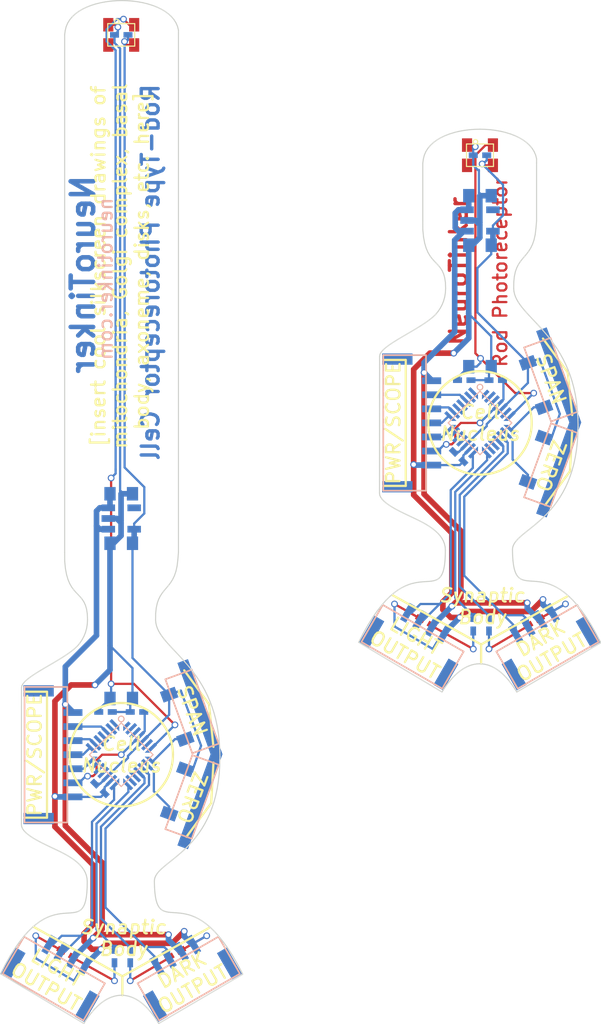
<source format=kicad_pcb>
(kicad_pcb (version 4) (host pcbnew 4.0.5-e0-6337~49~ubuntu14.04.1)

  (general
    (links 140)
    (no_connects 34)
    (area 98.879411 33.575 156.17391 133.223289)
    (thickness 1.6)
    (drawings 608)
    (tracks 468)
    (zones 0)
    (modules 38)
    (nets 33)
  )

  (page A4)
  (layers
    (0 F.Cu signal)
    (31 B.Cu signal)
    (32 B.Adhes user)
    (33 F.Adhes user)
    (34 B.Paste user)
    (35 F.Paste user)
    (36 B.SilkS user)
    (37 F.SilkS user)
    (38 B.Mask user)
    (39 F.Mask user)
    (40 Dwgs.User user)
    (41 Cmts.User user)
    (42 Eco1.User user)
    (43 Eco2.User user)
    (44 Edge.Cuts user)
    (45 Margin user)
    (46 B.CrtYd user)
    (47 F.CrtYd user)
    (48 B.Fab user)
    (49 F.Fab user hide)
  )

  (setup
    (last_trace_width 0.2)
    (user_trace_width 0.5)
    (trace_clearance 0.15)
    (zone_clearance 0.508)
    (zone_45_only no)
    (trace_min 0.2)
    (segment_width 0.2)
    (edge_width 0.15)
    (via_size 0.6)
    (via_drill 0.4)
    (via_min_size 0.4)
    (via_min_drill 0.3)
    (uvia_size 0.3)
    (uvia_drill 0.1)
    (uvias_allowed no)
    (uvia_min_size 0.2)
    (uvia_min_drill 0.1)
    (pcb_text_width 0.3)
    (pcb_text_size 1.5 1.5)
    (mod_edge_width 0.15)
    (mod_text_size 1 1)
    (mod_text_width 0.15)
    (pad_size 1.524 1.524)
    (pad_drill 0.762)
    (pad_to_mask_clearance 0)
    (aux_axis_origin 0 0)
    (visible_elements FFFFF77F)
    (pcbplotparams
      (layerselection 0x00030_80000001)
      (usegerberextensions false)
      (excludeedgelayer true)
      (linewidth 0.100000)
      (plotframeref false)
      (viasonmask false)
      (mode 1)
      (useauxorigin false)
      (hpglpennumber 1)
      (hpglpenspeed 20)
      (hpglpendiameter 15)
      (hpglpenoverlay 2)
      (psnegative false)
      (psa4output false)
      (plotreference true)
      (plotvalue true)
      (plotinvisibletext false)
      (padsonsilk false)
      (subtractmaskfromsilk false)
      (outputformat 1)
      (mirror false)
      (drillshape 1)
      (scaleselection 1)
      (outputdirectory ""))
  )

  (net 0 "")
  (net 1 +3V3)
  (net 2 GND)
  (net 3 RESET)
  (net 4 SENSE)
  (net 5 +5V)
  (net 6 "Net-(D1-Pad2)")
  (net 7 LIGHT_OUT)
  (net 8 DARK_OUT)
  (net 9 SWDIO/SCK)
  (net 10 SWCLK/MISO)
  (net 11 NSS)
  (net 12 MOSI)
  (net 13 SPAN)
  (net 14 ZERO)
  (net 15 "Net-(U1-Pad6)")
  (net 16 "Net-(U2-Pad1)")
  (net 17 "Net-(U2-Pad2)")
  (net 18 "Net-(U2-Pad3)")
  (net 19 "Net-(U2-Pad6)")
  (net 20 "Net-(U2-Pad12)")
  (net 21 "Net-(U2-Pad18)")
  (net 22 "Net-(U2-Pad19)")
  (net 23 "Net-(U2-Pad20)")
  (net 24 "Net-(U2-Pad24)")
  (net 25 "Net-(U2-Pad25)")
  (net 26 "Net-(U3-Pad4)")
  (net 27 "Net-(D2-Pad2)")
  (net 28 LED_LIGHT)
  (net 29 LED_DARK)
  (net 30 "Net-(U2-Pad27)")
  (net 31 "Net-(U2-Pad28)")
  (net 32 "Net-(U2-Pad13)")

  (net_class Default "This is the default net class."
    (clearance 0.15)
    (trace_width 0.2)
    (via_dia 0.6)
    (via_drill 0.4)
    (uvia_dia 0.3)
    (uvia_drill 0.1)
    (add_net +3V3)
    (add_net +5V)
    (add_net DARK_OUT)
    (add_net GND)
    (add_net LED_DARK)
    (add_net LED_LIGHT)
    (add_net LIGHT_OUT)
    (add_net MOSI)
    (add_net NSS)
    (add_net "Net-(D1-Pad2)")
    (add_net "Net-(D2-Pad2)")
    (add_net "Net-(U1-Pad6)")
    (add_net "Net-(U2-Pad1)")
    (add_net "Net-(U2-Pad12)")
    (add_net "Net-(U2-Pad13)")
    (add_net "Net-(U2-Pad18)")
    (add_net "Net-(U2-Pad19)")
    (add_net "Net-(U2-Pad2)")
    (add_net "Net-(U2-Pad20)")
    (add_net "Net-(U2-Pad24)")
    (add_net "Net-(U2-Pad25)")
    (add_net "Net-(U2-Pad27)")
    (add_net "Net-(U2-Pad28)")
    (add_net "Net-(U2-Pad3)")
    (add_net "Net-(U2-Pad6)")
    (add_net "Net-(U3-Pad4)")
    (add_net RESET)
    (add_net SENSE)
    (add_net SPAN)
    (add_net SWCLK/MISO)
    (add_net SWDIO/SCK)
    (add_net ZERO)
  )

  (module KiCad_Footprints:ZF_SENSOR_APDS-9007 (layer F.Cu) (tedit 58B9E67C) (tstamp 58BD9EA6)
    (at 145.3 52.2)
    (path /58B9DD65)
    (fp_text reference U1 (at 0 8) (layer F.SilkS) hide
      (effects (font (size 1 1) (thickness 0.15)))
    )
    (fp_text value APDS9007 (at 0 -7) (layer F.Fab) hide
      (effects (font (size 1 1) (thickness 0.15)))
    )
    (fp_circle (center -0.4 -1.2) (end -0.4 -1.4) (layer F.SilkS) (width 0.1))
    (fp_line (start 1.2 1) (end 1.2 -1) (layer F.SilkS) (width 0.1))
    (fp_line (start -1.2 1) (end 1.2 1) (layer F.SilkS) (width 0.1))
    (fp_line (start -1.2 -1) (end -1.2 1) (layer F.SilkS) (width 0.1))
    (fp_line (start 1.2 -1) (end -1.2 -1) (layer F.SilkS) (width 0.1))
    (pad 1 smd rect (at -1.15 -0.9) (size 0.9 1.2) (layers F.Cu F.Paste F.Mask)
      (net 2 GND))
    (pad 3 smd rect (at 1.15 -0.9) (size 0.9 1.2) (layers F.Cu F.Paste F.Mask)
      (net 4 SENSE))
    (pad 4 smd rect (at 1.15 0.9) (size 0.9 1.2) (layers F.Cu F.Paste F.Mask)
      (net 1 +3V3))
    (pad 6 smd rect (at -1.15 0.9) (size 0.9 1.2) (layers F.Cu F.Paste F.Mask)
      (net 15 "Net-(U1-Pad6)"))
  )

  (module KiCad_Footprints:ZF_SMD_NonPol_0402 (layer F.Cu) (tedit 5734FC22) (tstamp 58BD9EFA)
    (at 150.1 93.7 210)
    (path /58BA06ED)
    (fp_text reference D2 (at 0 1.5 210) (layer Cmts.User)
      (effects (font (size 1 1) (thickness 0.15)))
    )
    (fp_text value LED (at 0 -1.5 210) (layer F.Fab) hide
      (effects (font (size 1 1) (thickness 0.15)))
    )
    (pad 1 smd rect (at -0.6 0 210) (size 0.8 0.5) (layers F.Cu F.Paste F.Mask)
      (net 2 GND))
    (pad 2 smd rect (at 0.6 0 210) (size 0.8 0.5) (layers F.Cu F.Paste F.Mask)
      (net 27 "Net-(D2-Pad2)"))
    (model Resistors_SMD.3dshapes/R_0402.wrl
      (at (xyz 0 0 0))
      (scale (xyz 1 1 1))
      (rotate (xyz 0 0 0))
    )
  )

  (module KiCad_Footprints:ZF_SMD_NonPol_0402 (layer F.Cu) (tedit 5734FC22) (tstamp 58BD9E8A)
    (at 140.5 93.7 330)
    (path /58B9D23C)
    (fp_text reference D1 (at 0 1.5 330) (layer Cmts.User)
      (effects (font (size 1 1) (thickness 0.15)))
    )
    (fp_text value LED (at 0 -1.5 330) (layer F.Fab) hide
      (effects (font (size 1 1) (thickness 0.15)))
    )
    (pad 1 smd rect (at -0.6 0 330) (size 0.8 0.5) (layers F.Cu F.Paste F.Mask)
      (net 2 GND))
    (pad 2 smd rect (at 0.6 0 330) (size 0.8 0.5) (layers F.Cu F.Paste F.Mask)
      (net 6 "Net-(D1-Pad2)"))
    (model Resistors_SMD.3dshapes/R_0402.wrl
      (at (xyz 0 0 0))
      (scale (xyz 1 1 1))
      (rotate (xyz 0 0 0))
    )
  )

  (module KiCad_Footprints:ZF_CONN_JST_GH_7POS (layer B.Cu) (tedit 58B5A309) (tstamp 58BD9E4F)
    (at 138.6 76 180)
    (path /58B9B3B2)
    (attr smd)
    (fp_text reference P3 (at 0 0 180) (layer B.Fab)
      (effects (font (size 1 1) (thickness 0.15)) (justify mirror))
    )
    (fp_text value CONN_01X07 (at 0 11 180) (layer B.Fab) hide
      (effects (font (size 1 1) (thickness 0.15)) (justify mirror))
    )
    (fp_line (start 1.9 6.025) (end -1.9 6.025) (layer B.SilkS) (width 0.15))
    (fp_line (start -1.9 6.025) (end -1.9 -6.025) (layer B.SilkS) (width 0.15))
    (fp_line (start -1.9 -6.025) (end 1.9 -6.025) (layer B.SilkS) (width 0.15))
    (fp_line (start 1.9 -6.025) (end 1.9 6.025) (layer B.SilkS) (width 0.15))
    (pad 3 smd rect (at -2.4 -1.25 90) (size 0.6 1.7) (layers B.Cu B.Paste B.Mask)
      (net 9 SWDIO/SCK))
    (pad 4 smd rect (at -2.4 0 90) (size 0.6 1.7) (layers B.Cu B.Paste B.Mask)
      (net 10 SWCLK/MISO))
    (pad 2 smd rect (at -2.4 -2.5 90) (size 0.6 1.7) (layers B.Cu B.Paste B.Mask)
      (net 3 RESET))
    (pad 1 smd rect (at -2.4 -3.75 90) (size 0.6 1.7) (layers B.Cu B.Paste B.Mask)
      (net 2 GND))
    (pad "" smd rect (at 0.65 5.675 90) (size 1 2.7) (layers B.Cu B.Paste B.Mask))
    (pad "" smd rect (at 0.65 -5.675 90) (size 1 2.7) (layers B.Cu B.Paste B.Mask))
    (pad 5 smd rect (at -2.4 1.25 180) (size 1.7 0.6) (layers B.Cu B.Paste B.Mask)
      (net 11 NSS))
    (pad 6 smd rect (at -2.4 2.5 180) (size 1.7 0.6) (layers B.Cu B.Paste B.Mask)
      (net 12 MOSI))
    (pad 7 smd rect (at -2.4 3.75 180) (size 1.7 0.6) (layers B.Cu B.Paste B.Mask)
      (net 5 +5V))
  )

  (module KiCad_Footprints:ZF_IC_UFQFPN28-050 (layer B.Cu) (tedit 58B9D5D5) (tstamp 58BD9EB2)
    (at 145.3 76 225)
    (path /58B9A9DB)
    (fp_text reference U2 (at 0 -8.25 225) (layer B.SilkS) hide
      (effects (font (size 1 1) (thickness 0.15)) (justify mirror))
    )
    (fp_text value STM32L011Gx (at 0 10.250001 225) (layer B.Fab) hide
      (effects (font (size 1 1) (thickness 0.15)) (justify mirror))
    )
    (fp_circle (center -2.25 2.25) (end -2 2.25) (layer B.SilkS) (width 0.1))
    (fp_line (start -2 -2) (end -2 2) (layer B.SilkS) (width 0.1))
    (fp_line (start 2 -2) (end -2 -2) (layer B.SilkS) (width 0.1))
    (fp_line (start 2 2) (end 2 -2) (layer B.SilkS) (width 0.1))
    (fp_line (start -2 2) (end 2 2) (layer B.SilkS) (width 0.1))
    (pad 1 smd rect (at -2.3 1.5 135) (size 0.3 0.5) (layers B.Cu B.Paste B.Mask)
      (net 16 "Net-(U2-Pad1)"))
    (pad 2 smd rect (at -2.25 1 135) (size 0.3 1.2) (layers B.Cu B.Paste B.Mask)
      (net 17 "Net-(U2-Pad2)"))
    (pad 3 smd rect (at -2.25 0.5 135) (size 0.3 1.2) (layers B.Cu B.Paste B.Mask)
      (net 18 "Net-(U2-Pad3)"))
    (pad 4 smd rect (at -2.25 0 135) (size 0.3 1.2) (layers B.Cu B.Paste B.Mask)
      (net 3 RESET))
    (pad 5 smd rect (at -2.25 -0.5 135) (size 0.3 1.2) (layers B.Cu B.Paste B.Mask)
      (net 1 +3V3))
    (pad 6 smd rect (at -2.25 -1 135) (size 0.3 1.2) (layers B.Cu B.Paste B.Mask)
      (net 19 "Net-(U2-Pad6)"))
    (pad 7 smd rect (at -2.4 -1.5 135) (size 0.3 0.9) (layers B.Cu B.Paste B.Mask)
      (net 4 SENSE))
    (pad 8 smd rect (at -1.5 -2.4 45) (size 0.3 0.9) (layers B.Cu B.Paste B.Mask)
      (net 13 SPAN))
    (pad 9 smd rect (at -1 -2.25 45) (size 0.3 1.2) (layers B.Cu B.Paste B.Mask)
      (net 14 ZERO))
    (pad 10 smd rect (at -0.5 -2.25 45) (size 0.3 1.2) (layers B.Cu B.Paste B.Mask)
      (net 8 DARK_OUT))
    (pad 11 smd rect (at 0 -2.25 45) (size 0.3 1.2) (layers B.Cu B.Paste B.Mask)
      (net 29 LED_DARK))
    (pad 12 smd rect (at 0.5 -2.25 45) (size 0.3 1.2) (layers B.Cu B.Paste B.Mask)
      (net 20 "Net-(U2-Pad12)"))
    (pad 13 smd rect (at 1 -2.25 45) (size 0.3 1.2) (layers B.Cu B.Paste B.Mask)
      (net 32 "Net-(U2-Pad13)"))
    (pad 14 smd rect (at 1.5 -2.4 45) (size 0.3 0.9) (layers B.Cu B.Paste B.Mask)
      (net 28 LED_LIGHT))
    (pad 15 smd rect (at 2.4 -1.5 135) (size 0.3 0.9) (layers B.Cu B.Paste B.Mask)
      (net 7 LIGHT_OUT))
    (pad 16 smd rect (at 2.25 -1 135) (size 0.3 1.2) (layers B.Cu B.Paste B.Mask)
      (net 2 GND))
    (pad 17 smd rect (at 2.25 -0.5 135) (size 0.3 1.2) (layers B.Cu B.Paste B.Mask)
      (net 1 +3V3))
    (pad 18 smd rect (at 2.25 0 135) (size 0.3 1.2) (layers B.Cu B.Paste B.Mask)
      (net 21 "Net-(U2-Pad18)"))
    (pad 19 smd rect (at 2.25 0.5 135) (size 0.3 1.2) (layers B.Cu B.Paste B.Mask)
      (net 22 "Net-(U2-Pad19)"))
    (pad 20 smd rect (at 2.25 1 135) (size 0.3 1.2) (layers B.Cu B.Paste B.Mask)
      (net 23 "Net-(U2-Pad20)"))
    (pad 21 smd rect (at 2.4 1.5 135) (size 0.3 0.9) (layers B.Cu B.Paste B.Mask)
      (net 9 SWDIO/SCK))
    (pad 22 smd rect (at 1.5 2.4 45) (size 0.3 0.9) (layers B.Cu B.Paste B.Mask)
      (net 10 SWCLK/MISO))
    (pad 23 smd rect (at 1 2.25 45) (size 0.3 1.2) (layers B.Cu B.Paste B.Mask)
      (net 11 NSS))
    (pad 24 smd rect (at 0.5 2.25 45) (size 0.3 1.2) (layers B.Cu B.Paste B.Mask)
      (net 24 "Net-(U2-Pad24)"))
    (pad 25 smd rect (at 0 2.25 45) (size 0.3 1.2) (layers B.Cu B.Paste B.Mask)
      (net 25 "Net-(U2-Pad25)"))
    (pad 26 smd rect (at -0.5 2.25 45) (size 0.3 1.2) (layers B.Cu B.Paste B.Mask)
      (net 12 MOSI))
    (pad 27 smd rect (at -1 2.25 45) (size 0.3 1.2) (layers B.Cu B.Paste B.Mask)
      (net 30 "Net-(U2-Pad27)"))
    (pad 28 smd rect (at -1.5 2.4 45) (size 0.3 0.9) (layers B.Cu B.Paste B.Mask)
      (net 31 "Net-(U2-Pad28)"))
    (pad 1 smd trapezoid (at -2 1.5 135) (size 0.3 0.5) (rect_delta 0.3 0 ) (layers B.Cu B.Paste B.Mask)
      (net 16 "Net-(U2-Pad1)"))
    (pad 28 smd trapezoid (at -1.5 2 45) (size 0.3 0.5) (rect_delta 0.3 0 ) (layers B.Cu B.Paste B.Mask)
      (net 31 "Net-(U2-Pad28)"))
    (pad 14 smd trapezoid (at 1.5 -2 225) (size 0.3 0.5) (rect_delta 0.3 0 ) (layers B.Cu B.Paste B.Mask)
      (net 28 LED_LIGHT))
    (pad 15 smd trapezoid (at 2 -1.5 315) (size 0.3 0.5) (rect_delta 0.3 0 ) (layers B.Cu B.Paste B.Mask)
      (net 7 LIGHT_OUT))
    (pad 7 smd trapezoid (at -2 -1.5 315) (size 0.3 0.5) (rect_delta 0.3 0 ) (layers B.Cu B.Paste B.Mask)
      (net 4 SENSE))
    (pad 8 smd trapezoid (at -1.5 -2 45) (size 0.3 0.5) (rect_delta 0.3 0 ) (layers B.Cu B.Paste B.Mask)
      (net 13 SPAN))
    (pad 21 smd trapezoid (at 2 1.5 135) (size 0.3 0.5) (rect_delta 0.3 0 ) (layers B.Cu B.Paste B.Mask)
      (net 9 SWDIO/SCK))
    (pad 22 smd trapezoid (at 1.5 2 225) (size 0.3 0.5) (rect_delta 0.3 0 ) (layers B.Cu B.Paste B.Mask)
      (net 10 SWCLK/MISO))
  )

  (module KiCad_Footprints:ZF_SMD_NonPol_0402 (layer B.Cu) (tedit 5734FC22) (tstamp 58BD9E9C)
    (at 143.9 72.2)
    (path /58B9DEEC)
    (fp_text reference R1 (at 0 -1.5) (layer Cmts.User)
      (effects (font (size 1 1) (thickness 0.15)))
    )
    (fp_text value R (at 0 1.5) (layer B.Fab) hide
      (effects (font (size 1 1) (thickness 0.15)) (justify mirror))
    )
    (pad 1 smd rect (at -0.6 0) (size 0.8 0.5) (layers B.Cu B.Paste B.Mask)
      (net 4 SENSE))
    (pad 2 smd rect (at 0.6 0) (size 0.8 0.5) (layers B.Cu B.Paste B.Mask)
      (net 2 GND))
    (model Resistors_SMD.3dshapes/R_0402.wrl
      (at (xyz 0 0 0))
      (scale (xyz 1 1 1))
      (rotate (xyz 0 0 0))
    )
  )

  (module KiCad_Footprints:ZF_SMD_NonPol_0402_cap (layer B.Cu) (tedit 5835F8A6) (tstamp 58BD9E71)
    (at 146.7 72.2 180)
    (path /58B9C7CE)
    (fp_text reference C2 (at 0 -1.5 180) (layer Cmts.User)
      (effects (font (size 1 1) (thickness 0.15)))
    )
    (fp_text value C (at 0 1.5 180) (layer B.Fab) hide
      (effects (font (size 1 1) (thickness 0.15)) (justify mirror))
    )
    (pad 1 smd rect (at -0.6 0 180) (size 0.8 0.5) (layers B.Cu B.Paste B.Mask)
      (net 3 RESET))
    (pad 2 smd rect (at 0.6 0 180) (size 0.8 0.5) (layers B.Cu B.Paste B.Mask)
      (net 2 GND))
    (model Capacitors_SMD.3dshapes/C_0402.wrl
      (at (xyz 0 0 0))
      (scale (xyz 1 1 1))
      (rotate (xyz 0 0 0))
    )
  )

  (module KiCad_Footprints:ZF_SMD_NonPol_0603 (layer B.Cu) (tedit 572E229D) (tstamp 58BD9E76)
    (at 145.3 71)
    (path /58B9DF47)
    (fp_text reference C3 (at 0 -1.5) (layer Cmts.User)
      (effects (font (size 1 1) (thickness 0.15)))
    )
    (fp_text value C (at 0 4.7) (layer B.Fab) hide
      (effects (font (size 1 1) (thickness 0.15)) (justify mirror))
    )
    (pad 1 smd rect (at -1 0) (size 1 1.2) (layers B.Cu B.Paste B.Mask)
      (net 4 SENSE))
    (pad 2 smd rect (at 1 0) (size 1 1.2) (layers B.Cu B.Paste B.Mask)
      (net 2 GND))
  )

  (module KiCad_Footprints:ZF_SW_Momentary_SideMtg (layer B.Cu) (tedit 58B5A4FD) (tstamp 58BD9EE6)
    (at 152.769846 71.72899 290)
    (path /58B9D917)
    (fp_text reference SW1 (at 0 -1.5 290) (layer B.SilkS) hide
      (effects (font (size 1 1) (thickness 0.15)) (justify mirror))
    )
    (fp_text value SW_PUSH (at 0 4.25 290) (layer B.Fab) hide
      (effects (font (size 1 1) (thickness 0.15)) (justify mirror))
    )
    (fp_line (start 3.5 0) (end 3.5 2.5) (layer B.SilkS) (width 0.15))
    (fp_line (start 3.5 2.5) (end -3.5 2.5) (layer B.SilkS) (width 0.15))
    (fp_line (start -3.5 2.5) (end -3.5 0) (layer B.SilkS) (width 0.15))
    (fp_line (start -3.5 0) (end 3.5 0) (layer B.SilkS) (width 0.15))
    (pad "" smd rect (at 0 0.5 290) (size 9 1) (layers B.Cu B.Paste B.Mask))
    (pad 1 smd rect (at -2.1 2.65 290) (size 1 1.4) (layers B.Cu B.Paste B.Mask)
      (net 1 +3V3))
    (pad 2 smd rect (at 2.1 2.65 290) (size 1 1.4) (layers B.Cu B.Paste B.Mask)
      (net 13 SPAN))
  )

  (module KiCad_Footprints:ZF_SW_Momentary_SideMtg (layer B.Cu) (tedit 58B5A4FD) (tstamp 58BD9EF0)
    (at 152.769846 80.179708 250)
    (path /58B9D704)
    (fp_text reference SW2 (at 0 -1.5 250) (layer B.SilkS) hide
      (effects (font (size 1 1) (thickness 0.15)) (justify mirror))
    )
    (fp_text value SW_PUSH (at 0 4.25 250) (layer B.Fab) hide
      (effects (font (size 1 1) (thickness 0.15)) (justify mirror))
    )
    (fp_line (start 3.5 0) (end 3.5 2.5) (layer B.SilkS) (width 0.15))
    (fp_line (start 3.5 2.5) (end -3.5 2.5) (layer B.SilkS) (width 0.15))
    (fp_line (start -3.5 2.5) (end -3.5 0) (layer B.SilkS) (width 0.15))
    (fp_line (start -3.5 0) (end 3.5 0) (layer B.SilkS) (width 0.15))
    (pad "" smd rect (at 0 0.5 250) (size 9 1) (layers B.Cu B.Paste B.Mask))
    (pad 1 smd rect (at -2.1 2.65 250) (size 1 1.4) (layers B.Cu B.Paste B.Mask)
      (net 1 +3V3))
    (pad 2 smd rect (at 2.1 2.65 250) (size 1 1.4) (layers B.Cu B.Paste B.Mask)
      (net 14 ZERO))
  )

  (module KiCad_Footprints:ZF_SMD_NonPol_0603 (layer B.Cu) (tedit 572E229D) (tstamp 58BD9E7B)
    (at 145.3 55.8)
    (path /58B9AFF8)
    (fp_text reference C4 (at 0 -1.5) (layer Cmts.User)
      (effects (font (size 1 1) (thickness 0.15)))
    )
    (fp_text value C (at 0 4.7) (layer B.Fab) hide
      (effects (font (size 1 1) (thickness 0.15)) (justify mirror))
    )
    (pad 1 smd rect (at -1 0) (size 1 1.2) (layers B.Cu B.Paste B.Mask)
      (net 5 +5V))
    (pad 2 smd rect (at 1 0) (size 1 1.2) (layers B.Cu B.Paste B.Mask)
      (net 2 GND))
  )

  (module KiCad_Footprints:ZF_SMD_NonPol_0402_cap (layer B.Cu) (tedit 5835F8A6) (tstamp 58BD9E6C)
    (at 145.3 52.2 180)
    (path /58B9E214)
    (fp_text reference C1 (at 0 -1.5 180) (layer Cmts.User)
      (effects (font (size 1 1) (thickness 0.15)))
    )
    (fp_text value C (at 0 1.5 180) (layer B.Fab) hide
      (effects (font (size 1 1) (thickness 0.15)) (justify mirror))
    )
    (pad 1 smd rect (at -0.6 0 180) (size 0.8 0.5) (layers B.Cu B.Paste B.Mask)
      (net 1 +3V3))
    (pad 2 smd rect (at 0.6 0 180) (size 0.8 0.5) (layers B.Cu B.Paste B.Mask)
      (net 2 GND))
    (model Capacitors_SMD.3dshapes/C_0402.wrl
      (at (xyz 0 0 0))
      (scale (xyz 1 1 1))
      (rotate (xyz 0 0 0))
    )
  )

  (module KiCad_Footprints:ZF_SMD_NonPol_0603 (layer B.Cu) (tedit 572E229D) (tstamp 58BD9E80)
    (at 145.3 60.2 180)
    (path /58B9B04F)
    (fp_text reference C5 (at 0 -1.5 180) (layer Cmts.User)
      (effects (font (size 1 1) (thickness 0.15)))
    )
    (fp_text value C (at 0 4.7 180) (layer B.Fab) hide
      (effects (font (size 1 1) (thickness 0.15)) (justify mirror))
    )
    (pad 1 smd rect (at -1 0 180) (size 1 1.2) (layers B.Cu B.Paste B.Mask)
      (net 1 +3V3))
    (pad 2 smd rect (at 1 0 180) (size 1 1.2) (layers B.Cu B.Paste B.Mask)
      (net 2 GND))
  )

  (module KiCad_Footprints:ZF_SOT23-5L (layer B.Cu) (tedit 576B0B9C) (tstamp 58BD9EDE)
    (at 145.3 58 90)
    (descr 2)
    (path /58B9AEFC)
    (fp_text reference U3 (at 0 -2.8 90) (layer Cmts.User)
      (effects (font (size 1 1) (thickness 0.15)))
    )
    (fp_text value LD3985M33R (at 0 3.5 90) (layer B.Fab) hide
      (effects (font (size 1 1) (thickness 0.15)) (justify mirror))
    )
    (pad 2 smd rect (at 0 -1.15 270) (size 0.6 1.2) (layers B.Cu B.Paste B.Mask)
      (net 2 GND))
    (pad 1 smd rect (at -0.95 -1.15 270) (size 0.6 1.2) (layers B.Cu B.Paste B.Mask)
      (net 5 +5V))
    (pad 3 smd rect (at 0.95 -1.15 270) (size 0.6 1.2) (layers B.Cu B.Paste B.Mask)
      (net 5 +5V))
    (pad 4 smd rect (at 0.95 1.15 270) (size 0.6 1.2) (layers B.Cu B.Paste B.Mask)
      (net 26 "Net-(U3-Pad4)"))
    (pad 5 smd rect (at -0.95 1.15 270) (size 0.6 1.2) (layers B.Cu B.Paste B.Mask)
      (net 1 +3V3))
  )

  (module KiCad_Footprints:ZF_CONN_JST_GH (layer B.Cu) (tedit 57BCC21C) (tstamp 58BD9E5F)
    (at 139.3 95.9 240)
    (path /58B9CE9E)
    (attr smd)
    (fp_text reference P1 (at 0 0 240) (layer B.Fab)
      (effects (font (size 1 1) (thickness 0.15)) (justify mirror))
    )
    (fp_text value CONN_01X04 (at 0 6.099998 240) (layer B.Fab) hide
      (effects (font (size 1 1) (thickness 0.15)) (justify mirror))
    )
    (fp_line (start 1.9 4.15) (end -1.9 4.15) (layer B.SilkS) (width 0.15))
    (fp_line (start -1.9 4.15) (end -1.9 -4.15) (layer B.SilkS) (width 0.15))
    (fp_line (start -1.9 -4.15) (end 1.9 -4.15) (layer B.SilkS) (width 0.15))
    (fp_line (start 1.9 -4.15) (end 1.9 4.15) (layer B.SilkS) (width 0.15))
    (pad 3 smd rect (at -2.4 0.625 150) (size 0.6 1.7) (layers B.Cu B.Paste B.Mask)
      (net 7 LIGHT_OUT))
    (pad 4 smd rect (at -2.4 1.875 150) (size 0.6 1.7) (layers B.Cu B.Paste B.Mask)
      (net 7 LIGHT_OUT))
    (pad 2 smd rect (at -2.4 -0.625 150) (size 0.6 1.7) (layers B.Cu B.Paste B.Mask)
      (net 5 +5V))
    (pad 1 smd rect (at -2.4 -1.875 150) (size 0.6 1.7) (layers B.Cu B.Paste B.Mask)
      (net 2 GND))
    (pad "" smd rect (at 0.65 3.8 150) (size 1 2.7) (layers B.Cu B.Paste B.Mask))
    (pad "" smd rect (at 0.65 -3.8 150) (size 1 2.7) (layers B.Cu B.Paste B.Mask))
  )

  (module KiCad_Footprints:ZF_SMD_NonPol_0402 (layer B.Cu) (tedit 5734FC22) (tstamp 58BD9EFF)
    (at 146.1 93.9 90)
    (path /58BA07B8)
    (fp_text reference R3 (at 0 -1.5 90) (layer Cmts.User)
      (effects (font (size 1 1) (thickness 0.15)))
    )
    (fp_text value R (at 0 1.5 90) (layer B.Fab) hide
      (effects (font (size 1 1) (thickness 0.15)) (justify mirror))
    )
    (pad 1 smd rect (at -0.6 0 90) (size 0.8 0.5) (layers B.Cu B.Paste B.Mask)
      (net 27 "Net-(D2-Pad2)"))
    (pad 2 smd rect (at 0.6 0 90) (size 0.8 0.5) (layers B.Cu B.Paste B.Mask)
      (net 29 LED_DARK))
    (model Resistors_SMD.3dshapes/R_0402.wrl
      (at (xyz 0 0 0))
      (scale (xyz 1 1 1))
      (rotate (xyz 0 0 0))
    )
  )

  (module KiCad_Footprints:ZF_SMD_NonPol_0402_cap (layer B.Cu) (tedit 5835F8A6) (tstamp 58BD9E85)
    (at 143.4 79 315)
    (path /58B9B26B)
    (fp_text reference C6 (at 0 -1.5 360) (layer Cmts.User)
      (effects (font (size 1 1) (thickness 0.15)))
    )
    (fp_text value C (at 0 1.5 315) (layer B.Fab) hide
      (effects (font (size 1 1) (thickness 0.15)) (justify mirror))
    )
    (pad 1 smd rect (at -0.6 0 315) (size 0.8 0.5) (layers B.Cu B.Paste B.Mask)
      (net 1 +3V3))
    (pad 2 smd rect (at 0.6 0 315) (size 0.8 0.5) (layers B.Cu B.Paste B.Mask)
      (net 2 GND))
    (model Capacitors_SMD.3dshapes/C_0402.wrl
      (at (xyz 0 0 0))
      (scale (xyz 1 1 1))
      (rotate (xyz 0 0 0))
    )
  )

  (module KiCad_Footprints:ZF_CONN_JST_GH (layer B.Cu) (tedit 57BCC21C) (tstamp 58BD9E8F)
    (at 151.3 95.9 300)
    (path /58B9CB2F)
    (attr smd)
    (fp_text reference P2 (at 0 0 300) (layer B.Fab)
      (effects (font (size 1 1) (thickness 0.15)) (justify mirror))
    )
    (fp_text value CONN_01X04 (at 0 6.099998 300) (layer B.Fab) hide
      (effects (font (size 1 1) (thickness 0.15)) (justify mirror))
    )
    (fp_line (start 1.9 4.15) (end -1.9 4.15) (layer B.SilkS) (width 0.15))
    (fp_line (start -1.9 4.15) (end -1.9 -4.15) (layer B.SilkS) (width 0.15))
    (fp_line (start -1.9 -4.15) (end 1.9 -4.15) (layer B.SilkS) (width 0.15))
    (fp_line (start 1.9 -4.15) (end 1.9 4.15) (layer B.SilkS) (width 0.15))
    (pad 3 smd rect (at -2.4 0.625 210) (size 0.6 1.7) (layers B.Cu B.Paste B.Mask)
      (net 8 DARK_OUT))
    (pad 4 smd rect (at -2.4 1.875 210) (size 0.6 1.7) (layers B.Cu B.Paste B.Mask)
      (net 8 DARK_OUT))
    (pad 2 smd rect (at -2.4 -0.625 210) (size 0.6 1.7) (layers B.Cu B.Paste B.Mask)
      (net 5 +5V))
    (pad 1 smd rect (at -2.4 -1.875 210) (size 0.6 1.7) (layers B.Cu B.Paste B.Mask)
      (net 2 GND))
    (pad "" smd rect (at 0.65 3.8 210) (size 1 2.7) (layers B.Cu B.Paste B.Mask))
    (pad "" smd rect (at 0.65 -3.8 210) (size 1 2.7) (layers B.Cu B.Paste B.Mask))
  )

  (module KiCad_Footprints:ZF_SMD_NonPol_0402 (layer B.Cu) (tedit 5734FC22) (tstamp 58BD9EA1)
    (at 144.7 93.9 90)
    (path /58B9D352)
    (fp_text reference R2 (at 0 -1.5 90) (layer Cmts.User)
      (effects (font (size 1 1) (thickness 0.15)))
    )
    (fp_text value R (at 0 1.5 90) (layer B.Fab) hide
      (effects (font (size 1 1) (thickness 0.15)) (justify mirror))
    )
    (pad 1 smd rect (at -0.6 0 90) (size 0.8 0.5) (layers B.Cu B.Paste B.Mask)
      (net 6 "Net-(D1-Pad2)"))
    (pad 2 smd rect (at 0.6 0 90) (size 0.8 0.5) (layers B.Cu B.Paste B.Mask)
      (net 28 LED_LIGHT))
    (model Resistors_SMD.3dshapes/R_0402.wrl
      (at (xyz 0 0 0))
      (scale (xyz 1 1 1))
      (rotate (xyz 0 0 0))
    )
  )

  (module KiCad_Footprints:ZF_CONN_JST_GH_7POS (layer B.Cu) (tedit 58B5A309) (tstamp 58BA1A90)
    (at 106.7 105.5 180)
    (path /58B9B3B2)
    (attr smd)
    (fp_text reference P3 (at 0 0 180) (layer B.Fab)
      (effects (font (size 1 1) (thickness 0.15)) (justify mirror))
    )
    (fp_text value CONN_01X07 (at 0 11 180) (layer B.Fab) hide
      (effects (font (size 1 1) (thickness 0.15)) (justify mirror))
    )
    (fp_line (start 1.9 6.025) (end -1.9 6.025) (layer B.SilkS) (width 0.15))
    (fp_line (start -1.9 6.025) (end -1.9 -6.025) (layer B.SilkS) (width 0.15))
    (fp_line (start -1.9 -6.025) (end 1.9 -6.025) (layer B.SilkS) (width 0.15))
    (fp_line (start 1.9 -6.025) (end 1.9 6.025) (layer B.SilkS) (width 0.15))
    (pad 3 smd rect (at -2.4 -1.25 90) (size 0.6 1.7) (layers B.Cu B.Paste B.Mask)
      (net 9 SWDIO/SCK))
    (pad 4 smd rect (at -2.4 0 90) (size 0.6 1.7) (layers B.Cu B.Paste B.Mask)
      (net 10 SWCLK/MISO))
    (pad 2 smd rect (at -2.4 -2.5 90) (size 0.6 1.7) (layers B.Cu B.Paste B.Mask)
      (net 3 RESET))
    (pad 1 smd rect (at -2.4 -3.75 90) (size 0.6 1.7) (layers B.Cu B.Paste B.Mask)
      (net 2 GND))
    (pad "" smd rect (at 0.65 5.675 90) (size 1 2.7) (layers B.Cu B.Paste B.Mask))
    (pad "" smd rect (at 0.65 -5.675 90) (size 1 2.7) (layers B.Cu B.Paste B.Mask))
    (pad 5 smd rect (at -2.4 1.25 180) (size 1.7 0.6) (layers B.Cu B.Paste B.Mask)
      (net 11 NSS))
    (pad 6 smd rect (at -2.4 2.5 180) (size 1.7 0.6) (layers B.Cu B.Paste B.Mask)
      (net 12 MOSI))
    (pad 7 smd rect (at -2.4 3.75 180) (size 1.7 0.6) (layers B.Cu B.Paste B.Mask)
      (net 5 +5V))
  )

  (module KiCad_Footprints:ZF_CONN_JST_GH (layer B.Cu) (tedit 57BCC21C) (tstamp 58BA1A71)
    (at 107.4 125.4 240)
    (path /58B9CE9E)
    (attr smd)
    (fp_text reference P1 (at 0 0 240) (layer B.Fab)
      (effects (font (size 1 1) (thickness 0.15)) (justify mirror))
    )
    (fp_text value CONN_01X04 (at 0 6.099998 240) (layer B.Fab) hide
      (effects (font (size 1 1) (thickness 0.15)) (justify mirror))
    )
    (fp_line (start 1.9 4.15) (end -1.9 4.15) (layer B.SilkS) (width 0.15))
    (fp_line (start -1.9 4.15) (end -1.9 -4.15) (layer B.SilkS) (width 0.15))
    (fp_line (start -1.9 -4.15) (end 1.9 -4.15) (layer B.SilkS) (width 0.15))
    (fp_line (start 1.9 -4.15) (end 1.9 4.15) (layer B.SilkS) (width 0.15))
    (pad 3 smd rect (at -2.4 0.625 150) (size 0.6 1.7) (layers B.Cu B.Paste B.Mask)
      (net 7 LIGHT_OUT))
    (pad 4 smd rect (at -2.4 1.875 150) (size 0.6 1.7) (layers B.Cu B.Paste B.Mask)
      (net 7 LIGHT_OUT))
    (pad 2 smd rect (at -2.4 -0.625 150) (size 0.6 1.7) (layers B.Cu B.Paste B.Mask)
      (net 5 +5V))
    (pad 1 smd rect (at -2.4 -1.875 150) (size 0.6 1.7) (layers B.Cu B.Paste B.Mask)
      (net 2 GND))
    (pad "" smd rect (at 0.65 3.8 150) (size 1 2.7) (layers B.Cu B.Paste B.Mask))
    (pad "" smd rect (at 0.65 -3.8 150) (size 1 2.7) (layers B.Cu B.Paste B.Mask))
  )

  (module KiCad_Footprints:ZF_SMD_NonPol_0402_cap (layer B.Cu) (tedit 5835F8A6) (tstamp 58BA1A3F)
    (at 113.4 41.5 180)
    (path /58B9E214)
    (fp_text reference C1 (at 0 -1.5 180) (layer Cmts.User)
      (effects (font (size 1 1) (thickness 0.15)))
    )
    (fp_text value C (at 0 1.5 180) (layer B.Fab) hide
      (effects (font (size 1 1) (thickness 0.15)) (justify mirror))
    )
    (pad 1 smd rect (at -0.6 0 180) (size 0.8 0.5) (layers B.Cu B.Paste B.Mask)
      (net 1 +3V3))
    (pad 2 smd rect (at 0.6 0 180) (size 0.8 0.5) (layers B.Cu B.Paste B.Mask)
      (net 2 GND))
    (model Capacitors_SMD.3dshapes/C_0402.wrl
      (at (xyz 0 0 0))
      (scale (xyz 1 1 1))
      (rotate (xyz 0 0 0))
    )
  )

  (module KiCad_Footprints:ZF_SMD_NonPol_0402_cap (layer B.Cu) (tedit 5835F8A6) (tstamp 58BA1A45)
    (at 114.8 101.7 180)
    (path /58B9C7CE)
    (fp_text reference C2 (at 0 -1.5 180) (layer Cmts.User)
      (effects (font (size 1 1) (thickness 0.15)))
    )
    (fp_text value C (at 0 1.5 180) (layer B.Fab) hide
      (effects (font (size 1 1) (thickness 0.15)) (justify mirror))
    )
    (pad 1 smd rect (at -0.6 0 180) (size 0.8 0.5) (layers B.Cu B.Paste B.Mask)
      (net 3 RESET))
    (pad 2 smd rect (at 0.6 0 180) (size 0.8 0.5) (layers B.Cu B.Paste B.Mask)
      (net 2 GND))
    (model Capacitors_SMD.3dshapes/C_0402.wrl
      (at (xyz 0 0 0))
      (scale (xyz 1 1 1))
      (rotate (xyz 0 0 0))
    )
  )

  (module KiCad_Footprints:ZF_SMD_NonPol_0603 (layer B.Cu) (tedit 572E229D) (tstamp 58BA1A4B)
    (at 113.4 100.5)
    (path /58B9DF47)
    (fp_text reference C3 (at 0 -1.5) (layer Cmts.User)
      (effects (font (size 1 1) (thickness 0.15)))
    )
    (fp_text value C (at 0 4.7) (layer B.Fab) hide
      (effects (font (size 1 1) (thickness 0.15)) (justify mirror))
    )
    (pad 1 smd rect (at -1 0) (size 1 1.2) (layers B.Cu B.Paste B.Mask)
      (net 4 SENSE))
    (pad 2 smd rect (at 1 0) (size 1 1.2) (layers B.Cu B.Paste B.Mask)
      (net 2 GND))
  )

  (module KiCad_Footprints:ZF_SMD_NonPol_0603 (layer B.Cu) (tedit 572E229D) (tstamp 58BA1A51)
    (at 113.4 82.3)
    (path /58B9AFF8)
    (fp_text reference C4 (at 0 -1.5) (layer Cmts.User)
      (effects (font (size 1 1) (thickness 0.15)))
    )
    (fp_text value C (at 0 4.7) (layer B.Fab) hide
      (effects (font (size 1 1) (thickness 0.15)) (justify mirror))
    )
    (pad 1 smd rect (at -1 0) (size 1 1.2) (layers B.Cu B.Paste B.Mask)
      (net 5 +5V))
    (pad 2 smd rect (at 1 0) (size 1 1.2) (layers B.Cu B.Paste B.Mask)
      (net 2 GND))
  )

  (module KiCad_Footprints:ZF_SMD_NonPol_0603 (layer B.Cu) (tedit 572E229D) (tstamp 58BA1A57)
    (at 113.4 86.7 180)
    (path /58B9B04F)
    (fp_text reference C5 (at 0 -1.5 180) (layer Cmts.User)
      (effects (font (size 1 1) (thickness 0.15)))
    )
    (fp_text value C (at 0 4.7 180) (layer B.Fab) hide
      (effects (font (size 1 1) (thickness 0.15)) (justify mirror))
    )
    (pad 1 smd rect (at -1 0 180) (size 1 1.2) (layers B.Cu B.Paste B.Mask)
      (net 1 +3V3))
    (pad 2 smd rect (at 1 0 180) (size 1 1.2) (layers B.Cu B.Paste B.Mask)
      (net 2 GND))
  )

  (module KiCad_Footprints:ZF_SMD_NonPol_0402_cap (layer B.Cu) (tedit 5835F8A6) (tstamp 58BA1A5D)
    (at 111.5 108.5 315)
    (path /58B9B26B)
    (fp_text reference C6 (at 0 -1.5 360) (layer Cmts.User)
      (effects (font (size 1 1) (thickness 0.15)))
    )
    (fp_text value C (at 0 1.5 315) (layer B.Fab) hide
      (effects (font (size 1 1) (thickness 0.15)) (justify mirror))
    )
    (pad 1 smd rect (at -0.6 0 315) (size 0.8 0.5) (layers B.Cu B.Paste B.Mask)
      (net 1 +3V3))
    (pad 2 smd rect (at 0.6 0 315) (size 0.8 0.5) (layers B.Cu B.Paste B.Mask)
      (net 2 GND))
    (model Capacitors_SMD.3dshapes/C_0402.wrl
      (at (xyz 0 0 0))
      (scale (xyz 1 1 1))
      (rotate (xyz 0 0 0))
    )
  )

  (module KiCad_Footprints:ZF_SMD_NonPol_0402 (layer F.Cu) (tedit 5734FC22) (tstamp 58BA1A63)
    (at 108.6 123.2 330)
    (path /58B9D23C)
    (fp_text reference D1 (at 0 1.5 330) (layer Cmts.User)
      (effects (font (size 1 1) (thickness 0.15)))
    )
    (fp_text value LED (at 0 -1.5 330) (layer F.Fab) hide
      (effects (font (size 1 1) (thickness 0.15)))
    )
    (pad 1 smd rect (at -0.6 0 330) (size 0.8 0.5) (layers F.Cu F.Paste F.Mask)
      (net 2 GND))
    (pad 2 smd rect (at 0.6 0 330) (size 0.8 0.5) (layers F.Cu F.Paste F.Mask)
      (net 6 "Net-(D1-Pad2)"))
    (model Resistors_SMD.3dshapes/R_0402.wrl
      (at (xyz 0 0 0))
      (scale (xyz 1 1 1))
      (rotate (xyz 0 0 0))
    )
  )

  (module KiCad_Footprints:ZF_CONN_JST_GH (layer B.Cu) (tedit 57BCC21C) (tstamp 58BA1A7F)
    (at 119.4 125.4 300)
    (path /58B9CB2F)
    (attr smd)
    (fp_text reference P2 (at 0 0 300) (layer B.Fab)
      (effects (font (size 1 1) (thickness 0.15)) (justify mirror))
    )
    (fp_text value CONN_01X04 (at 0 6.099998 300) (layer B.Fab) hide
      (effects (font (size 1 1) (thickness 0.15)) (justify mirror))
    )
    (fp_line (start 1.9 4.15) (end -1.9 4.15) (layer B.SilkS) (width 0.15))
    (fp_line (start -1.9 4.15) (end -1.9 -4.15) (layer B.SilkS) (width 0.15))
    (fp_line (start -1.9 -4.15) (end 1.9 -4.15) (layer B.SilkS) (width 0.15))
    (fp_line (start 1.9 -4.15) (end 1.9 4.15) (layer B.SilkS) (width 0.15))
    (pad 3 smd rect (at -2.4 0.625 210) (size 0.6 1.7) (layers B.Cu B.Paste B.Mask)
      (net 8 DARK_OUT))
    (pad 4 smd rect (at -2.4 1.875 210) (size 0.6 1.7) (layers B.Cu B.Paste B.Mask)
      (net 8 DARK_OUT))
    (pad 2 smd rect (at -2.4 -0.625 210) (size 0.6 1.7) (layers B.Cu B.Paste B.Mask)
      (net 5 +5V))
    (pad 1 smd rect (at -2.4 -1.875 210) (size 0.6 1.7) (layers B.Cu B.Paste B.Mask)
      (net 2 GND))
    (pad "" smd rect (at 0.65 3.8 210) (size 1 2.7) (layers B.Cu B.Paste B.Mask))
    (pad "" smd rect (at 0.65 -3.8 210) (size 1 2.7) (layers B.Cu B.Paste B.Mask))
  )

  (module KiCad_Footprints:ZF_SMD_NonPol_0402 (layer B.Cu) (tedit 5734FC22) (tstamp 58BA1A96)
    (at 112 101.7)
    (path /58B9DEEC)
    (fp_text reference R1 (at 0 -1.5) (layer Cmts.User)
      (effects (font (size 1 1) (thickness 0.15)))
    )
    (fp_text value R (at 0 1.5) (layer B.Fab) hide
      (effects (font (size 1 1) (thickness 0.15)) (justify mirror))
    )
    (pad 1 smd rect (at -0.6 0) (size 0.8 0.5) (layers B.Cu B.Paste B.Mask)
      (net 4 SENSE))
    (pad 2 smd rect (at 0.6 0) (size 0.8 0.5) (layers B.Cu B.Paste B.Mask)
      (net 2 GND))
    (model Resistors_SMD.3dshapes/R_0402.wrl
      (at (xyz 0 0 0))
      (scale (xyz 1 1 1))
      (rotate (xyz 0 0 0))
    )
  )

  (module KiCad_Footprints:ZF_SMD_NonPol_0402 (layer B.Cu) (tedit 5734FC22) (tstamp 58BA1A9C)
    (at 112.8 123.4 90)
    (path /58B9D352)
    (fp_text reference R2 (at 0 -1.5 90) (layer Cmts.User)
      (effects (font (size 1 1) (thickness 0.15)))
    )
    (fp_text value R (at 0 1.5 90) (layer B.Fab) hide
      (effects (font (size 1 1) (thickness 0.15)) (justify mirror))
    )
    (pad 1 smd rect (at -0.6 0 90) (size 0.8 0.5) (layers B.Cu B.Paste B.Mask)
      (net 6 "Net-(D1-Pad2)"))
    (pad 2 smd rect (at 0.6 0 90) (size 0.8 0.5) (layers B.Cu B.Paste B.Mask)
      (net 28 LED_LIGHT))
    (model Resistors_SMD.3dshapes/R_0402.wrl
      (at (xyz 0 0 0))
      (scale (xyz 1 1 1))
      (rotate (xyz 0 0 0))
    )
  )

  (module KiCad_Footprints:ZF_SENSOR_APDS-9007 (layer F.Cu) (tedit 58B9E67C) (tstamp 58BA1AC1)
    (at 113.4 41.5)
    (path /58B9DD65)
    (fp_text reference U1 (at 0 8) (layer F.SilkS) hide
      (effects (font (size 1 1) (thickness 0.15)))
    )
    (fp_text value APDS9007 (at 0 -7) (layer F.Fab) hide
      (effects (font (size 1 1) (thickness 0.15)))
    )
    (fp_circle (center -0.4 -1.2) (end -0.4 -1.4) (layer F.SilkS) (width 0.1))
    (fp_line (start 1.2 1) (end 1.2 -1) (layer F.SilkS) (width 0.1))
    (fp_line (start -1.2 1) (end 1.2 1) (layer F.SilkS) (width 0.1))
    (fp_line (start -1.2 -1) (end -1.2 1) (layer F.SilkS) (width 0.1))
    (fp_line (start 1.2 -1) (end -1.2 -1) (layer F.SilkS) (width 0.1))
    (pad 1 smd rect (at -1.15 -0.9) (size 0.9 1.2) (layers F.Cu F.Paste F.Mask)
      (net 2 GND))
    (pad 3 smd rect (at 1.15 -0.9) (size 0.9 1.2) (layers F.Cu F.Paste F.Mask)
      (net 4 SENSE))
    (pad 4 smd rect (at 1.15 0.9) (size 0.9 1.2) (layers F.Cu F.Paste F.Mask)
      (net 1 +3V3))
    (pad 6 smd rect (at -1.15 0.9) (size 0.9 1.2) (layers F.Cu F.Paste F.Mask)
      (net 15 "Net-(U1-Pad6)"))
  )

  (module KiCad_Footprints:ZF_IC_UFQFPN28-050 (layer B.Cu) (tedit 58B9D5D5) (tstamp 58BA1AEE)
    (at 113.4 105.5 225)
    (path /58B9A9DB)
    (fp_text reference U2 (at 0 -8.25 225) (layer B.SilkS) hide
      (effects (font (size 1 1) (thickness 0.15)) (justify mirror))
    )
    (fp_text value STM32L011Gx (at 0 10.250001 225) (layer B.Fab) hide
      (effects (font (size 1 1) (thickness 0.15)) (justify mirror))
    )
    (fp_circle (center -2.25 2.25) (end -2 2.25) (layer B.SilkS) (width 0.1))
    (fp_line (start -2 -2) (end -2 2) (layer B.SilkS) (width 0.1))
    (fp_line (start 2 -2) (end -2 -2) (layer B.SilkS) (width 0.1))
    (fp_line (start 2 2) (end 2 -2) (layer B.SilkS) (width 0.1))
    (fp_line (start -2 2) (end 2 2) (layer B.SilkS) (width 0.1))
    (pad 1 smd rect (at -2.3 1.5 135) (size 0.3 0.5) (layers B.Cu B.Paste B.Mask)
      (net 16 "Net-(U2-Pad1)"))
    (pad 2 smd rect (at -2.25 1 135) (size 0.3 1.2) (layers B.Cu B.Paste B.Mask)
      (net 17 "Net-(U2-Pad2)"))
    (pad 3 smd rect (at -2.25 0.5 135) (size 0.3 1.2) (layers B.Cu B.Paste B.Mask)
      (net 18 "Net-(U2-Pad3)"))
    (pad 4 smd rect (at -2.25 0 135) (size 0.3 1.2) (layers B.Cu B.Paste B.Mask)
      (net 3 RESET))
    (pad 5 smd rect (at -2.25 -0.5 135) (size 0.3 1.2) (layers B.Cu B.Paste B.Mask)
      (net 1 +3V3))
    (pad 6 smd rect (at -2.25 -1 135) (size 0.3 1.2) (layers B.Cu B.Paste B.Mask)
      (net 19 "Net-(U2-Pad6)"))
    (pad 7 smd rect (at -2.4 -1.5 135) (size 0.3 0.9) (layers B.Cu B.Paste B.Mask)
      (net 4 SENSE))
    (pad 8 smd rect (at -1.5 -2.4 45) (size 0.3 0.9) (layers B.Cu B.Paste B.Mask)
      (net 13 SPAN))
    (pad 9 smd rect (at -1 -2.25 45) (size 0.3 1.2) (layers B.Cu B.Paste B.Mask)
      (net 14 ZERO))
    (pad 10 smd rect (at -0.5 -2.25 45) (size 0.3 1.2) (layers B.Cu B.Paste B.Mask)
      (net 8 DARK_OUT))
    (pad 11 smd rect (at 0 -2.25 45) (size 0.3 1.2) (layers B.Cu B.Paste B.Mask)
      (net 29 LED_DARK))
    (pad 12 smd rect (at 0.5 -2.25 45) (size 0.3 1.2) (layers B.Cu B.Paste B.Mask)
      (net 20 "Net-(U2-Pad12)"))
    (pad 13 smd rect (at 1 -2.25 45) (size 0.3 1.2) (layers B.Cu B.Paste B.Mask)
      (net 32 "Net-(U2-Pad13)"))
    (pad 14 smd rect (at 1.5 -2.4 45) (size 0.3 0.9) (layers B.Cu B.Paste B.Mask)
      (net 28 LED_LIGHT))
    (pad 15 smd rect (at 2.4 -1.5 135) (size 0.3 0.9) (layers B.Cu B.Paste B.Mask)
      (net 7 LIGHT_OUT))
    (pad 16 smd rect (at 2.25 -1 135) (size 0.3 1.2) (layers B.Cu B.Paste B.Mask)
      (net 2 GND))
    (pad 17 smd rect (at 2.25 -0.5 135) (size 0.3 1.2) (layers B.Cu B.Paste B.Mask)
      (net 1 +3V3))
    (pad 18 smd rect (at 2.25 0 135) (size 0.3 1.2) (layers B.Cu B.Paste B.Mask)
      (net 21 "Net-(U2-Pad18)"))
    (pad 19 smd rect (at 2.25 0.5 135) (size 0.3 1.2) (layers B.Cu B.Paste B.Mask)
      (net 22 "Net-(U2-Pad19)"))
    (pad 20 smd rect (at 2.25 1 135) (size 0.3 1.2) (layers B.Cu B.Paste B.Mask)
      (net 23 "Net-(U2-Pad20)"))
    (pad 21 smd rect (at 2.4 1.5 135) (size 0.3 0.9) (layers B.Cu B.Paste B.Mask)
      (net 9 SWDIO/SCK))
    (pad 22 smd rect (at 1.5 2.4 45) (size 0.3 0.9) (layers B.Cu B.Paste B.Mask)
      (net 10 SWCLK/MISO))
    (pad 23 smd rect (at 1 2.25 45) (size 0.3 1.2) (layers B.Cu B.Paste B.Mask)
      (net 11 NSS))
    (pad 24 smd rect (at 0.5 2.25 45) (size 0.3 1.2) (layers B.Cu B.Paste B.Mask)
      (net 24 "Net-(U2-Pad24)"))
    (pad 25 smd rect (at 0 2.25 45) (size 0.3 1.2) (layers B.Cu B.Paste B.Mask)
      (net 25 "Net-(U2-Pad25)"))
    (pad 26 smd rect (at -0.5 2.25 45) (size 0.3 1.2) (layers B.Cu B.Paste B.Mask)
      (net 12 MOSI))
    (pad 27 smd rect (at -1 2.25 45) (size 0.3 1.2) (layers B.Cu B.Paste B.Mask)
      (net 30 "Net-(U2-Pad27)"))
    (pad 28 smd rect (at -1.5 2.4 45) (size 0.3 0.9) (layers B.Cu B.Paste B.Mask)
      (net 31 "Net-(U2-Pad28)"))
    (pad 1 smd trapezoid (at -2 1.5 135) (size 0.3 0.5) (rect_delta 0.3 0 ) (layers B.Cu B.Paste B.Mask)
      (net 16 "Net-(U2-Pad1)"))
    (pad 28 smd trapezoid (at -1.5 2 45) (size 0.3 0.5) (rect_delta 0.3 0 ) (layers B.Cu B.Paste B.Mask)
      (net 31 "Net-(U2-Pad28)"))
    (pad 14 smd trapezoid (at 1.5 -2 225) (size 0.3 0.5) (rect_delta 0.3 0 ) (layers B.Cu B.Paste B.Mask)
      (net 28 LED_LIGHT))
    (pad 15 smd trapezoid (at 2 -1.5 315) (size 0.3 0.5) (rect_delta 0.3 0 ) (layers B.Cu B.Paste B.Mask)
      (net 7 LIGHT_OUT))
    (pad 7 smd trapezoid (at -2 -1.5 315) (size 0.3 0.5) (rect_delta 0.3 0 ) (layers B.Cu B.Paste B.Mask)
      (net 4 SENSE))
    (pad 8 smd trapezoid (at -1.5 -2 45) (size 0.3 0.5) (rect_delta 0.3 0 ) (layers B.Cu B.Paste B.Mask)
      (net 13 SPAN))
    (pad 21 smd trapezoid (at 2 1.5 135) (size 0.3 0.5) (rect_delta 0.3 0 ) (layers B.Cu B.Paste B.Mask)
      (net 9 SWDIO/SCK))
    (pad 22 smd trapezoid (at 1.5 2 225) (size 0.3 0.5) (rect_delta 0.3 0 ) (layers B.Cu B.Paste B.Mask)
      (net 10 SWCLK/MISO))
  )

  (module KiCad_Footprints:ZF_SOT23-5L (layer B.Cu) (tedit 576B0B9C) (tstamp 58BA1AF7)
    (at 113.4 84.5 90)
    (descr 2)
    (path /58B9AEFC)
    (fp_text reference U3 (at 0 -2.8 90) (layer Cmts.User)
      (effects (font (size 1 1) (thickness 0.15)))
    )
    (fp_text value LD3985M33R (at 0 3.5 90) (layer B.Fab) hide
      (effects (font (size 1 1) (thickness 0.15)) (justify mirror))
    )
    (pad 2 smd rect (at 0 -1.15 270) (size 0.6 1.2) (layers B.Cu B.Paste B.Mask)
      (net 2 GND))
    (pad 1 smd rect (at -0.95 -1.15 270) (size 0.6 1.2) (layers B.Cu B.Paste B.Mask)
      (net 5 +5V))
    (pad 3 smd rect (at 0.95 -1.15 270) (size 0.6 1.2) (layers B.Cu B.Paste B.Mask)
      (net 5 +5V))
    (pad 4 smd rect (at 0.95 1.15 270) (size 0.6 1.2) (layers B.Cu B.Paste B.Mask)
      (net 26 "Net-(U3-Pad4)"))
    (pad 5 smd rect (at -0.95 1.15 270) (size 0.6 1.2) (layers B.Cu B.Paste B.Mask)
      (net 1 +3V3))
  )

  (module KiCad_Footprints:ZF_SW_Momentary_SideMtg (layer B.Cu) (tedit 58B5A4FD) (tstamp 58BA2F00)
    (at 120.869846 101.22899 290)
    (path /58B9D917)
    (fp_text reference SW1 (at 0 -1.5 290) (layer B.SilkS) hide
      (effects (font (size 1 1) (thickness 0.15)) (justify mirror))
    )
    (fp_text value SW_PUSH (at 0 4.25 290) (layer B.Fab) hide
      (effects (font (size 1 1) (thickness 0.15)) (justify mirror))
    )
    (fp_line (start 3.5 0) (end 3.5 2.5) (layer B.SilkS) (width 0.15))
    (fp_line (start 3.5 2.5) (end -3.5 2.5) (layer B.SilkS) (width 0.15))
    (fp_line (start -3.5 2.5) (end -3.5 0) (layer B.SilkS) (width 0.15))
    (fp_line (start -3.5 0) (end 3.5 0) (layer B.SilkS) (width 0.15))
    (pad "" smd rect (at 0 0.5 290) (size 9 1) (layers B.Cu B.Paste B.Mask))
    (pad 1 smd rect (at -2.1 2.65 290) (size 1 1.4) (layers B.Cu B.Paste B.Mask)
      (net 1 +3V3))
    (pad 2 smd rect (at 2.1 2.65 290) (size 1 1.4) (layers B.Cu B.Paste B.Mask)
      (net 13 SPAN))
  )

  (module KiCad_Footprints:ZF_SW_Momentary_SideMtg (layer B.Cu) (tedit 58B5A4FD) (tstamp 58BA2F0B)
    (at 120.869846 109.679708 250)
    (path /58B9D704)
    (fp_text reference SW2 (at 0 -1.5 250) (layer B.SilkS) hide
      (effects (font (size 1 1) (thickness 0.15)) (justify mirror))
    )
    (fp_text value SW_PUSH (at 0 4.25 250) (layer B.Fab) hide
      (effects (font (size 1 1) (thickness 0.15)) (justify mirror))
    )
    (fp_line (start 3.5 0) (end 3.5 2.5) (layer B.SilkS) (width 0.15))
    (fp_line (start 3.5 2.5) (end -3.5 2.5) (layer B.SilkS) (width 0.15))
    (fp_line (start -3.5 2.5) (end -3.5 0) (layer B.SilkS) (width 0.15))
    (fp_line (start -3.5 0) (end 3.5 0) (layer B.SilkS) (width 0.15))
    (pad "" smd rect (at 0 0.5 250) (size 9 1) (layers B.Cu B.Paste B.Mask))
    (pad 1 smd rect (at -2.1 2.65 250) (size 1 1.4) (layers B.Cu B.Paste B.Mask)
      (net 1 +3V3))
    (pad 2 smd rect (at 2.1 2.65 250) (size 1 1.4) (layers B.Cu B.Paste B.Mask)
      (net 14 ZERO))
  )

  (module KiCad_Footprints:ZF_SMD_NonPol_0402 (layer F.Cu) (tedit 5734FC22) (tstamp 58BA33D2)
    (at 118.2 123.2 210)
    (path /58BA06ED)
    (fp_text reference D2 (at 0 1.5 210) (layer Cmts.User)
      (effects (font (size 1 1) (thickness 0.15)))
    )
    (fp_text value LED (at 0 -1.5 210) (layer F.Fab) hide
      (effects (font (size 1 1) (thickness 0.15)))
    )
    (pad 1 smd rect (at -0.6 0 210) (size 0.8 0.5) (layers F.Cu F.Paste F.Mask)
      (net 2 GND))
    (pad 2 smd rect (at 0.6 0 210) (size 0.8 0.5) (layers F.Cu F.Paste F.Mask)
      (net 27 "Net-(D2-Pad2)"))
    (model Resistors_SMD.3dshapes/R_0402.wrl
      (at (xyz 0 0 0))
      (scale (xyz 1 1 1))
      (rotate (xyz 0 0 0))
    )
  )

  (module KiCad_Footprints:ZF_SMD_NonPol_0402 (layer B.Cu) (tedit 5734FC22) (tstamp 58BA33D8)
    (at 114.2 123.4 90)
    (path /58BA07B8)
    (fp_text reference R3 (at 0 -1.5 90) (layer Cmts.User)
      (effects (font (size 1 1) (thickness 0.15)))
    )
    (fp_text value R (at 0 1.5 90) (layer B.Fab) hide
      (effects (font (size 1 1) (thickness 0.15)) (justify mirror))
    )
    (pad 1 smd rect (at -0.6 0 90) (size 0.8 0.5) (layers B.Cu B.Paste B.Mask)
      (net 27 "Net-(D2-Pad2)"))
    (pad 2 smd rect (at 0.6 0 90) (size 0.8 0.5) (layers B.Cu B.Paste B.Mask)
      (net 29 LED_DARK))
    (model Resistors_SMD.3dshapes/R_0402.wrl
      (at (xyz 0 0 0))
      (scale (xyz 1 1 1))
      (rotate (xyz 0 0 0))
    )
  )

  (gr_text "[insert cool silkscreen drawings of \nmitochondria, Golgi complex, basal \nbody, axoneme, disks, etc. here]" (at 113.3 61.6 90) (layer F.SilkS)
    (effects (font (size 1.2 1.2) (thickness 0.2)))
  )
  (gr_text NeuroTinker (at 143.4 62.5 90) (layer F.Mask)
    (effects (font (size 1.5 1.5) (thickness 0.3)))
  )
  (gr_text NeuroTinker (at 143.4 62.5 90) (layer F.Cu)
    (effects (font (size 1.5 1.5) (thickness 0.3)))
  )
  (gr_line (start 147.160695 50.076143) (end 147.597731 50.182145) (layer Edge.Cuts) (width 0.1))
  (gr_line (start 146.245725 49.934569) (end 146.70879 49.993607) (layer Edge.Cuts) (width 0.1))
  (gr_line (start 146.70879 49.993607) (end 147.160695 50.076143) (layer Edge.Cuts) (width 0.1))
  (gr_line (start 147.597731 50.182145) (end 148.016187 50.311595) (layer Edge.Cuts) (width 0.1))
  (gr_line (start 145.300969 49.887051) (end 145.775216 49.899045) (layer Edge.Cuts) (width 0.1))
  (gr_line (start 148.016187 50.311595) (end 148.412354 50.464472) (layer Edge.Cuts) (width 0.1))
  (gr_line (start 145.775216 49.899045) (end 146.245725 49.934569) (layer Edge.Cuts) (width 0.1))
  (gr_line (start 144.356109 49.93379) (end 144.826698 49.898622) (layer Edge.Cuts) (width 0.1))
  (gr_line (start 142.188321 50.464241) (end 142.584823 50.310791) (layer Edge.Cuts) (width 0.1))
  (gr_line (start 142.584823 50.310791) (end 143.003565 50.181045) (layer Edge.Cuts) (width 0.1))
  (gr_line (start 143.892918 49.992568) (end 144.356109 49.93379) (layer Edge.Cuts) (width 0.1))
  (gr_line (start 143.003565 50.181045) (end 143.440831 50.074977) (layer Edge.Cuts) (width 0.1))
  (gr_line (start 143.440831 50.074977) (end 143.892918 49.992568) (layer Edge.Cuts) (width 0.1))
  (gr_line (start 144.826698 49.898622) (end 145.300969 49.887051) (layer Edge.Cuts) (width 0.1))
  (gr_line (start 151.966333 69.128048) (end 152.219119 69.509039) (layer Edge.Cuts) (width 0.1))
  (gr_line (start 152.463583 69.911646) (end 152.697684 70.337319) (layer Edge.Cuts) (width 0.1))
  (gr_line (start 152.697684 70.337319) (end 152.919378 70.787511) (layer Edge.Cuts) (width 0.1))
  (gr_line (start 151.443965 68.425097) (end 151.707267 68.767218) (layer Edge.Cuts) (width 0.1))
  (gr_line (start 152.219119 69.509039) (end 152.463583 69.911646) (layer Edge.Cuts) (width 0.1))
  (gr_line (start 151.707267 68.767218) (end 151.966333 69.128048) (layer Edge.Cuts) (width 0.1))
  (gr_line (start 151.178467 68.100234) (end 151.443965 68.425097) (layer Edge.Cuts) (width 0.1))
  (gr_line (start 149.6537 66.432157) (end 149.889496 66.683967) (layer Edge.Cuts) (width 0.1))
  (gr_line (start 150.135349 66.944319) (end 150.389213 67.214671) (layer Edge.Cuts) (width 0.1))
  (gr_line (start 150.389213 67.214671) (end 150.649047 67.496473) (layer Edge.Cuts) (width 0.1))
  (gr_line (start 150.649047 67.496473) (end 150.912814 67.791178) (layer Edge.Cuts) (width 0.1))
  (gr_line (start 149.889496 66.683967) (end 150.135349 66.944319) (layer Edge.Cuts) (width 0.1))
  (gr_line (start 150.912814 67.791178) (end 151.178467 68.100234) (layer Edge.Cuts) (width 0.1))
  (gr_line (start 136.413027 69.887589) (end 136.530008 69.690119) (layer Edge.Cuts) (width 0.1))
  (gr_line (start 136.530008 69.690119) (end 136.715899 69.484362) (layer Edge.Cuts) (width 0.1))
  (gr_line (start 136.373868 70.076103) (end 136.413027 69.887589) (layer Edge.Cuts) (width 0.1))
  (gr_line (start 136.36495 82.240309) (end 136.373868 70.076103) (layer Edge.Cuts) (width 0.1))
  (gr_line (start 136.961794 69.270999) (end 137.258782 69.050705) (layer Edge.Cuts) (width 0.1))
  (gr_line (start 136.715899 69.484362) (end 136.961794 69.270999) (layer Edge.Cuts) (width 0.1))
  (gr_line (start 138.779511 68.113707) (end 139.198343 67.868882) (layer Edge.Cuts) (width 0.1))
  (gr_line (start 137.258782 69.050705) (end 137.597957 68.824154) (layer Edge.Cuts) (width 0.1))
  (gr_line (start 137.970408 68.592017) (end 138.367229 68.354979) (layer Edge.Cuts) (width 0.1))
  (gr_line (start 138.367229 68.354979) (end 138.779511 68.113707) (layer Edge.Cuts) (width 0.1))
  (gr_line (start 137.597957 68.824154) (end 137.970408 68.592017) (layer Edge.Cuts) (width 0.1))
  (gr_line (start 154.00133 75.445942) (end 154.019505 76.182138) (layer Edge.Cuts) (width 0.1))
  (gr_line (start 154.019505 76.182138) (end 154.004802 76.963191) (layer Edge.Cuts) (width 0.1))
  (gr_line (start 153.874697 74.084855) (end 153.952384 74.747329) (layer Edge.Cuts) (width 0.1))
  (gr_line (start 153.952384 74.747329) (end 154.00133 75.445942) (layer Edge.Cuts) (width 0.1))
  (gr_line (start 154.004802 76.963191) (end 153.95771 77.699173) (layer Edge.Cuts) (width 0.1))
  (gr_line (start 153.770312 73.45706) (end 153.874697 74.084855) (layer Edge.Cuts) (width 0.1))
  (gr_line (start 153.641271 72.862497) (end 153.770312 73.45706) (layer Edge.Cuts) (width 0.1))
  (gr_line (start 153.126628 71.263671) (end 153.317387 71.767254) (layer Edge.Cuts) (width 0.1))
  (gr_line (start 152.919378 70.787511) (end 153.126628 71.263671) (layer Edge.Cuts) (width 0.1))
  (gr_line (start 153.489616 72.299715) (end 153.641271 72.862497) (layer Edge.Cuts) (width 0.1))
  (gr_line (start 153.317387 71.767254) (end 153.489616 72.299715) (layer Edge.Cuts) (width 0.1))
  (gr_line (start 153.95771 77.699173) (end 153.880375 78.391795) (layer Edge.Cuts) (width 0.1))
  (gr_line (start 153.115643 81.264117) (end 152.902202 81.73236) (layer Edge.Cuts) (width 0.1))
  (gr_line (start 153.643616 79.653765) (end 153.48851 80.226527) (layer Edge.Cuts) (width 0.1))
  (gr_line (start 153.48851 80.226527) (end 153.311802 80.762741) (layer Edge.Cuts) (width 0.1))
  (gr_line (start 153.880375 78.391795) (end 153.774957 79.042757) (layer Edge.Cuts) (width 0.1))
  (gr_line (start 153.311802 80.762741) (end 153.115643 81.264117) (layer Edge.Cuts) (width 0.1))
  (gr_line (start 152.902202 81.73236) (end 152.67363 82.16917) (layer Edge.Cuts) (width 0.1))
  (gr_line (start 153.774957 79.042757) (end 153.643616 79.653765) (layer Edge.Cuts) (width 0.1))
  (gr_line (start 140.405066 67.119822) (end 140.761019 66.867529) (layer Edge.Cuts) (width 0.1))
  (gr_line (start 141.078979 66.615056) (end 141.350042 66.36308) (layer Edge.Cuts) (width 0.1))
  (gr_line (start 139.198343 67.868882) (end 139.614818 67.621176) (layer Edge.Cuts) (width 0.1))
  (gr_line (start 139.614818 67.621176) (end 140.020027 67.371262) (layer Edge.Cuts) (width 0.1))
  (gr_line (start 140.761019 66.867529) (end 141.078979 66.615056) (layer Edge.Cuts) (width 0.1))
  (gr_line (start 140.020027 67.371262) (end 140.405066 67.119822) (layer Edge.Cuts) (width 0.1))
  (gr_line (start 150.208867 59.260317) (end 150.105351 59.726176) (layer Edge.Cuts) (width 0.1))
  (gr_line (start 149.971688 60.115843) (end 149.81414 60.443647) (layer Edge.Cuts) (width 0.1))
  (gr_line (start 150.331425 52.890576) (end 150.331425 58.042709) (layer Edge.Cuts) (width 0.1))
  (gr_line (start 150.27596 58.703938) (end 150.208867 59.260317) (layer Edge.Cuts) (width 0.1))
  (gr_line (start 150.331425 58.042709) (end 150.27596 58.703938) (layer Edge.Cuts) (width 0.1))
  (gr_line (start 150.105351 59.726176) (end 149.971688 60.115843) (layer Edge.Cuts) (width 0.1))
  (gr_line (start 148.887605 61.656237) (end 148.718424 61.913773) (layer Edge.Cuts) (width 0.1))
  (gr_line (start 149.81414 60.443647) (end 149.638979 60.723916) (layer Edge.Cuts) (width 0.1))
  (gr_line (start 149.452478 60.970982) (end 149.2609 61.19917) (layer Edge.Cuts) (width 0.1))
  (gr_line (start 149.638979 60.723916) (end 149.452478 60.970982) (layer Edge.Cuts) (width 0.1))
  (gr_line (start 149.2609 61.19917) (end 149.070521 61.422814) (layer Edge.Cuts) (width 0.1))
  (gr_line (start 149.070521 61.422814) (end 148.887605 61.656237) (layer Edge.Cuts) (width 0.1))
  (gr_line (start 150.249702 52.188505) (end 150.333965 52.527934) (layer Edge.Cuts) (width 0.1))
  (gr_line (start 149.699908 51.309742) (end 149.928962 51.579388) (layer Edge.Cuts) (width 0.1))
  (gr_line (start 149.928962 51.579388) (end 150.113465 51.872315) (layer Edge.Cuts) (width 0.1))
  (gr_line (start 150.113465 51.872315) (end 150.249702 52.188505) (layer Edge.Cuts) (width 0.1))
  (gr_line (start 150.333965 52.527934) (end 150.331425 52.890576) (layer Edge.Cuts) (width 0.1))
  (gr_line (start 148.782519 50.640745) (end 149.122975 50.840398) (layer Edge.Cuts) (width 0.1))
  (gr_line (start 149.122975 50.840398) (end 149.430008 51.063404) (layer Edge.Cuts) (width 0.1))
  (gr_line (start 149.430008 51.063404) (end 149.699908 51.309742) (layer Edge.Cuts) (width 0.1))
  (gr_line (start 148.412354 50.464472) (end 148.782519 50.640745) (layer Edge.Cuts) (width 0.1))
  (gr_line (start 141.221092 61.599756) (end 141.02865 61.381039) (layer Edge.Cuts) (width 0.1))
  (gr_line (start 141.02865 61.381039) (end 140.84249 61.129147) (layer Edge.Cuts) (width 0.1))
  (gr_line (start 140.668613 60.828493) (end 140.513024 60.46349) (layer Edge.Cuts) (width 0.1))
  (gr_line (start 141.413629 61.800881) (end 141.221092 61.599756) (layer Edge.Cuts) (width 0.1))
  (gr_line (start 140.84249 61.129147) (end 140.668613 60.828493) (layer Edge.Cuts) (width 0.1))
  (gr_line (start 140.213169 58.048285) (end 140.213169 52.915758) (layer Edge.Cuts) (width 0.1))
  (gr_line (start 140.262157 52.547935) (end 140.347171 52.204025) (layer Edge.Cuts) (width 0.1))
  (gr_line (start 140.484105 51.884002) (end 140.669254 51.587846) (layer Edge.Cuts) (width 0.1))
  (gr_line (start 140.347171 52.204025) (end 140.484105 51.884002) (layer Edge.Cuts) (width 0.1))
  (gr_line (start 140.213169 52.915758) (end 140.262157 52.547935) (layer Edge.Cuts) (width 0.1))
  (gr_line (start 141.476872 50.842342) (end 141.817766 50.641417) (layer Edge.Cuts) (width 0.1))
  (gr_line (start 141.169349 51.067039) (end 141.476872 50.842342) (layer Edge.Cuts) (width 0.1))
  (gr_line (start 141.817766 50.641417) (end 142.188321 50.464241) (layer Edge.Cuts) (width 0.1))
  (gr_line (start 140.898907 51.315533) (end 141.169349 51.067039) (layer Edge.Cuts) (width 0.1))
  (gr_line (start 140.669254 51.587846) (end 140.898907 51.315533) (layer Edge.Cuts) (width 0.1))
  (gr_line (start 140.280713 59.478097) (end 140.215991 58.826536) (layer Edge.Cuts) (width 0.1))
  (gr_line (start 140.215991 58.826536) (end 140.213169 58.048285) (layer Edge.Cuts) (width 0.1))
  (gr_line (start 140.381723 60.018555) (end 140.280713 59.478097) (layer Edge.Cuts) (width 0.1))
  (gr_line (start 140.513024 60.46349) (end 140.381723 60.018555) (layer Edge.Cuts) (width 0.1))
  (gr_line (start 141.6 62) (end 141.413629 61.800881) (layer Edge.Cuts) (width 0.1))
  (gr_line (start 142.225035 63.511007) (end 142.161349 63.088134) (layer Edge.Cuts) (width 0.1))
  (gr_line (start 141.929752 62.454565) (end 141.774083 62.2127) (layer Edge.Cuts) (width 0.1))
  (gr_line (start 142.245807 64.025391) (end 142.225035 63.511007) (layer Edge.Cuts) (width 0.1))
  (gr_line (start 142.06088 62.741181) (end 141.929752 62.454565) (layer Edge.Cuts) (width 0.1))
  (gr_line (start 141.774083 62.2127) (end 141.6 62) (layer Edge.Cuts) (width 0.1))
  (gr_line (start 142.161349 63.088134) (end 142.06088 62.741181) (layer Edge.Cuts) (width 0.1))
  (gr_line (start 148.564426 65.019445) (end 148.697011 65.250475) (layer Edge.Cuts) (width 0.1))
  (gr_line (start 148.320922 64.310839) (end 148.374338 64.551081) (layer Edge.Cuts) (width 0.1))
  (gr_line (start 148.374338 64.551081) (end 148.456188 64.786798) (layer Edge.Cuts) (width 0.1))
  (gr_line (start 148.297977 64.064623) (end 148.320922 64.310839) (layer Edge.Cuts) (width 0.1))
  (gr_line (start 148.456188 64.786798) (end 148.564426 65.019445) (layer Edge.Cuts) (width 0.1))
  (gr_line (start 148.697011 65.250475) (end 148.851904 65.481336) (layer Edge.Cuts) (width 0.1))
  (gr_line (start 149.430002 66.187442) (end 149.6537 66.432157) (layer Edge.Cuts) (width 0.1))
  (gr_line (start 149.027062 65.713483) (end 149.220441 65.948368) (layer Edge.Cuts) (width 0.1))
  (gr_line (start 149.220441 65.948368) (end 149.430002 66.187442) (layer Edge.Cuts) (width 0.1))
  (gr_line (start 148.851904 65.481336) (end 149.027062 65.713483) (layer Edge.Cuts) (width 0.1))
  (gr_line (start 142.223172 64.430659) (end 142.245807 64.025391) (layer Edge.Cuts) (width 0.1))
  (gr_line (start 142.161024 64.810059) (end 142.223172 64.430659) (layer Edge.Cuts) (width 0.1))
  (gr_line (start 141.350042 66.36308) (end 141.570147 66.094145) (layer Edge.Cuts) (width 0.1))
  (gr_line (start 141.570147 66.094145) (end 141.763935 65.805632) (layer Edge.Cuts) (width 0.1))
  (gr_line (start 141.763935 65.805632) (end 141.928767 65.496288) (layer Edge.Cuts) (width 0.1))
  (gr_line (start 142.062009 65.164849) (end 142.161024 64.810059) (layer Edge.Cuts) (width 0.1))
  (gr_line (start 141.928767 65.496288) (end 142.062009 65.164849) (layer Edge.Cuts) (width 0.1))
  (gr_line (start 148.30444 63.4716) (end 148.297977 64.064623) (layer Edge.Cuts) (width 0.1))
  (gr_line (start 148.446347 62.55849) (end 148.355988 62.97433) (layer Edge.Cuts) (width 0.1))
  (gr_line (start 148.569249 62.209745) (end 148.446347 62.55849) (layer Edge.Cuts) (width 0.1))
  (gr_line (start 148.355988 62.97433) (end 148.30444 63.4716) (layer Edge.Cuts) (width 0.1))
  (gr_line (start 148.718424 61.913773) (end 148.569249 62.209745) (layer Edge.Cuts) (width 0.1))
  (gr_line (start 137.671755 91.102045) (end 138.01849 90.850782) (layer Edge.Cuts) (width 0.1))
  (gr_line (start 138.987819 90.364516) (end 139.286376 90.273342) (layer Edge.Cuts) (width 0.1))
  (gr_line (start 137.313671 91.407025) (end 137.671755 91.102045) (layer Edge.Cuts) (width 0.1))
  (gr_line (start 138.01849 90.850782) (end 138.353598 90.647757) (layer Edge.Cuts) (width 0.1))
  (gr_line (start 136.944516 91.771202) (end 137.313671 91.407025) (layer Edge.Cuts) (width 0.1))
  (gr_line (start 138.676802 90.487495) (end 138.987819 90.364516) (layer Edge.Cuts) (width 0.1))
  (gr_line (start 138.353598 90.647757) (end 138.676802 90.487495) (layer Edge.Cuts) (width 0.1))
  (gr_line (start 145.04717 97.424872) (end 144.830228 97.454638) (layer Edge.Cuts) (width 0.1))
  (gr_line (start 145.481081 97.424167) (end 145.26419 97.414712) (layer Edge.Cuts) (width 0.1))
  (gr_line (start 144.613583 97.504008) (end 144.397443 97.572974) (layer Edge.Cuts) (width 0.1))
  (gr_line (start 144.830228 97.454638) (end 144.613583 97.504008) (layer Edge.Cuts) (width 0.1))
  (gr_line (start 145.697621 97.453267) (end 145.481081 97.424167) (layer Edge.Cuts) (width 0.1))
  (gr_line (start 145.26419 97.414712) (end 145.04717 97.424872) (layer Edge.Cuts) (width 0.1))
  (gr_line (start 136.174109 92.69905) (end 136.564569 92.20005) (layer Edge.Cuts) (width 0.1))
  (gr_line (start 135.362757 93.929412) (end 135.773412 93.273677) (layer Edge.Cuts) (width 0.1))
  (gr_line (start 136.564569 92.20005) (end 136.944516 91.771202) (layer Edge.Cuts) (width 0.1))
  (gr_line (start 134.512689 95.506106) (end 134.942423 94.671727) (layer Edge.Cuts) (width 0.1))
  (gr_line (start 135.773412 93.273677) (end 136.174109 92.69905) (layer Edge.Cuts) (width 0.1))
  (gr_line (start 134.942423 94.671727) (end 135.362757 93.929412) (layer Edge.Cuts) (width 0.1))
  (gr_line (start 144.397443 97.572974) (end 144.182026 97.661533) (layer Edge.Cuts) (width 0.1))
  (gr_line (start 143.123216 98.397879) (end 142.916604 98.603805) (layer Edge.Cuts) (width 0.1))
  (gr_line (start 143.754205 97.897383) (end 143.542231 98.044661) (layer Edge.Cuts) (width 0.1))
  (gr_line (start 144.182026 97.661533) (end 143.967543 97.769669) (layer Edge.Cuts) (width 0.1))
  (gr_line (start 143.542231 98.044661) (end 143.331829 98.211494) (layer Edge.Cuts) (width 0.1))
  (gr_line (start 143.967543 97.769669) (end 143.754205 97.897383) (layer Edge.Cuts) (width 0.1))
  (gr_line (start 143.331829 98.211494) (end 143.123216 98.397879) (layer Edge.Cuts) (width 0.1))
  (gr_line (start 142.712207 98.829264) (end 142.510235 99.07425) (layer Edge.Cuts) (width 0.1))
  (gr_line (start 142.114432 99.622766) (end 141.921025 99.926279) (layer Edge.Cuts) (width 0.1))
  (gr_line (start 142.916604 98.603805) (end 142.712207 98.829264) (layer Edge.Cuts) (width 0.1))
  (gr_line (start 141.921025 99.926279) (end 134.512689 95.506106) (layer Edge.Cuts) (width 0.1))
  (gr_line (start 142.310907 99.338751) (end 142.114432 99.622766) (layer Edge.Cuts) (width 0.1))
  (gr_line (start 142.510235 99.07425) (end 142.310907 99.338751) (layer Edge.Cuts) (width 0.1))
  (gr_line (start 148.384109 99.621498) (end 148.191481 99.336488) (layer Edge.Cuts) (width 0.1))
  (gr_line (start 147.59573 98.59982) (end 147.391903 98.393693) (layer Edge.Cuts) (width 0.1))
  (gr_line (start 148.191481 99.336488) (end 147.995732 99.071207) (layer Edge.Cuts) (width 0.1))
  (gr_line (start 147.391903 98.393693) (end 147.18581 98.207269) (layer Edge.Cuts) (width 0.1))
  (gr_line (start 147.995732 99.071207) (end 147.797078 98.825654) (layer Edge.Cuts) (width 0.1))
  (gr_line (start 147.797078 98.825654) (end 147.59573 98.59982) (layer Edge.Cuts) (width 0.1))
  (gr_line (start 146.556065 97.766124) (end 146.343041 97.658425) (layer Edge.Cuts) (width 0.1))
  (gr_line (start 147.18581 98.207269) (end 146.977663 98.040537) (layer Edge.Cuts) (width 0.1))
  (gr_line (start 146.977663 98.040537) (end 146.767678 97.893494) (layer Edge.Cuts) (width 0.1))
  (gr_line (start 146.767678 97.893494) (end 146.556065 97.766124) (layer Edge.Cuts) (width 0.1))
  (gr_line (start 146.343041 97.658425) (end 146.128815 97.570389) (layer Edge.Cuts) (width 0.1))
  (gr_line (start 145.913606 97.502007) (end 145.697621 97.453267) (layer Edge.Cuts) (width 0.1))
  (gr_line (start 146.128815 97.570389) (end 145.913606 97.502007) (layer Edge.Cuts) (width 0.1))
  (gr_line (start 136.462427 82.595712) (end 136.387584 82.418623) (layer Edge.Cuts) (width 0.1))
  (gr_line (start 136.945631 83.115435) (end 136.746904 82.944536) (layer Edge.Cuts) (width 0.1))
  (gr_line (start 137.428801 83.448119) (end 137.174747 83.283437) (layer Edge.Cuts) (width 0.1))
  (gr_line (start 136.746904 82.944536) (end 136.58402 82.771155) (layer Edge.Cuts) (width 0.1))
  (gr_line (start 136.387584 82.418623) (end 136.36495 82.240309) (layer Edge.Cuts) (width 0.1))
  (gr_line (start 136.58402 82.771155) (end 136.462427 82.595712) (layer Edge.Cuts) (width 0.1))
  (gr_line (start 137.174747 83.283437) (end 136.945631 83.115435) (layer Edge.Cuts) (width 0.1))
  (gr_line (start 140.547342 85.044848) (end 140.249163 84.874851) (layer Edge.Cuts) (width 0.1))
  (gr_line (start 139.704652 84.595999) (end 139.447395 84.472904) (layer Edge.Cuts) (width 0.1))
  (gr_line (start 139.937774 84.712012) (end 139.704652 84.595999) (layer Edge.Cuts) (width 0.1))
  (gr_line (start 139.447395 84.472904) (end 139.171456 84.343147) (layer Edge.Cuts) (width 0.1))
  (gr_line (start 140.249163 84.874851) (end 139.937774 84.712012) (layer Edge.Cuts) (width 0.1))
  (gr_line (start 139.171456 84.343147) (end 138.882282 84.207147) (layer Edge.Cuts) (width 0.1))
  (gr_line (start 138.286057 83.918087) (end 137.98991 83.765864) (layer Edge.Cuts) (width 0.1))
  (gr_line (start 137.702339 83.609067) (end 137.428801 83.448119) (layer Edge.Cuts) (width 0.1))
  (gr_line (start 138.882282 84.207147) (end 138.585334 84.065322) (layer Edge.Cuts) (width 0.1))
  (gr_line (start 137.98991 83.765864) (end 137.702339 83.609067) (layer Edge.Cuts) (width 0.1))
  (gr_line (start 138.585334 84.065322) (end 138.286057 83.918087) (layer Edge.Cuts) (width 0.1))
  (gr_line (start 141.911006 86.255956) (end 141.747588 86.027706) (layer Edge.Cuts) (width 0.1))
  (gr_line (start 142.200439 87.01718) (end 142.140075 86.749964) (layer Edge.Cuts) (width 0.1))
  (gr_line (start 142.221154 87.298844) (end 142.200439 87.01718) (layer Edge.Cuts) (width 0.1))
  (gr_line (start 142.212236 87.826469) (end 142.221154 87.298844) (layer Edge.Cuts) (width 0.1))
  (gr_line (start 142.140075 86.749964) (end 142.042717 86.496466) (layer Edge.Cuts) (width 0.1))
  (gr_line (start 142.042717 86.496466) (end 141.911006 86.255956) (layer Edge.Cuts) (width 0.1))
  (gr_line (start 141.093499 85.40923) (end 140.829669 85.222732) (layer Edge.Cuts) (width 0.1))
  (gr_line (start 141.747588 86.027706) (end 141.555102 85.810988) (layer Edge.Cuts) (width 0.1))
  (gr_line (start 141.555102 85.810988) (end 141.33619 85.605073) (layer Edge.Cuts) (width 0.1))
  (gr_line (start 141.33619 85.605073) (end 141.093499 85.40923) (layer Edge.Cuts) (width 0.1))
  (gr_line (start 140.829669 85.222732) (end 140.547342 85.044848) (layer Edge.Cuts) (width 0.1))
  (gr_line (start 141.795758 89.666262) (end 141.90699 89.490093) (layer Edge.Cuts) (width 0.1))
  (gr_line (start 141.90699 89.490093) (end 142.001868 89.269045) (layer Edge.Cuts) (width 0.1))
  (gr_line (start 142.185566 88.281826) (end 142.212236 87.826469) (layer Edge.Cuts) (width 0.1))
  (gr_line (start 142.001868 89.269045) (end 142.080105 88.997635) (layer Edge.Cuts) (width 0.1))
  (gr_line (start 142.141432 88.67039) (end 142.185566 88.281826) (layer Edge.Cuts) (width 0.1))
  (gr_line (start 142.080105 88.997635) (end 142.141432 88.67039) (layer Edge.Cuts) (width 0.1))
  (gr_line (start 140.800439 90.087484) (end 141.003972 90.065584) (layer Edge.Cuts) (width 0.1))
  (gr_line (start 141.668448 89.803024) (end 141.795758 89.666262) (layer Edge.Cuts) (width 0.1))
  (gr_line (start 140.582496 90.102837) (end 140.800439 90.087484) (layer Edge.Cuts) (width 0.1))
  (gr_line (start 141.192819 90.031661) (end 141.366698 89.980245) (layer Edge.Cuts) (width 0.1))
  (gr_line (start 141.366698 89.980245) (end 141.525333 89.90586) (layer Edge.Cuts) (width 0.1))
  (gr_line (start 141.003972 90.065584) (end 141.192819 90.031661) (layer Edge.Cuts) (width 0.1))
  (gr_line (start 141.525333 89.90586) (end 141.668448 89.803024) (layer Edge.Cuts) (width 0.1))
  (gr_line (start 139.286376 90.273342) (end 139.572194 90.208498) (layer Edge.Cuts) (width 0.1))
  (gr_line (start 139.844993 90.164505) (end 140.104496 90.135885) (layer Edge.Cuts) (width 0.1))
  (gr_line (start 139.572194 90.208498) (end 139.844993 90.164505) (layer Edge.Cuts) (width 0.1))
  (gr_line (start 140.350422 90.117146) (end 140.582496 90.102837) (layer Edge.Cuts) (width 0.1))
  (gr_line (start 140.104496 90.135885) (end 140.350422 90.117146) (layer Edge.Cuts) (width 0.1))
  (gr_line (start 148.897858 86.109006) (end 148.720871 86.274789) (layer Edge.Cuts) (width 0.1))
  (gr_line (start 148.720871 86.274789) (end 148.565462 86.438122) (layer Edge.Cuts) (width 0.1))
  (gr_line (start 148.565462 86.438122) (end 148.433788 86.60071) (layer Edge.Cuts) (width 0.1))
  (gr_line (start 149.307921 85.763275) (end 149.094259 85.939069) (layer Edge.Cuts) (width 0.1))
  (gr_line (start 149.094259 85.939069) (end 148.897858 86.109006) (layer Edge.Cuts) (width 0.1))
  (gr_line (start 149.536682 85.579918) (end 149.307921 85.763275) (layer Edge.Cuts) (width 0.1))
  (gr_line (start 148.250282 86.930479) (end 148.202767 87.101065) (layer Edge.Cuts) (width 0.1))
  (gr_line (start 148.202767 87.101065) (end 148.187612 87.277725) (layer Edge.Cuts) (width 0.1))
  (gr_line (start 148.201779 87.802703) (end 148.233086 88.255647) (layer Edge.Cuts) (width 0.1))
  (gr_line (start 148.328009 86.764261) (end 148.250282 86.930479) (layer Edge.Cuts) (width 0.1))
  (gr_line (start 148.433788 86.60071) (end 148.328009 86.764261) (layer Edge.Cuts) (width 0.1))
  (gr_line (start 148.187612 87.277725) (end 148.201779 87.802703) (layer Edge.Cuts) (width 0.1))
  (gr_line (start 150.559531 84.736763) (end 150.291968 84.96742) (layer Edge.Cuts) (width 0.1))
  (gr_line (start 150.831402 84.490016) (end 150.559531 84.736763) (layer Edge.Cuts) (width 0.1))
  (gr_line (start 149.778383 85.387293) (end 149.536682 85.579918) (layer Edge.Cuts) (width 0.1))
  (gr_line (start 150.030864 85.183695) (end 149.778383 85.387293) (layer Edge.Cuts) (width 0.1))
  (gr_line (start 151.105417 84.22548) (end 150.831402 84.490016) (layer Edge.Cuts) (width 0.1))
  (gr_line (start 150.291968 84.96742) (end 150.030864 85.183695) (layer Edge.Cuts) (width 0.1))
  (gr_line (start 151.651243 83.636214) (end 151.379415 83.941449) (layer Edge.Cuts) (width 0.1))
  (gr_line (start 151.379415 83.941449) (end 151.105417 84.22548) (layer Edge.Cuts) (width 0.1))
  (gr_line (start 152.67363 82.16917) (end 152.432087 82.576258) (layer Edge.Cuts) (width 0.1))
  (gr_line (start 152.179738 82.955322) (end 151.918736 83.308075) (layer Edge.Cuts) (width 0.1))
  (gr_line (start 152.432087 82.576258) (end 152.179738 82.955322) (layer Edge.Cuts) (width 0.1))
  (gr_line (start 151.918736 83.308075) (end 151.651243 83.636214) (layer Edge.Cuts) (width 0.1))
  (gr_line (start 148.768501 89.767261) (end 148.913566 89.86929) (layer Edge.Cuts) (width 0.1))
  (gr_line (start 148.639012 89.631529) (end 148.768501 89.767261) (layer Edge.Cuts) (width 0.1))
  (gr_line (start 148.525324 89.456616) (end 148.639012 89.631529) (layer Edge.Cuts) (width 0.1))
  (gr_line (start 148.281321 88.642038) (end 148.346254 88.967344) (layer Edge.Cuts) (width 0.1))
  (gr_line (start 148.427664 89.237047) (end 148.525324 89.456616) (layer Edge.Cuts) (width 0.1))
  (gr_line (start 148.346254 88.967344) (end 148.427664 89.237047) (layer Edge.Cuts) (width 0.1))
  (gr_line (start 148.233086 88.255647) (end 148.281321 88.642038) (layer Edge.Cuts) (width 0.1))
  (gr_line (start 150.098482 90.08024) (end 150.346287 90.099628) (layer Edge.Cuts) (width 0.1))
  (gr_line (start 150.607873 90.129118) (end 150.883012 90.174177) (layer Edge.Cuts) (width 0.1))
  (gr_line (start 150.346287 90.099628) (end 150.607873 90.129118) (layer Edge.Cuts) (width 0.1))
  (gr_line (start 149.864678 90.065479) (end 150.098482 90.08024) (layer Edge.Cuts) (width 0.1))
  (gr_line (start 150.883012 90.174177) (end 151.171477 90.240285) (layer Edge.Cuts) (width 0.1))
  (gr_line (start 149.6451 90.049844) (end 149.864678 90.065479) (layer Edge.Cuts) (width 0.1))
  (gr_line (start 148.913566 89.86929) (end 149.073984 89.943085) (layer Edge.Cuts) (width 0.1))
  (gr_line (start 149.249529 89.994128) (end 149.439976 90.027887) (layer Edge.Cuts) (width 0.1))
  (gr_line (start 149.073984 89.943085) (end 149.249529 89.994128) (layer Edge.Cuts) (width 0.1))
  (gr_line (start 149.439976 90.027887) (end 149.6451 90.049844) (layer Edge.Cuts) (width 0.1))
  (gr_line (start 151.473045 90.332913) (end 151.787494 90.45754) (layer Edge.Cuts) (width 0.1))
  (gr_line (start 151.171477 90.240285) (end 151.473045 90.332913) (layer Edge.Cuts) (width 0.1))
  (gr_line (start 151.787494 90.45754) (end 152.114596 90.619637) (layer Edge.Cuts) (width 0.1))
  (gr_line (start 152.114596 90.619637) (end 152.454126 90.824682) (layer Edge.Cuts) (width 0.1))
  (gr_line (start 152.454126 90.824682) (end 152.805862 91.078149) (layer Edge.Cuts) (width 0.1))
  (gr_line (start 154.330342 92.685746) (end 154.739725 93.263455) (layer Edge.Cuts) (width 0.1))
  (gr_line (start 154.739725 93.263455) (end 155.159962 93.922435) (layer Edge.Cuts) (width 0.1))
  (gr_line (start 155.159962 93.922435) (end 155.590831 94.668165) (layer Edge.Cuts) (width 0.1))
  (gr_line (start 156.032136 95.556477) (end 148.573404 99.926253) (layer Edge.Cuts) (width 0.1))
  (gr_line (start 148.573404 99.926253) (end 148.384109 99.621498) (layer Edge.Cuts) (width 0.1))
  (gr_line (start 155.590831 94.668165) (end 156.032103 95.50612) (layer Edge.Cuts) (width 0.1))
  (gr_line (start 156.032103 95.50612) (end 156.032136 95.556477) (layer Edge.Cuts) (width 0.1))
  (gr_line (start 153.545045 91.752251) (end 153.932042 92.183836) (layer Edge.Cuts) (width 0.1))
  (gr_line (start 153.932042 92.183836) (end 154.330342 92.685746) (layer Edge.Cuts) (width 0.1))
  (gr_line (start 153.169576 91.385514) (end 153.545045 91.752251) (layer Edge.Cuts) (width 0.1))
  (gr_line (start 152.805862 91.078149) (end 153.169576 91.385514) (layer Edge.Cuts) (width 0.1))
  (gr_text "Rod Photoreceptor" (at 147.1 62.6 90) (layer F.Cu)
    (effects (font (size 1.2 1.2) (thickness 0.2)))
  )
  (gr_text "Rod Photoreceptor" (at 147.1 62.6 90) (layer F.Mask)
    (effects (font (size 1.2 1.2) (thickness 0.2)))
  )
  (gr_line (start 145.4 95.7) (end 145.4 97.4) (layer F.SilkS) (width 0.2) (tstamp 58BD9FF4))
  (gr_line (start 153.1 91.4) (end 145.4 95.7) (layer F.SilkS) (width 0.2) (tstamp 58BD9FF5))
  (gr_text "DARK\nOUTPUT" (at 151.2 96 30) (layer F.SilkS) (tstamp 58BDA000)
    (effects (font (size 1.2 1.2) (thickness 0.2)))
  )
  (gr_text "Synaptic\nBody" (at 145.5 92.3) (layer F.SilkS) (tstamp 58BD9FF2)
    (effects (font (size 1.2 1.2) (thickness 0.2) italic))
  )
  (gr_line (start 145.4 95.7) (end 137.5 91.3) (layer F.SilkS) (width 0.2) (tstamp 58BD9FF3))
  (gr_text "LIGHT\nOUTPUT" (at 139.1 95.8 330) (layer F.SilkS) (tstamp 58BDA001)
    (effects (font (size 1.2 1.2) (thickness 0.2)))
  )
  (gr_line (start 153.1 71.5) (end 150.9 68.5) (layer F.SilkS) (width 0.2) (tstamp 58BD9FF9))
  (gr_line (start 153.5 75.3) (end 153.1 71.5) (layer F.SilkS) (width 0.2) (tstamp 58BD9FFA))
  (gr_line (start 153.3 80.3) (end 151.1 83.3) (layer F.SilkS) (width 0.2) (tstamp 58BD9FFB))
  (gr_text ZERO (at 151.6 79.8 250) (layer F.SilkS) (tstamp 58BDA002)
    (effects (font (size 1.2 1.2) (thickness 0.2)))
  )
  (gr_line (start 153.5 76.7) (end 153.3 80.3) (layer F.SilkS) (width 0.2) (tstamp 58BD9FFC))
  (gr_text SPAN (at 151.6 72.1 290) (layer F.SilkS) (tstamp 58BDA003)
    (effects (font (size 1.2 1.2) (thickness 0.2)))
  )
  (gr_line (start 136.7 70.4) (end 138.7 70.4) (layer F.SilkS) (width 0.2) (tstamp 58BD9FF8))
  (gr_line (start 138.7 70.4) (end 138.7 81.6) (layer F.SilkS) (width 0.2) (tstamp 58BD9FF7))
  (gr_line (start 138.7 81.6) (end 136.7 81.6) (layer F.SilkS) (width 0.2) (tstamp 58BD9FF6))
  (gr_text "Cell\nNucleus" (at 145.3 76) (layer F.SilkS) (tstamp 58BD9FF0)
    (effects (font (size 1.2 1.2) (thickness 0.2) italic))
  )
  (gr_circle (center 145.3 76) (end 145.3 80.6) (layer F.SilkS) (width 0.2) (tstamp 58BD9FF1))
  (gr_text PWR/SCOPE (at 137.6 76 90) (layer F.SilkS) (tstamp 58BDA004)
    (effects (font (size 1.2 1.2) (thickness 0.2)))
  )
  (gr_line (start 124.188369 124.978242) (end 124.188403 125.028599) (layer Edge.Cuts) (width 0.1))
  (gr_line (start 123.747098 124.140287) (end 124.188369 124.978242) (layer Edge.Cuts) (width 0.1))
  (gr_line (start 123.316229 123.394557) (end 123.747098 124.140287) (layer Edge.Cuts) (width 0.1))
  (gr_line (start 122.895992 122.735577) (end 123.316229 123.394557) (layer Edge.Cuts) (width 0.1))
  (gr_line (start 122.486609 122.157868) (end 122.895992 122.735577) (layer Edge.Cuts) (width 0.1))
  (gr_line (start 122.088309 121.655958) (end 122.486609 122.157868) (layer Edge.Cuts) (width 0.1))
  (gr_line (start 121.701311 121.224373) (end 122.088309 121.655958) (layer Edge.Cuts) (width 0.1))
  (gr_line (start 121.325843 120.857636) (end 121.701311 121.224373) (layer Edge.Cuts) (width 0.1))
  (gr_line (start 120.962129 120.550271) (end 121.325843 120.857636) (layer Edge.Cuts) (width 0.1))
  (gr_line (start 120.610393 120.296804) (end 120.962129 120.550271) (layer Edge.Cuts) (width 0.1))
  (gr_line (start 120.270862 120.091759) (end 120.610393 120.296804) (layer Edge.Cuts) (width 0.1))
  (gr_line (start 119.943761 119.929662) (end 120.270862 120.091759) (layer Edge.Cuts) (width 0.1))
  (gr_line (start 119.629312 119.805035) (end 119.943761 119.929662) (layer Edge.Cuts) (width 0.1))
  (gr_line (start 119.327743 119.712407) (end 119.629312 119.805035) (layer Edge.Cuts) (width 0.1))
  (gr_line (start 119.039279 119.646299) (end 119.327743 119.712407) (layer Edge.Cuts) (width 0.1))
  (gr_line (start 118.76414 119.60124) (end 119.039279 119.646299) (layer Edge.Cuts) (width 0.1))
  (gr_line (start 118.502554 119.57175) (end 118.76414 119.60124) (layer Edge.Cuts) (width 0.1))
  (gr_line (start 118.254749 119.552361) (end 118.502554 119.57175) (layer Edge.Cuts) (width 0.1))
  (gr_line (start 118.020945 119.537601) (end 118.254749 119.552361) (layer Edge.Cuts) (width 0.1))
  (gr_line (start 117.801367 119.521966) (end 118.020945 119.537601) (layer Edge.Cuts) (width 0.1))
  (gr_line (start 117.596242 119.500009) (end 117.801367 119.521966) (layer Edge.Cuts) (width 0.1))
  (gr_line (start 117.405796 119.46625) (end 117.596242 119.500009) (layer Edge.Cuts) (width 0.1))
  (gr_line (start 117.230251 119.415207) (end 117.405796 119.46625) (layer Edge.Cuts) (width 0.1))
  (gr_line (start 117.069833 119.341412) (end 117.230251 119.415207) (layer Edge.Cuts) (width 0.1))
  (gr_line (start 116.924768 119.239383) (end 117.069833 119.341412) (layer Edge.Cuts) (width 0.1))
  (gr_line (start 116.795279 119.103651) (end 116.924768 119.239383) (layer Edge.Cuts) (width 0.1))
  (gr_line (start 116.681591 118.928738) (end 116.795279 119.103651) (layer Edge.Cuts) (width 0.1))
  (gr_line (start 116.583931 118.709169) (end 116.681591 118.928738) (layer Edge.Cuts) (width 0.1))
  (gr_line (start 116.502521 118.439466) (end 116.583931 118.709169) (layer Edge.Cuts) (width 0.1))
  (gr_line (start 116.437588 118.11416) (end 116.502521 118.439466) (layer Edge.Cuts) (width 0.1))
  (gr_line (start 116.389353 117.727769) (end 116.437588 118.11416) (layer Edge.Cuts) (width 0.1))
  (gr_line (start 116.358046 117.274825) (end 116.389353 117.727769) (layer Edge.Cuts) (width 0.1))
  (gr_line (start 116.343878 116.749847) (end 116.358046 117.274825) (layer Edge.Cuts) (width 0.1))
  (gr_line (start 116.359034 116.573187) (end 116.343878 116.749847) (layer Edge.Cuts) (width 0.1))
  (gr_line (start 116.406549 116.402601) (end 116.359034 116.573187) (layer Edge.Cuts) (width 0.1))
  (gr_line (start 116.484276 116.236383) (end 116.406549 116.402601) (layer Edge.Cuts) (width 0.1))
  (gr_line (start 116.590055 116.072832) (end 116.484276 116.236383) (layer Edge.Cuts) (width 0.1))
  (gr_line (start 116.721729 115.910244) (end 116.590055 116.072832) (layer Edge.Cuts) (width 0.1))
  (gr_line (start 116.877137 115.746911) (end 116.721729 115.910244) (layer Edge.Cuts) (width 0.1))
  (gr_line (start 117.054125 115.581128) (end 116.877137 115.746911) (layer Edge.Cuts) (width 0.1))
  (gr_line (start 117.250526 115.411191) (end 117.054125 115.581128) (layer Edge.Cuts) (width 0.1))
  (gr_line (start 117.464188 115.235397) (end 117.250526 115.411191) (layer Edge.Cuts) (width 0.1))
  (gr_line (start 117.692949 115.05204) (end 117.464188 115.235397) (layer Edge.Cuts) (width 0.1))
  (gr_line (start 117.934649 114.859415) (end 117.692949 115.05204) (layer Edge.Cuts) (width 0.1))
  (gr_line (start 118.187131 114.655817) (end 117.934649 114.859415) (layer Edge.Cuts) (width 0.1))
  (gr_line (start 118.448235 114.439542) (end 118.187131 114.655817) (layer Edge.Cuts) (width 0.1))
  (gr_line (start 118.715798 114.208884) (end 118.448235 114.439542) (layer Edge.Cuts) (width 0.1))
  (gr_line (start 118.987669 113.962138) (end 118.715798 114.208884) (layer Edge.Cuts) (width 0.1))
  (gr_line (start 119.261684 113.697602) (end 118.987669 113.962138) (layer Edge.Cuts) (width 0.1))
  (gr_line (start 119.535682 113.413571) (end 119.261684 113.697602) (layer Edge.Cuts) (width 0.1))
  (gr_line (start 119.80751 113.108336) (end 119.535682 113.413571) (layer Edge.Cuts) (width 0.1))
  (gr_line (start 120.075003 112.780197) (end 119.80751 113.108336) (layer Edge.Cuts) (width 0.1))
  (gr_line (start 120.336005 112.427444) (end 120.075003 112.780197) (layer Edge.Cuts) (width 0.1))
  (gr_line (start 120.588354 112.04838) (end 120.336005 112.427444) (layer Edge.Cuts) (width 0.1))
  (gr_line (start 120.829897 111.641292) (end 120.588354 112.04838) (layer Edge.Cuts) (width 0.1))
  (gr_line (start 121.058468 111.204482) (end 120.829897 111.641292) (layer Edge.Cuts) (width 0.1))
  (gr_line (start 121.27191 110.736239) (end 121.058468 111.204482) (layer Edge.Cuts) (width 0.1))
  (gr_line (start 121.468069 110.234863) (end 121.27191 110.736239) (layer Edge.Cuts) (width 0.1))
  (gr_line (start 121.644777 109.698649) (end 121.468069 110.234863) (layer Edge.Cuts) (width 0.1))
  (gr_line (start 121.799883 109.125887) (end 121.644777 109.698649) (layer Edge.Cuts) (width 0.1))
  (gr_line (start 121.931224 108.514879) (end 121.799883 109.125887) (layer Edge.Cuts) (width 0.1))
  (gr_line (start 122.036642 107.863916) (end 121.931224 108.514879) (layer Edge.Cuts) (width 0.1))
  (gr_line (start 122.113977 107.171295) (end 122.036642 107.863916) (layer Edge.Cuts) (width 0.1))
  (gr_line (start 122.161068 106.435313) (end 122.113977 107.171295) (layer Edge.Cuts) (width 0.1))
  (gr_line (start 122.175772 105.65426) (end 122.161068 106.435313) (layer Edge.Cuts) (width 0.1))
  (gr_line (start 122.157597 104.918064) (end 122.175772 105.65426) (layer Edge.Cuts) (width 0.1))
  (gr_line (start 122.108651 104.219451) (end 122.157597 104.918064) (layer Edge.Cuts) (width 0.1))
  (gr_line (start 122.030964 103.556977) (end 122.108651 104.219451) (layer Edge.Cuts) (width 0.1))
  (gr_line (start 121.926578 102.929182) (end 122.030964 103.556977) (layer Edge.Cuts) (width 0.1))
  (gr_line (start 121.797538 102.334619) (end 121.926578 102.929182) (layer Edge.Cuts) (width 0.1))
  (gr_line (start 121.645883 101.771837) (end 121.797538 102.334619) (layer Edge.Cuts) (width 0.1))
  (gr_line (start 121.473654 101.239376) (end 121.645883 101.771837) (layer Edge.Cuts) (width 0.1))
  (gr_line (start 121.282894 100.735793) (end 121.473654 101.239376) (layer Edge.Cuts) (width 0.1))
  (gr_line (start 121.075644 100.259633) (end 121.282894 100.735793) (layer Edge.Cuts) (width 0.1))
  (gr_line (start 120.85395 99.809441) (end 121.075644 100.259633) (layer Edge.Cuts) (width 0.1))
  (gr_line (start 120.61985 99.383768) (end 120.85395 99.809441) (layer Edge.Cuts) (width 0.1))
  (gr_line (start 120.375386 98.981161) (end 120.61985 99.383768) (layer Edge.Cuts) (width 0.1))
  (gr_line (start 120.1226 98.60017) (end 120.375386 98.981161) (layer Edge.Cuts) (width 0.1))
  (gr_line (start 119.863534 98.23934) (end 120.1226 98.60017) (layer Edge.Cuts) (width 0.1))
  (gr_line (start 119.600232 97.897219) (end 119.863534 98.23934) (layer Edge.Cuts) (width 0.1))
  (gr_line (start 119.334734 97.572356) (end 119.600232 97.897219) (layer Edge.Cuts) (width 0.1))
  (gr_line (start 119.069081 97.2633) (end 119.334734 97.572356) (layer Edge.Cuts) (width 0.1))
  (gr_line (start 118.805313 96.968595) (end 119.069081 97.2633) (layer Edge.Cuts) (width 0.1))
  (gr_line (start 118.54548 96.686793) (end 118.805313 96.968595) (layer Edge.Cuts) (width 0.1))
  (gr_line (start 118.291615 96.416441) (end 118.54548 96.686793) (layer Edge.Cuts) (width 0.1))
  (gr_line (start 118.045763 96.156088) (end 118.291615 96.416441) (layer Edge.Cuts) (width 0.1))
  (gr_line (start 117.809966 95.904279) (end 118.045763 96.156088) (layer Edge.Cuts) (width 0.1))
  (gr_line (start 117.586269 95.659564) (end 117.809966 95.904279) (layer Edge.Cuts) (width 0.1))
  (gr_line (start 117.376707 95.42049) (end 117.586269 95.659564) (layer Edge.Cuts) (width 0.1))
  (gr_line (start 117.183329 95.185605) (end 117.376707 95.42049) (layer Edge.Cuts) (width 0.1))
  (gr_line (start 117.00817 94.953458) (end 117.183329 95.185605) (layer Edge.Cuts) (width 0.1))
  (gr_line (start 116.853278 94.722597) (end 117.00817 94.953458) (layer Edge.Cuts) (width 0.1))
  (gr_line (start 116.720693 94.491567) (end 116.853278 94.722597) (layer Edge.Cuts) (width 0.1))
  (gr_line (start 116.612455 94.25892) (end 116.720693 94.491567) (layer Edge.Cuts) (width 0.1))
  (gr_line (start 116.530605 94.023202) (end 116.612455 94.25892) (layer Edge.Cuts) (width 0.1))
  (gr_line (start 116.477189 93.782961) (end 116.530605 94.023202) (layer Edge.Cuts) (width 0.1))
  (gr_line (start 116.454244 93.536745) (end 116.477189 93.782961) (layer Edge.Cuts) (width 0.1))
  (gr_line (start 116.460707 92.943722) (end 116.454244 93.536745) (layer Edge.Cuts) (width 0.1))
  (gr_line (start 116.512255 92.446452) (end 116.460707 92.943722) (layer Edge.Cuts) (width 0.1))
  (gr_line (start 116.602614 92.030612) (end 116.512255 92.446452) (layer Edge.Cuts) (width 0.1))
  (gr_line (start 116.725516 91.681867) (end 116.602614 92.030612) (layer Edge.Cuts) (width 0.1))
  (gr_line (start 116.874691 91.385895) (end 116.725516 91.681867) (layer Edge.Cuts) (width 0.1))
  (gr_line (start 117.043871 91.128359) (end 116.874691 91.385895) (layer Edge.Cuts) (width 0.1))
  (gr_line (start 117.226788 90.894936) (end 117.043871 91.128359) (layer Edge.Cuts) (width 0.1))
  (gr_line (start 117.417167 90.671291) (end 117.226788 90.894936) (layer Edge.Cuts) (width 0.1))
  (gr_line (start 117.608745 90.443104) (end 117.417167 90.671291) (layer Edge.Cuts) (width 0.1))
  (gr_line (start 117.795246 90.196038) (end 117.608745 90.443104) (layer Edge.Cuts) (width 0.1))
  (gr_line (start 117.970407 89.915768) (end 117.795246 90.196038) (layer Edge.Cuts) (width 0.1))
  (gr_line (start 118.127955 89.587965) (end 117.970407 89.915768) (layer Edge.Cuts) (width 0.1))
  (gr_line (start 118.261618 89.198298) (end 118.127955 89.587965) (layer Edge.Cuts) (width 0.1))
  (gr_line (start 118.365134 88.732439) (end 118.261618 89.198298) (layer Edge.Cuts) (width 0.1))
  (gr_line (start 118.432227 88.17606) (end 118.365134 88.732439) (layer Edge.Cuts) (width 0.1))
  (gr_line (start 118.487692 87.514831) (end 118.432227 88.17606) (layer Edge.Cuts) (width 0.1))
  (gr_line (start 118.487692 41.452639) (end 118.487692 87.514831) (layer Edge.Cuts) (width 0.1))
  (gr_line (start 118.490232 41.089998) (end 118.487692 41.452639) (layer Edge.Cuts) (width 0.1))
  (gr_line (start 118.405969 40.750569) (end 118.490232 41.089998) (layer Edge.Cuts) (width 0.1))
  (gr_line (start 118.269732 40.434378) (end 118.405969 40.750569) (layer Edge.Cuts) (width 0.1))
  (gr_line (start 118.085229 40.141452) (end 118.269732 40.434378) (layer Edge.Cuts) (width 0.1))
  (gr_line (start 117.856175 39.871805) (end 118.085229 40.141452) (layer Edge.Cuts) (width 0.1))
  (gr_line (start 117.586274 39.625467) (end 117.856175 39.871805) (layer Edge.Cuts) (width 0.1))
  (gr_line (start 117.279242 39.402461) (end 117.586274 39.625467) (layer Edge.Cuts) (width 0.1))
  (gr_line (start 116.938786 39.202809) (end 117.279242 39.402461) (layer Edge.Cuts) (width 0.1))
  (gr_line (start 116.568621 39.026535) (end 116.938786 39.202809) (layer Edge.Cuts) (width 0.1))
  (gr_line (start 116.172454 38.873659) (end 116.568621 39.026535) (layer Edge.Cuts) (width 0.1))
  (gr_line (start 115.753997 38.744209) (end 116.172454 38.873659) (layer Edge.Cuts) (width 0.1))
  (gr_line (start 115.316962 38.638206) (end 115.753997 38.744209) (layer Edge.Cuts) (width 0.1))
  (gr_line (start 114.865057 38.55567) (end 115.316962 38.638206) (layer Edge.Cuts) (width 0.1))
  (gr_line (start 114.401992 38.496632) (end 114.865057 38.55567) (layer Edge.Cuts) (width 0.1))
  (gr_line (start 113.931482 38.461109) (end 114.401992 38.496632) (layer Edge.Cuts) (width 0.1))
  (gr_line (start 113.457236 38.449114) (end 113.931482 38.461109) (layer Edge.Cuts) (width 0.1))
  (gr_line (start 112.982965 38.460686) (end 113.457236 38.449114) (layer Edge.Cuts) (width 0.1))
  (gr_line (start 112.512376 38.495853) (end 112.982965 38.460686) (layer Edge.Cuts) (width 0.1))
  (gr_line (start 112.049184 38.554632) (end 112.512376 38.495853) (layer Edge.Cuts) (width 0.1))
  (gr_line (start 111.597098 38.637041) (end 112.049184 38.554632) (layer Edge.Cuts) (width 0.1))
  (gr_line (start 111.159832 38.743108) (end 111.597098 38.637041) (layer Edge.Cuts) (width 0.1))
  (gr_line (start 110.74109 38.872854) (end 111.159832 38.743108) (layer Edge.Cuts) (width 0.1))
  (gr_line (start 110.344588 39.026304) (end 110.74109 38.872854) (layer Edge.Cuts) (width 0.1))
  (gr_line (start 109.974033 39.20348) (end 110.344588 39.026304) (layer Edge.Cuts) (width 0.1))
  (gr_line (start 109.633139 39.404406) (end 109.974033 39.20348) (layer Edge.Cuts) (width 0.1))
  (gr_line (start 109.325616 39.629102) (end 109.633139 39.404406) (layer Edge.Cuts) (width 0.1))
  (gr_line (start 109.055174 39.877596) (end 109.325616 39.629102) (layer Edge.Cuts) (width 0.1))
  (gr_line (start 108.825521 40.14991) (end 109.055174 39.877596) (layer Edge.Cuts) (width 0.1))
  (gr_line (start 108.640372 40.446065) (end 108.825521 40.14991) (layer Edge.Cuts) (width 0.1))
  (gr_line (start 108.503438 40.766088) (end 108.640372 40.446065) (layer Edge.Cuts) (width 0.1))
  (gr_line (start 108.418424 41.109999) (end 108.503438 40.766088) (layer Edge.Cuts) (width 0.1))
  (gr_line (start 108.369436 41.477822) (end 108.418424 41.109999) (layer Edge.Cuts) (width 0.1))
  (gr_line (start 108.369436 87.520407) (end 108.369436 41.477822) (layer Edge.Cuts) (width 0.1))
  (gr_line (start 108.372258 88.298658) (end 108.369436 87.520407) (layer Edge.Cuts) (width 0.1))
  (gr_line (start 108.43698 88.950219) (end 108.372258 88.298658) (layer Edge.Cuts) (width 0.1))
  (gr_line (start 108.53799 89.490677) (end 108.43698 88.950219) (layer Edge.Cuts) (width 0.1))
  (gr_line (start 108.669291 89.935612) (end 108.53799 89.490677) (layer Edge.Cuts) (width 0.1))
  (gr_line (start 108.82488 90.300615) (end 108.669291 89.935612) (layer Edge.Cuts) (width 0.1))
  (gr_line (start 108.998757 90.601269) (end 108.82488 90.300615) (layer Edge.Cuts) (width 0.1))
  (gr_line (start 109.184917 90.853161) (end 108.998757 90.601269) (layer Edge.Cuts) (width 0.1))
  (gr_line (start 109.377358 91.071878) (end 109.184917 90.853161) (layer Edge.Cuts) (width 0.1))
  (gr_line (start 109.569896 91.273003) (end 109.377358 91.071878) (layer Edge.Cuts) (width 0.1))
  (gr_line (start 109.756267 91.472122) (end 109.569896 91.273003) (layer Edge.Cuts) (width 0.1))
  (gr_line (start 109.93035 91.684822) (end 109.756267 91.472122) (layer Edge.Cuts) (width 0.1))
  (gr_line (start 110.086018 91.926686) (end 109.93035 91.684822) (layer Edge.Cuts) (width 0.1))
  (gr_line (start 110.217147 92.213303) (end 110.086018 91.926686) (layer Edge.Cuts) (width 0.1))
  (gr_line (start 110.317616 92.560256) (end 110.217147 92.213303) (layer Edge.Cuts) (width 0.1))
  (gr_line (start 110.381302 92.983129) (end 110.317616 92.560256) (layer Edge.Cuts) (width 0.1))
  (gr_line (start 110.402073 93.497513) (end 110.381302 92.983129) (layer Edge.Cuts) (width 0.1))
  (gr_line (start 110.379439 93.902781) (end 110.402073 93.497513) (layer Edge.Cuts) (width 0.1))
  (gr_line (start 110.317291 94.282181) (end 110.379439 93.902781) (layer Edge.Cuts) (width 0.1))
  (gr_line (start 110.218276 94.636971) (end 110.317291 94.282181) (layer Edge.Cuts) (width 0.1))
  (gr_line (start 110.085033 94.96841) (end 110.218276 94.636971) (layer Edge.Cuts) (width 0.1))
  (gr_line (start 109.920202 95.277754) (end 110.085033 94.96841) (layer Edge.Cuts) (width 0.1))
  (gr_line (start 109.726414 95.566267) (end 109.920202 95.277754) (layer Edge.Cuts) (width 0.1))
  (gr_line (start 109.506309 95.835202) (end 109.726414 95.566267) (layer Edge.Cuts) (width 0.1))
  (gr_line (start 109.235245 96.087178) (end 109.506309 95.835202) (layer Edge.Cuts) (width 0.1))
  (gr_line (start 108.917285 96.339651) (end 109.235245 96.087178) (layer Edge.Cuts) (width 0.1))
  (gr_line (start 108.561333 96.591944) (end 108.917285 96.339651) (layer Edge.Cuts) (width 0.1))
  (gr_line (start 108.176294 96.843384) (end 108.561333 96.591944) (layer Edge.Cuts) (width 0.1))
  (gr_line (start 107.771085 97.093298) (end 108.176294 96.843384) (layer Edge.Cuts) (width 0.1))
  (gr_line (start 107.35461 97.341004) (end 107.771085 97.093298) (layer Edge.Cuts) (width 0.1))
  (gr_line (start 106.935778 97.585829) (end 107.35461 97.341004) (layer Edge.Cuts) (width 0.1))
  (gr_line (start 106.523496 97.827101) (end 106.935778 97.585829) (layer Edge.Cuts) (width 0.1))
  (gr_line (start 106.126675 98.064139) (end 106.523496 97.827101) (layer Edge.Cuts) (width 0.1))
  (gr_line (start 105.754223 98.296276) (end 106.126675 98.064139) (layer Edge.Cuts) (width 0.1))
  (gr_line (start 105.415049 98.522827) (end 105.754223 98.296276) (layer Edge.Cuts) (width 0.1))
  (gr_line (start 105.118061 98.743121) (end 105.415049 98.522827) (layer Edge.Cuts) (width 0.1))
  (gr_line (start 104.872166 98.956484) (end 105.118061 98.743121) (layer Edge.Cuts) (width 0.1))
  (gr_line (start 104.686275 99.162241) (end 104.872166 98.956484) (layer Edge.Cuts) (width 0.1))
  (gr_line (start 104.569294 99.359711) (end 104.686275 99.162241) (layer Edge.Cuts) (width 0.1))
  (gr_line (start 104.530135 99.548225) (end 104.569294 99.359711) (layer Edge.Cuts) (width 0.1))
  (gr_line (start 104.521217 111.712431) (end 104.530135 99.548225) (layer Edge.Cuts) (width 0.1))
  (gr_line (start 104.543851 111.890745) (end 104.521217 111.712431) (layer Edge.Cuts) (width 0.1))
  (gr_line (start 104.618694 112.067834) (end 104.543851 111.890745) (layer Edge.Cuts) (width 0.1))
  (gr_line (start 104.740286 112.243277) (end 104.618694 112.067834) (layer Edge.Cuts) (width 0.1))
  (gr_line (start 104.903171 112.416658) (end 104.740286 112.243277) (layer Edge.Cuts) (width 0.1))
  (gr_line (start 105.101898 112.587557) (end 104.903171 112.416658) (layer Edge.Cuts) (width 0.1))
  (gr_line (start 105.331014 112.755559) (end 105.101898 112.587557) (layer Edge.Cuts) (width 0.1))
  (gr_line (start 105.585068 112.920241) (end 105.331014 112.755559) (layer Edge.Cuts) (width 0.1))
  (gr_line (start 105.858606 113.081189) (end 105.585068 112.920241) (layer Edge.Cuts) (width 0.1))
  (gr_line (start 106.146176 113.237986) (end 105.858606 113.081189) (layer Edge.Cuts) (width 0.1))
  (gr_line (start 106.442323 113.390209) (end 106.146176 113.237986) (layer Edge.Cuts) (width 0.1))
  (gr_line (start 106.7416 113.537444) (end 106.442323 113.390209) (layer Edge.Cuts) (width 0.1))
  (gr_line (start 107.038549 113.679269) (end 106.7416 113.537444) (layer Edge.Cuts) (width 0.1))
  (gr_line (start 107.327722 113.815269) (end 107.038549 113.679269) (layer Edge.Cuts) (width 0.1))
  (gr_line (start 107.603662 113.945026) (end 107.327722 113.815269) (layer Edge.Cuts) (width 0.1))
  (gr_line (start 107.860919 114.06812) (end 107.603662 113.945026) (layer Edge.Cuts) (width 0.1))
  (gr_line (start 108.09404 114.184134) (end 107.860919 114.06812) (layer Edge.Cuts) (width 0.1))
  (gr_line (start 108.40543 114.346973) (end 108.09404 114.184134) (layer Edge.Cuts) (width 0.1))
  (gr_line (start 108.703609 114.51697) (end 108.40543 114.346973) (layer Edge.Cuts) (width 0.1))
  (gr_line (start 108.985936 114.694854) (end 108.703609 114.51697) (layer Edge.Cuts) (width 0.1))
  (gr_line (start 109.249766 114.881352) (end 108.985936 114.694854) (layer Edge.Cuts) (width 0.1))
  (gr_line (start 109.492457 115.077195) (end 109.249766 114.881352) (layer Edge.Cuts) (width 0.1))
  (gr_line (start 109.711368 115.28311) (end 109.492457 115.077195) (layer Edge.Cuts) (width 0.1))
  (gr_line (start 109.903855 115.499828) (end 109.711368 115.28311) (layer Edge.Cuts) (width 0.1))
  (gr_line (start 110.067273 115.728078) (end 109.903855 115.499828) (layer Edge.Cuts) (width 0.1))
  (gr_line (start 110.198983 115.968588) (end 110.067273 115.728078) (layer Edge.Cuts) (width 0.1))
  (gr_line (start 110.296342 116.222086) (end 110.198983 115.968588) (layer Edge.Cuts) (width 0.1))
  (gr_line (start 110.356706 116.489302) (end 110.296342 116.222086) (layer Edge.Cuts) (width 0.1))
  (gr_line (start 110.377421 116.770966) (end 110.356706 116.489302) (layer Edge.Cuts) (width 0.1))
  (gr_line (start 110.368503 117.298591) (end 110.377421 116.770966) (layer Edge.Cuts) (width 0.1))
  (gr_line (start 110.341833 117.753948) (end 110.368503 117.298591) (layer Edge.Cuts) (width 0.1))
  (gr_line (start 110.297699 118.142512) (end 110.341833 117.753948) (layer Edge.Cuts) (width 0.1))
  (gr_line (start 110.236372 118.469757) (end 110.297699 118.142512) (layer Edge.Cuts) (width 0.1))
  (gr_line (start 110.158135 118.741167) (end 110.236372 118.469757) (layer Edge.Cuts) (width 0.1))
  (gr_line (start 110.063257 118.962215) (end 110.158135 118.741167) (layer Edge.Cuts) (width 0.1))
  (gr_line (start 109.952025 119.138384) (end 110.063257 118.962215) (layer Edge.Cuts) (width 0.1))
  (gr_line (start 109.824714 119.275146) (end 109.952025 119.138384) (layer Edge.Cuts) (width 0.1))
  (gr_line (start 109.6816 119.377982) (end 109.824714 119.275146) (layer Edge.Cuts) (width 0.1))
  (gr_line (start 109.522965 119.452367) (end 109.6816 119.377982) (layer Edge.Cuts) (width 0.1))
  (gr_line (start 109.349085 119.503783) (end 109.522965 119.452367) (layer Edge.Cuts) (width 0.1))
  (gr_line (start 109.160239 119.537706) (end 109.349085 119.503783) (layer Edge.Cuts) (width 0.1))
  (gr_line (start 108.956706 119.559606) (end 109.160239 119.537706) (layer Edge.Cuts) (width 0.1))
  (gr_line (start 108.738763 119.574959) (end 108.956706 119.559606) (layer Edge.Cuts) (width 0.1))
  (gr_line (start 108.506689 119.589268) (end 108.738763 119.574959) (layer Edge.Cuts) (width 0.1))
  (gr_line (start 108.260763 119.608007) (end 108.506689 119.589268) (layer Edge.Cuts) (width 0.1))
  (gr_line (start 108.00126 119.636627) (end 108.260763 119.608007) (layer Edge.Cuts) (width 0.1))
  (gr_line (start 107.728461 119.68062) (end 108.00126 119.636627) (layer Edge.Cuts) (width 0.1))
  (gr_line (start 107.442643 119.745464) (end 107.728461 119.68062) (layer Edge.Cuts) (width 0.1))
  (gr_line (start 107.144086 119.836638) (end 107.442643 119.745464) (layer Edge.Cuts) (width 0.1))
  (gr_line (start 106.833069 119.959617) (end 107.144086 119.836638) (layer Edge.Cuts) (width 0.1))
  (gr_line (start 106.509865 120.119879) (end 106.833069 119.959617) (layer Edge.Cuts) (width 0.1))
  (gr_line (start 106.174757 120.322904) (end 106.509865 120.119879) (layer Edge.Cuts) (width 0.1))
  (gr_line (start 105.828022 120.574167) (end 106.174757 120.322904) (layer Edge.Cuts) (width 0.1))
  (gr_line (start 105.469938 120.879147) (end 105.828022 120.574167) (layer Edge.Cuts) (width 0.1))
  (gr_line (start 105.100783 121.243324) (end 105.469938 120.879147) (layer Edge.Cuts) (width 0.1))
  (gr_line (start 104.720836 121.672172) (end 105.100783 121.243324) (layer Edge.Cuts) (width 0.1))
  (gr_line (start 104.330376 122.171172) (end 104.720836 121.672172) (layer Edge.Cuts) (width 0.1))
  (gr_line (start 103.929679 122.745799) (end 104.330376 122.171172) (layer Edge.Cuts) (width 0.1))
  (gr_line (start 103.519023 123.401534) (end 103.929679 122.745799) (layer Edge.Cuts) (width 0.1))
  (gr_line (start 103.09869 124.143849) (end 103.519023 123.401534) (layer Edge.Cuts) (width 0.1))
  (gr_line (start 102.668956 124.978228) (end 103.09869 124.143849) (layer Edge.Cuts) (width 0.1))
  (gr_line (start 110.077292 129.398401) (end 102.668956 124.978228) (layer Edge.Cuts) (width 0.1))
  (gr_line (start 110.270699 129.094887) (end 110.077292 129.398401) (layer Edge.Cuts) (width 0.1))
  (gr_line (start 110.467174 128.810873) (end 110.270699 129.094887) (layer Edge.Cuts) (width 0.1))
  (gr_line (start 110.666502 128.546372) (end 110.467174 128.810873) (layer Edge.Cuts) (width 0.1))
  (gr_line (start 110.868474 128.301386) (end 110.666502 128.546372) (layer Edge.Cuts) (width 0.1))
  (gr_line (start 111.07287 128.075927) (end 110.868474 128.301386) (layer Edge.Cuts) (width 0.1))
  (gr_line (start 111.279483 127.870001) (end 111.07287 128.075927) (layer Edge.Cuts) (width 0.1))
  (gr_line (start 111.488096 127.683616) (end 111.279483 127.870001) (layer Edge.Cuts) (width 0.1))
  (gr_line (start 111.698498 127.516783) (end 111.488096 127.683616) (layer Edge.Cuts) (width 0.1))
  (gr_line (start 111.910472 127.369505) (end 111.698498 127.516783) (layer Edge.Cuts) (width 0.1))
  (gr_line (start 112.12381 127.241791) (end 111.910472 127.369505) (layer Edge.Cuts) (width 0.1))
  (gr_line (start 112.338293 127.133655) (end 112.12381 127.241791) (layer Edge.Cuts) (width 0.1))
  (gr_line (start 112.55371 127.045096) (end 112.338293 127.133655) (layer Edge.Cuts) (width 0.1))
  (gr_line (start 112.76985 126.97613) (end 112.55371 127.045096) (layer Edge.Cuts) (width 0.1))
  (gr_line (start 112.986495 126.92676) (end 112.76985 126.97613) (layer Edge.Cuts) (width 0.1))
  (gr_line (start 113.203437 126.896994) (end 112.986495 126.92676) (layer Edge.Cuts) (width 0.1))
  (gr_line (start 113.420457 126.886834) (end 113.203437 126.896994) (layer Edge.Cuts) (width 0.1))
  (gr_line (start 113.637348 126.896289) (end 113.420457 126.886834) (layer Edge.Cuts) (width 0.1))
  (gr_line (start 113.853888 126.925389) (end 113.637348 126.896289) (layer Edge.Cuts) (width 0.1))
  (gr_line (start 114.069873 126.974129) (end 113.853888 126.925389) (layer Edge.Cuts) (width 0.1))
  (gr_line (start 114.285081 127.042511) (end 114.069873 126.974129) (layer Edge.Cuts) (width 0.1))
  (gr_line (start 114.499308 127.130547) (end 114.285081 127.042511) (layer Edge.Cuts) (width 0.1))
  (gr_line (start 114.712332 127.238246) (end 114.499308 127.130547) (layer Edge.Cuts) (width 0.1))
  (gr_line (start 114.923945 127.365616) (end 114.712332 127.238246) (layer Edge.Cuts) (width 0.1))
  (gr_line (start 115.13393 127.512659) (end 114.923945 127.365616) (layer Edge.Cuts) (width 0.1))
  (gr_line (start 115.342077 127.679391) (end 115.13393 127.512659) (layer Edge.Cuts) (width 0.1))
  (gr_line (start 115.54817 127.865815) (end 115.342077 127.679391) (layer Edge.Cuts) (width 0.1))
  (gr_line (start 115.751996 128.071942) (end 115.54817 127.865815) (layer Edge.Cuts) (width 0.1))
  (gr_line (start 115.953345 128.297776) (end 115.751996 128.071942) (layer Edge.Cuts) (width 0.1))
  (gr_line (start 116.151998 128.543329) (end 115.953345 128.297776) (layer Edge.Cuts) (width 0.1))
  (gr_line (start 116.347748 128.80861) (end 116.151998 128.543329) (layer Edge.Cuts) (width 0.1))
  (gr_line (start 116.540376 129.09362) (end 116.347748 128.80861) (layer Edge.Cuts) (width 0.1))
  (gr_line (start 116.729671 129.398375) (end 116.540376 129.09362) (layer Edge.Cuts) (width 0.1))
  (gr_line (start 124.188403 125.028599) (end 116.729671 129.398375) (layer Edge.Cuts) (width 0.1))
  (gr_text "Cell\nNucleus" (at 113.4 105.5) (layer F.SilkS)
    (effects (font (size 1.2 1.2) (thickness 0.2) italic))
  )
  (gr_circle (center 113.4 105.5) (end 113.4 110.1) (layer F.SilkS) (width 0.2))
  (gr_text "Synaptic\nBody" (at 113.6 121.8) (layer F.SilkS)
    (effects (font (size 1.2 1.2) (thickness 0.2) italic))
  )
  (gr_line (start 113.5 125.2) (end 105.6 120.8) (layer F.SilkS) (width 0.2))
  (gr_line (start 113.5 125.2) (end 113.5 126.9) (layer F.SilkS) (width 0.2))
  (gr_line (start 121.2 120.9) (end 113.5 125.2) (layer F.SilkS) (width 0.2))
  (gr_line (start 106.8 111.1) (end 104.8 111.1) (layer F.SilkS) (width 0.2))
  (gr_line (start 106.8 99.9) (end 106.8 111.1) (layer F.SilkS) (width 0.2))
  (gr_line (start 104.8 99.9) (end 106.8 99.9) (layer F.SilkS) (width 0.2))
  (gr_line (start 121.2 101) (end 119 98) (layer F.SilkS) (width 0.2))
  (gr_line (start 121.6 104.8) (end 121.2 101) (layer F.SilkS) (width 0.2))
  (gr_line (start 121.4 109.8) (end 119.2 112.8) (layer F.SilkS) (width 0.2))
  (gr_line (start 121.6 106.2) (end 121.4 109.8) (layer F.SilkS) (width 0.2))
  (gr_text "Rod-Type Photoreceptor Cell" (at 116 62.6 90) (layer B.Mask)
    (effects (font (size 1.5 1.5) (thickness 0.3)) (justify mirror))
  )
  (gr_text "Rod-Type Photoreceptor Cell" (at 116 62.6 90) (layer B.Cu)
    (effects (font (size 1.5 1.5) (thickness 0.3)) (justify mirror))
  )
  (gr_text NeuroTinker (at 110 62.8 90) (layer B.Mask)
    (effects (font (size 2 2) (thickness 0.4)) (justify mirror))
  )
  (gr_text neurotinker.com (at 112 63.2 90) (layer B.SilkS)
    (effects (font (size 1.2 1.2) (thickness 0.2)) (justify mirror))
  )
  (gr_text NeuroTinker (at 110 62.8 90) (layer B.Cu)
    (effects (font (size 2 2) (thickness 0.4)) (justify mirror))
  )
  (gr_text "DARK\nOUTPUT" (at 119.3 125.5 30) (layer F.SilkS)
    (effects (font (size 1.2 1.2) (thickness 0.2)))
  )
  (gr_text "LIGHT\nOUTPUT" (at 107.2 125.3 330) (layer F.SilkS)
    (effects (font (size 1.2 1.2) (thickness 0.2)))
  )
  (gr_text ZERO (at 119.7 109.3 250) (layer F.SilkS)
    (effects (font (size 1.2 1.2) (thickness 0.2)))
  )
  (gr_text SPAN (at 119.7 101.6 290) (layer F.SilkS)
    (effects (font (size 1.2 1.2) (thickness 0.2)))
  )
  (gr_text PWR/SCOPE (at 105.7 105.5 90) (layer F.SilkS)
    (effects (font (size 1.2 1.2) (thickness 0.2)))
  )

  (segment (start 145.61652 53.1) (end 145.49134 52.97482) (width 0.2) (layer F.Cu) (net 1))
  (segment (start 147.350001 57.549999) (end 147.350001 54.833481) (width 0.2) (layer B.Cu) (net 1))
  (segment (start 147.350001 54.833481) (end 145.791339 53.274819) (width 0.2) (layer B.Cu) (net 1))
  (segment (start 145.791339 53.274819) (end 145.49134 52.97482) (width 0.2) (layer B.Cu) (net 1))
  (segment (start 146.45 53.1) (end 145.61652 53.1) (width 0.2) (layer F.Cu) (net 1))
  (segment (start 145.57518 52.97482) (end 145.49134 52.97482) (width 0.2) (layer B.Cu) (net 1))
  (segment (start 146.45 58.95) (end 146.45 58.45) (width 0.2) (layer B.Cu) (net 1))
  (segment (start 146.45 58.45) (end 147.350001 57.549999) (width 0.2) (layer B.Cu) (net 1))
  (segment (start 145.9 52.65) (end 145.57518 52.97482) (width 0.2) (layer B.Cu) (net 1))
  (via (at 145.49134 52.97482) (size 0.6) (drill 0.4) (layers F.Cu B.Cu) (net 1))
  (segment (start 145.9 52.2) (end 145.9 52.65) (width 0.2) (layer B.Cu) (net 1))
  (segment (start 145.588002 76.600002) (end 145.900002 76.288002) (width 0.2) (layer B.Cu) (net 1) (tstamp 58BD9F06))
  (segment (start 145.900002 76.288002) (end 145.900002 76.107105) (width 0.2) (layer B.Cu) (net 1) (tstamp 58BD9F09))
  (segment (start 144.062563 77.944544) (end 145.407105 76.600002) (width 0.2) (layer B.Cu) (net 1) (tstamp 58BD9F08))
  (segment (start 145.407105 76.600002) (end 145.588002 76.600002) (width 0.2) (layer B.Cu) (net 1) (tstamp 58BD9F07))
  (segment (start 143.431371 78.575736) (end 144.062563 77.944544) (width 0.2) (layer B.Cu) (net 1) (tstamp 58BD9F24))
  (segment (start 142.975736 78.575736) (end 143.431371 78.575736) (width 0.2) (layer B.Cu) (net 1) (tstamp 58BD9F23))
  (segment (start 149.7 70.6) (end 149.561418 70.661989) (width 0.2) (layer B.Cu) (net 1) (tstamp 58BD9F22))
  (segment (start 152.4 75.2) (end 150.6 70.3) (width 0.2) (layer B.Cu) (net 1) (tstamp 58BD9F20))
  (segment (start 150.6 70.3) (end 149.7 70.6) (width 0.2) (layer B.Cu) (net 1) (tstamp 58BD9F21))
  (segment (start 149.561418 72.445689) (end 149.561418 70.661989) (width 0.2) (layer B.Cu) (net 1) (tstamp 58BD9F1D))
  (segment (start 146.74957 75.257537) (end 147.244544 74.762563) (width 0.2) (layer B.Cu) (net 1) (tstamp 58BD9F04))
  (segment (start 147.244544 74.762563) (end 149.561418 72.445689) (width 0.2) (layer B.Cu) (net 1) (tstamp 58BD9F1C))
  (segment (start 151.6 77.5) (end 152.4 75.2) (width 0.2) (layer B.Cu) (net 1) (tstamp 58BD9F1F))
  (segment (start 150.997903 77.3) (end 151.6 77.5) (width 0.2) (layer B.Cu) (net 1) (tstamp 58BD9F1E))
  (segment (start 145.900002 76.107105) (end 146.74957 75.257537) (width 0.2) (layer B.Cu) (net 1) (tstamp 58BD9F05))
  (segment (start 149.561418 70.661989) (end 145.070194 66.170765) (width 0.2) (layer B.Cu) (net 1))
  (segment (start 146.45 60.05) (end 146.3 60.2) (width 0.5) (layer B.Cu) (net 1) (tstamp 58BD9F1B))
  (segment (start 146.45 58.95) (end 146.45 60.05) (width 0.5) (layer B.Cu) (net 1) (tstamp 58BD9F1A))
  (segment (start 146.3 61) (end 146.3 60.2) (width 0.2) (layer B.Cu) (net 1))
  (segment (start 145.070194 62.229806) (end 146.3 61) (width 0.2) (layer B.Cu) (net 1))
  (segment (start 145.070194 66.170765) (end 145.070194 62.229806) (width 0.2) (layer B.Cu) (net 1))
  (segment (start 114.84957 104.757537) (end 115.344544 104.262563) (width 0.2) (layer B.Cu) (net 1))
  (segment (start 114.000002 105.607105) (end 114.84957 104.757537) (width 0.2) (layer B.Cu) (net 1))
  (segment (start 113.688002 106.100002) (end 114.000002 105.788002) (width 0.2) (layer B.Cu) (net 1))
  (segment (start 113.507105 106.100002) (end 113.688002 106.100002) (width 0.2) (layer B.Cu) (net 1))
  (segment (start 112.162563 107.444544) (end 113.507105 106.100002) (width 0.2) (layer B.Cu) (net 1))
  (segment (start 114.000002 105.788002) (end 114.000002 105.607105) (width 0.2) (layer B.Cu) (net 1))
  (segment (start 113.693215 42.090746) (end 113.693215 42.51501) (width 0.2) (layer B.Cu) (net 1))
  (segment (start 115.450001 84.049999) (end 114.55 84.95) (width 0.2) (layer B.Cu) (net 1))
  (segment (start 113.693215 42.51501) (end 113.7 42.521795) (width 0.2) (layer B.Cu) (net 1))
  (segment (start 113.7 42.521795) (end 113.7 79.959998) (width 0.2) (layer B.Cu) (net 1))
  (segment (start 113.7 79.959998) (end 115.450001 81.709999) (width 0.2) (layer B.Cu) (net 1))
  (segment (start 115.450001 81.709999) (end 115.450001 84.049999) (width 0.2) (layer B.Cu) (net 1))
  (segment (start 114.55 84.95) (end 114.55 85.45) (width 0.2) (layer B.Cu) (net 1))
  (segment (start 113.859254 42.090746) (end 113.693215 42.090746) (width 0.2) (layer B.Cu) (net 1))
  (segment (start 114 41.95) (end 113.859254 42.090746) (width 0.2) (layer B.Cu) (net 1))
  (segment (start 114 41.5) (end 114 41.95) (width 0.2) (layer B.Cu) (net 1))
  (segment (start 113.693215 42.193215) (end 113.693215 42.090746) (width 0.2) (layer F.Cu) (net 1))
  (segment (start 113.9 42.4) (end 113.693215 42.193215) (width 0.2) (layer F.Cu) (net 1))
  (via (at 113.693215 42.090746) (size 0.6) (drill 0.4) (layers F.Cu B.Cu) (net 1))
  (segment (start 114.55 42.4) (end 113.9 42.4) (width 0.2) (layer F.Cu) (net 1))
  (segment (start 117.661418 100.161989) (end 114.4 96.900571) (width 0.2) (layer B.Cu) (net 1))
  (segment (start 114.4 96.900571) (end 114.4 86.7) (width 0.2) (layer B.Cu) (net 1))
  (segment (start 114.55 85.45) (end 114.55 86.55) (width 0.5) (layer B.Cu) (net 1))
  (segment (start 114.55 86.55) (end 114.4 86.7) (width 0.5) (layer B.Cu) (net 1))
  (segment (start 115.344544 104.262563) (end 117.661418 101.945689) (width 0.2) (layer B.Cu) (net 1))
  (segment (start 117.661418 101.945689) (end 117.661418 100.161989) (width 0.2) (layer B.Cu) (net 1))
  (segment (start 119.097903 106.8) (end 119.7 107) (width 0.2) (layer B.Cu) (net 1) (tstamp 58BA333A))
  (segment (start 119.7 107) (end 120.5 104.7) (width 0.2) (layer B.Cu) (net 1) (tstamp 58BA333B))
  (segment (start 120.5 104.7) (end 118.7 99.8) (width 0.2) (layer B.Cu) (net 1) (tstamp 58BA333C))
  (segment (start 118.7 99.8) (end 117.8 100.1) (width 0.2) (layer B.Cu) (net 1) (tstamp 58BA333E))
  (segment (start 117.8 100.1) (end 117.661418 100.161989) (width 0.2) (layer B.Cu) (net 1) (tstamp 58BA3341))
  (segment (start 111.075736 108.075736) (end 111.531371 108.075736) (width 0.2) (layer B.Cu) (net 1))
  (segment (start 111.531371 108.075736) (end 112.162563 107.444544) (width 0.2) (layer B.Cu) (net 1))
  (segment (start 144.7 52.2) (end 144.7 53.1) (width 0.2) (layer B.Cu) (net 2))
  (segment (start 144.7 53.1) (end 145.2 53.6) (width 0.2) (layer B.Cu) (net 2))
  (via (at 144.878311 51.443856) (size 0.6) (drill 0.4) (layers F.Cu B.Cu) (net 2))
  (via (at 142.962735 69.798242) (size 0.6) (drill 0.4) (layers F.Cu B.Cu) (net 2) (tstamp 58BD9F4C))
  (via (at 137.7 92.1) (size 0.6) (drill 0.4) (layers F.Cu B.Cu) (net 2) (tstamp 58BD9F56))
  (via (at 139.402813 79.7) (size 0.6) (drill 0.4) (layers F.Cu B.Cu) (net 2) (tstamp 58BD9F3F))
  (via (at 152.9 92.1) (size 0.6) (drill 0.4) (layers F.Cu B.Cu) (net 2) (tstamp 58BD9F50))
  (via (at 150.9 91.7) (size 0.6) (drill 0.4) (layers F.Cu B.Cu) (net 2) (tstamp 58BD9F6A))
  (via (at 143.5 93.3) (size 0.6) (drill 0.4) (layers F.Cu B.Cu) (net 2) (tstamp 58BD9F6D))
  (segment (start 144.15 51.3) (end 144.8 51.3) (width 0.2) (layer F.Cu) (net 2))
  (segment (start 144.8 51.3) (end 144.878311 51.378311) (width 0.2) (layer F.Cu) (net 2))
  (segment (start 144.45 51.6) (end 144.15 51.3) (width 0.2) (layer F.Cu) (net 2) (tstamp 58BD9F3A))
  (segment (start 144.878311 51.378311) (end 144.878311 51.443856) (width 0.2) (layer F.Cu) (net 2))
  (segment (start 139.402813 71.238131) (end 140.842702 69.798242) (width 0.5) (layer F.Cu) (net 2) (tstamp 58BD9F48))
  (segment (start 142.538471 69.798242) (end 142.962735 69.798242) (width 0.5) (layer F.Cu) (net 2) (tstamp 58BD9F42))
  (segment (start 140.842702 69.798242) (end 142.538471 69.798242) (width 0.5) (layer F.Cu) (net 2) (tstamp 58BD9F47))
  (segment (start 139.402813 79.7) (end 139.402813 71.238131) (width 0.5) (layer F.Cu) (net 2) (tstamp 58BD9F3C))
  (segment (start 143.5 93.3) (end 142.7 93.3) (width 0.5) (layer F.Cu) (net 2) (tstamp 58BD9F40))
  (segment (start 142.7 93.3) (end 142 92.6) (width 0.5) (layer F.Cu) (net 2) (tstamp 58BD9F41))
  (segment (start 143.5 93.3) (end 144.034001 92.765999) (width 0.5) (layer F.Cu) (net 2) (tstamp 58BD9F65))
  (segment (start 142 91.9) (end 142.8 91.1) (width 0.5) (layer F.Cu) (net 2) (tstamp 58BD9F45))
  (segment (start 142 92.6) (end 142 91.9) (width 0.5) (layer F.Cu) (net 2) (tstamp 58BD9F43))
  (segment (start 139.980385 93.4) (end 137.7 92.1) (width 0.2) (layer F.Cu) (net 2) (tstamp 58BD9F52))
  (segment (start 142.8 91.1) (end 142.8 85.8) (width 0.5) (layer F.Cu) (net 2) (tstamp 58BD9F44))
  (segment (start 142.8 85.8) (end 139.402813 82.402813) (width 0.5) (layer F.Cu) (net 2) (tstamp 58BD9F46))
  (segment (start 139.402813 82.402813) (end 139.402813 79.7) (width 0.5) (layer F.Cu) (net 2) (tstamp 58BD9F3B))
  (segment (start 144.034001 92.765999) (end 149.834001 92.765999) (width 0.5) (layer F.Cu) (net 2) (tstamp 58BD9F66))
  (segment (start 150.619615 93.4) (end 152.9 92.1) (width 0.2) (layer F.Cu) (net 2) (tstamp 58BD9F4E))
  (segment (start 149.834001 92.765999) (end 150.9 91.7) (width 0.5) (layer F.Cu) (net 2) (tstamp 58BD9F67))
  (segment (start 143.824264 79.424264) (end 143.498528 79.75) (width 0.2) (layer B.Cu) (net 2) (tstamp 58BD9F62))
  (segment (start 143.824264 79.424264) (end 143.824264 78.88995) (width 0.2) (layer B.Cu) (net 2) (tstamp 58BD9F63))
  (segment (start 143.824264 78.88995) (end 144.416117 78.298097) (width 0.2) (layer B.Cu) (net 2) (tstamp 58BD9F64))
  (segment (start 139.452813 79.75) (end 139.402813 79.7) (width 0.5) (layer B.Cu) (net 2) (tstamp 58BD9F3D))
  (segment (start 141 79.75) (end 139.452813 79.75) (width 0.5) (layer B.Cu) (net 2) (tstamp 58BD9F3E))
  (segment (start 143.498528 79.75) (end 141 79.75) (width 0.2) (layer B.Cu) (net 2) (tstamp 58BD9F4D))
  (segment (start 144.5 72.2) (end 146.1 72.2) (width 0.2) (layer B.Cu) (net 2) (tstamp 58BD9F61))
  (segment (start 146.1 72.2) (end 146.1 71.2) (width 0.2) (layer B.Cu) (net 2) (tstamp 58BD9F5F))
  (segment (start 143.262734 69.498243) (end 142.962735 69.798242) (width 0.5) (layer B.Cu) (net 2) (tstamp 58BD9F49))
  (segment (start 144.3 68.460977) (end 143.262734 69.498243) (width 0.5) (layer B.Cu) (net 2) (tstamp 58BD9F4A))
  (segment (start 144.3 66.3) (end 146.3 68.3) (width 0.2) (layer B.Cu) (net 2) (tstamp 58BD9F5A))
  (segment (start 146.3 68.3) (end 146.3 70.2) (width 0.2) (layer B.Cu) (net 2) (tstamp 58BD9F58))
  (segment (start 144.3 66.3) (end 144.3 68.460977) (width 0.5) (layer B.Cu) (net 2) (tstamp 58BD9F4B))
  (segment (start 146.3 70.2) (end 146.3 71) (width 0.2) (layer B.Cu) (net 2) (tstamp 58BD9F59))
  (segment (start 146.1 71.2) (end 146.3 71) (width 0.2) (layer B.Cu) (net 2) (tstamp 58BD9F60))
  (segment (start 142.023798 94.759039) (end 142.040961 94.759039) (width 0.5) (layer B.Cu) (net 2) (tstamp 58BD9F6B))
  (segment (start 141.7 95.1) (end 142.023798 94.759039) (width 0.2) (layer B.Cu) (net 2) (tstamp 58BD9F57))
  (segment (start 141.1 96.1) (end 141.7 95.1) (width 0.2) (layer B.Cu) (net 2) (tstamp 58BD9F53))
  (segment (start 142.040961 94.759039) (end 143.5 93.3) (width 0.5) (layer B.Cu) (net 2) (tstamp 58BD9F6C))
  (segment (start 151.5 92.9) (end 151.723798 92.884039) (width 0.2) (layer B.Cu) (net 2) (tstamp 58BD9F51))
  (segment (start 150.9 91.7) (end 150.9 92.160241) (width 0.5) (layer B.Cu) (net 2) (tstamp 58BD9F68))
  (segment (start 152.9 92.1) (end 151.5 92.9) (width 0.2) (layer B.Cu) (net 2) (tstamp 58BD9F4F))
  (segment (start 150.9 92.160241) (end 151.723798 92.984039) (width 0.5) (layer B.Cu) (net 2) (tstamp 58BD9F69))
  (segment (start 137.7 94.1) (end 141.1 96.1) (width 0.2) (layer B.Cu) (net 2) (tstamp 58BD9F54))
  (segment (start 137.7 92.1) (end 137.7 94.1) (width 0.2) (layer B.Cu) (net 2) (tstamp 58BD9F55))
  (segment (start 145.2 53.6) (end 145.2 53.5) (width 0.2) (layer B.Cu) (net 2))
  (segment (start 145.2 55.5) (end 145.2 53.6) (width 0.2) (layer B.Cu) (net 2))
  (segment (start 145.5 55.8) (end 145.2 55.5) (width 0.2) (layer B.Cu) (net 2) (tstamp 58BD9F34))
  (segment (start 145.212111 55.887889) (end 145.3 55.8) (width 0.2) (layer B.Cu) (net 2) (tstamp 58BD9F39))
  (segment (start 145.285696 55.814304) (end 145.3 55.8) (width 0.5) (layer B.Cu) (net 2) (tstamp 58BD9F2C))
  (segment (start 145.2 55.967665) (end 145.212111 55.979776) (width 0.2) (layer B.Cu) (net 2) (tstamp 58BD9F37))
  (segment (start 145.212111 55.979776) (end 145.212111 55.887889) (width 0.2) (layer B.Cu) (net 2) (tstamp 58BD9F38))
  (segment (start 144.7 52.2) (end 144.7 51.622167) (width 0.2) (layer B.Cu) (net 2))
  (segment (start 144.7 51.622167) (end 144.878311 51.443856) (width 0.2) (layer B.Cu) (net 2))
  (segment (start 146.3 55.8) (end 145.5 55.8) (width 0.2) (layer B.Cu) (net 2) (tstamp 58BD9F33))
  (segment (start 145.2 55.5) (end 145.2 55.967665) (width 0.2) (layer B.Cu) (net 2) (tstamp 58BD9F32))
  (segment (start 145.3 55.8) (end 146.3 55.8) (width 0.5) (layer B.Cu) (net 2) (tstamp 58BD9F5C))
  (segment (start 145.285696 58.204304) (end 145.285696 55.814304) (width 0.5) (layer B.Cu) (net 2) (tstamp 58BD9F2B))
  (segment (start 144.3 60.2) (end 144.610002 60.2) (width 0.5) (layer B.Cu) (net 2) (tstamp 58BD9F2D))
  (segment (start 145.285696 59.524306) (end 145.285696 58.375694) (width 0.5) (layer B.Cu) (net 2) (tstamp 58BD9F2F))
  (segment (start 144.610002 60.2) (end 145.285696 59.524306) (width 0.5) (layer B.Cu) (net 2) (tstamp 58BD9F2E))
  (segment (start 145.285696 58.375694) (end 145.200001 58.289999) (width 0.5) (layer B.Cu) (net 2) (tstamp 58BD9F30))
  (segment (start 145.200001 58.289999) (end 145.285696 58.204304) (width 0.5) (layer B.Cu) (net 2) (tstamp 58BD9F2A))
  (segment (start 145.200001 58.289999) (end 144.910002 58) (width 0.5) (layer B.Cu) (net 2) (tstamp 58BD9F5D))
  (segment (start 144.910002 58) (end 144.15 58) (width 0.5) (layer B.Cu) (net 2) (tstamp 58BD9F5E))
  (segment (start 144.3 66.3) (end 144.295126 66.295126) (width 0.5) (layer B.Cu) (net 2))
  (segment (start 144.295126 66.295126) (end 144.295126 60.595126) (width 0.5) (layer B.Cu) (net 2))
  (segment (start 113.1 40.8) (end 113.1 41.2) (width 0.2) (layer B.Cu) (net 2))
  (segment (start 113.1 41.2) (end 112.8 41.5) (width 0.2) (layer B.Cu) (net 2))
  (segment (start 112.25 40.6) (end 112.9 40.6) (width 0.2) (layer F.Cu) (net 2))
  (segment (start 112.9 40.6) (end 113.1 40.8) (width 0.2) (layer F.Cu) (net 2))
  (via (at 113.1 40.8) (size 0.6) (drill 0.4) (layers F.Cu B.Cu) (net 2))
  (segment (start 113.300001 84.789999) (end 113.385696 84.704304) (width 0.5) (layer B.Cu) (net 2))
  (segment (start 113.385696 84.704304) (end 113.385696 82.314304) (width 0.5) (layer B.Cu) (net 2))
  (segment (start 113.385696 82.314304) (end 113.4 82.3) (width 0.5) (layer B.Cu) (net 2))
  (segment (start 112.4 86.7) (end 112.710002 86.7) (width 0.5) (layer B.Cu) (net 2))
  (segment (start 112.710002 86.7) (end 113.385696 86.024306) (width 0.5) (layer B.Cu) (net 2))
  (segment (start 113.385696 86.024306) (end 113.385696 84.875694) (width 0.5) (layer B.Cu) (net 2))
  (segment (start 113.385696 84.875694) (end 113.300001 84.789999) (width 0.5) (layer B.Cu) (net 2))
  (segment (start 113.3 42.707931) (end 113.3 82) (width 0.2) (layer B.Cu) (net 2))
  (segment (start 113.3 82) (end 113.3 82.467665) (width 0.2) (layer B.Cu) (net 2))
  (segment (start 114.4 82.3) (end 113.6 82.3) (width 0.2) (layer B.Cu) (net 2))
  (segment (start 113.6 82.3) (end 113.3 82) (width 0.2) (layer B.Cu) (net 2))
  (segment (start 112.8 41.5) (end 112.8 42.207931) (width 0.2) (layer B.Cu) (net 2))
  (segment (start 112.8 42.207931) (end 113.3 42.707931) (width 0.2) (layer B.Cu) (net 2))
  (segment (start 113.3 82.467665) (end 113.312111 82.479776) (width 0.2) (layer B.Cu) (net 2))
  (segment (start 113.312111 82.479776) (end 113.312111 82.387889) (width 0.2) (layer B.Cu) (net 2))
  (segment (start 113.312111 82.387889) (end 113.4 82.3) (width 0.2) (layer B.Cu) (net 2))
  (segment (start 112.55 40.9) (end 112.25 40.6) (width 0.2) (layer F.Cu) (net 2))
  (segment (start 107.502813 111.902813) (end 107.502813 109.2) (width 0.5) (layer F.Cu) (net 2))
  (segment (start 107.502813 109.2) (end 107.502813 100.738131) (width 0.5) (layer F.Cu) (net 2))
  (segment (start 107.552813 109.25) (end 107.502813 109.2) (width 0.5) (layer B.Cu) (net 2))
  (segment (start 109.1 109.25) (end 107.552813 109.25) (width 0.5) (layer B.Cu) (net 2))
  (via (at 107.502813 109.2) (size 0.6) (drill 0.4) (layers F.Cu B.Cu) (net 2))
  (segment (start 111.6 122.8) (end 110.8 122.8) (width 0.5) (layer F.Cu) (net 2))
  (segment (start 110.8 122.8) (end 110.1 122.1) (width 0.5) (layer F.Cu) (net 2))
  (segment (start 110.638471 99.298242) (end 111.062735 99.298242) (width 0.5) (layer F.Cu) (net 2))
  (segment (start 110.1 122.1) (end 110.1 121.4) (width 0.5) (layer F.Cu) (net 2))
  (segment (start 110.9 120.6) (end 110.9 115.3) (width 0.5) (layer F.Cu) (net 2))
  (segment (start 110.1 121.4) (end 110.9 120.6) (width 0.5) (layer F.Cu) (net 2))
  (segment (start 110.9 115.3) (end 107.502813 111.902813) (width 0.5) (layer F.Cu) (net 2))
  (segment (start 108.942702 99.298242) (end 110.638471 99.298242) (width 0.5) (layer F.Cu) (net 2))
  (segment (start 107.502813 100.738131) (end 108.942702 99.298242) (width 0.5) (layer F.Cu) (net 2))
  (segment (start 111.362734 98.998243) (end 111.062735 99.298242) (width 0.5) (layer B.Cu) (net 2))
  (segment (start 112.4 97.960977) (end 111.362734 98.998243) (width 0.5) (layer B.Cu) (net 2))
  (segment (start 112.4 95.8) (end 112.4 97.960977) (width 0.5) (layer B.Cu) (net 2))
  (via (at 111.062735 99.298242) (size 0.6) (drill 0.4) (layers F.Cu B.Cu) (net 2))
  (segment (start 111.598528 109.25) (end 109.1 109.25) (width 0.2) (layer B.Cu) (net 2))
  (segment (start 118.719615 122.9) (end 121 121.6) (width 0.2) (layer F.Cu) (net 2) (tstamp 58BA3485))
  (segment (start 121 121.6) (end 119.6 122.4) (width 0.2) (layer B.Cu) (net 2) (tstamp 58BA3488))
  (via (at 121 121.6) (size 0.6) (drill 0.4) (layers F.Cu B.Cu) (net 2))
  (segment (start 119.6 122.4) (end 119.823798 122.384039) (width 0.2) (layer B.Cu) (net 2) (tstamp 58BA348A))
  (segment (start 108.080385 122.9) (end 105.8 121.6) (width 0.2) (layer F.Cu) (net 2) (tstamp 58BA340C))
  (segment (start 109.2 125.6) (end 109.8 124.6) (width 0.2) (layer B.Cu) (net 2) (tstamp 58BA3412))
  (segment (start 105.8 123.6) (end 109.2 125.6) (width 0.2) (layer B.Cu) (net 2) (tstamp 58BA3410))
  (segment (start 105.8 121.6) (end 105.8 123.6) (width 0.2) (layer B.Cu) (net 2) (tstamp 58BA340F))
  (via (at 105.8 121.6) (size 0.6) (drill 0.4) (layers F.Cu B.Cu) (net 2))
  (segment (start 109.8 124.6) (end 110.123798 124.259039) (width 0.2) (layer B.Cu) (net 2) (tstamp 58BA3415))
  (segment (start 114.4 97.8) (end 114.4 99.7) (width 0.2) (layer B.Cu) (net 2))
  (segment (start 114.4 99.7) (end 114.4 100.5) (width 0.2) (layer B.Cu) (net 2))
  (segment (start 112.4 95.8) (end 114.4 97.8) (width 0.2) (layer B.Cu) (net 2))
  (segment (start 112.4 86.7) (end 112.4 95.8) (width 0.5) (layer B.Cu) (net 2))
  (segment (start 113.4 82.3) (end 114.4 82.3) (width 0.5) (layer B.Cu) (net 2))
  (segment (start 113.300001 84.789999) (end 113.010002 84.5) (width 0.5) (layer B.Cu) (net 2))
  (segment (start 113.010002 84.5) (end 112.25 84.5) (width 0.5) (layer B.Cu) (net 2))
  (segment (start 114.2 101.7) (end 114.2 100.7) (width 0.2) (layer B.Cu) (net 2))
  (segment (start 114.2 100.7) (end 114.4 100.5) (width 0.2) (layer B.Cu) (net 2))
  (segment (start 112.6 101.7) (end 114.2 101.7) (width 0.2) (layer B.Cu) (net 2))
  (segment (start 111.924264 108.924264) (end 111.598528 109.25) (width 0.2) (layer B.Cu) (net 2))
  (segment (start 111.924264 108.924264) (end 111.924264 108.38995) (width 0.2) (layer B.Cu) (net 2))
  (segment (start 111.924264 108.38995) (end 112.516117 107.798097) (width 0.2) (layer B.Cu) (net 2))
  (segment (start 111.6 122.8) (end 112.134001 122.265999) (width 0.5) (layer F.Cu) (net 2))
  (segment (start 112.134001 122.265999) (end 117.934001 122.265999) (width 0.5) (layer F.Cu) (net 2))
  (segment (start 117.934001 122.265999) (end 119 121.2) (width 0.5) (layer F.Cu) (net 2))
  (segment (start 119 121.2) (end 119 121.660241) (width 0.5) (layer B.Cu) (net 2))
  (segment (start 119 121.660241) (end 119.823798 122.484039) (width 0.5) (layer B.Cu) (net 2))
  (via (at 119 121.2) (size 0.6) (drill 0.4) (layers F.Cu B.Cu) (net 2))
  (segment (start 110.123798 124.259039) (end 110.140961 124.259039) (width 0.5) (layer B.Cu) (net 2))
  (segment (start 110.140961 124.259039) (end 111.6 122.8) (width 0.5) (layer B.Cu) (net 2))
  (via (at 111.6 122.8) (size 0.6) (drill 0.4) (layers F.Cu B.Cu) (net 2))
  (via (at 142.302284 77.906346) (size 0.6) (drill 0.4) (layers F.Cu B.Cu) (net 3) (tstamp 58BD9F79))
  (via (at 145.3 76) (size 0.6) (drill 0.4) (layers F.Cu B.Cu) (net 3) (tstamp 58BD9F7B))
  (segment (start 143.6 76) (end 144.20863 76) (width 0.2) (layer F.Cu) (net 3) (tstamp 58BD9F6F))
  (segment (start 143.1 77.6) (end 143.1 76.5) (width 0.2) (layer F.Cu) (net 3) (tstamp 58BD9F70))
  (segment (start 142.8 77.9) (end 143.1 77.6) (width 0.2) (layer F.Cu) (net 3) (tstamp 58BD9F71))
  (segment (start 143.1 76.5) (end 143.6 76) (width 0.2) (layer F.Cu) (net 3) (tstamp 58BD9F6E))
  (segment (start 145.3 76) (end 144.20863 76) (width 0.2) (layer F.Cu) (net 3) (tstamp 58BD9F75))
  (segment (start 142.726548 77.906346) (end 142.732894 77.9) (width 0.2) (layer F.Cu) (net 3) (tstamp 58BD9F74))
  (segment (start 142.732894 77.9) (end 142.8 77.9) (width 0.2) (layer F.Cu) (net 3) (tstamp 58BD9F72))
  (segment (start 142.302284 77.906346) (end 142.726548 77.906346) (width 0.2) (layer F.Cu) (net 3) (tstamp 58BD9F73))
  (segment (start 141 78.5) (end 141.55 78.5) (width 0.2) (layer B.Cu) (net 3) (tstamp 58BD9F77))
  (segment (start 142.143654 77.906346) (end 142.302284 77.906346) (width 0.2) (layer B.Cu) (net 3) (tstamp 58BD9F78))
  (segment (start 141.55 78.5) (end 142.143654 77.906346) (width 0.2) (layer B.Cu) (net 3) (tstamp 58BD9F76))
  (segment (start 147.385964 73.914036) (end 147.385964 72.285964) (width 0.2) (layer B.Cu) (net 3) (tstamp 58BD9F7D))
  (segment (start 146.89099 74.40901) (end 147.385964 73.914036) (width 0.2) (layer B.Cu) (net 3) (tstamp 58BD9F7C))
  (segment (start 146.89099 74.40901) (end 145.3 76) (width 0.2) (layer B.Cu) (net 3) (tstamp 58BD9F7A))
  (segment (start 147.385964 72.285964) (end 147.3 72.2) (width 0.2) (layer B.Cu) (net 3) (tstamp 58BD9F7E))
  (segment (start 111.2 106) (end 111.7 105.5) (width 0.2) (layer F.Cu) (net 3))
  (segment (start 111.7 105.5) (end 112.30863 105.5) (width 0.2) (layer F.Cu) (net 3))
  (segment (start 111.2 107.1) (end 111.2 106) (width 0.2) (layer F.Cu) (net 3))
  (segment (start 110.9 107.4) (end 111.2 107.1) (width 0.2) (layer F.Cu) (net 3))
  (segment (start 110.832894 107.4) (end 110.9 107.4) (width 0.2) (layer F.Cu) (net 3))
  (segment (start 110.402284 107.406346) (end 110.826548 107.406346) (width 0.2) (layer F.Cu) (net 3))
  (segment (start 110.826548 107.406346) (end 110.832894 107.4) (width 0.2) (layer F.Cu) (net 3))
  (segment (start 113.4 105.5) (end 112.30863 105.5) (width 0.2) (layer F.Cu) (net 3))
  (segment (start 109.65 108) (end 110.243654 107.406346) (width 0.2) (layer B.Cu) (net 3))
  (segment (start 109.1 108) (end 109.65 108) (width 0.2) (layer B.Cu) (net 3))
  (segment (start 110.243654 107.406346) (end 110.402284 107.406346) (width 0.2) (layer B.Cu) (net 3))
  (via (at 110.402284 107.406346) (size 0.6) (drill 0.4) (layers F.Cu B.Cu) (net 3))
  (segment (start 114.99099 103.90901) (end 113.4 105.5) (width 0.2) (layer B.Cu) (net 3))
  (via (at 113.4 105.5) (size 0.6) (drill 0.4) (layers F.Cu B.Cu) (net 3))
  (segment (start 114.99099 103.90901) (end 115.485964 103.414036) (width 0.2) (layer B.Cu) (net 3))
  (segment (start 115.485964 103.414036) (end 115.485964 101.785964) (width 0.2) (layer B.Cu) (net 3))
  (segment (start 115.485964 101.785964) (end 115.4 101.7) (width 0.2) (layer B.Cu) (net 3))
  (segment (start 145.8 51.3) (end 144.893578 52.206422) (width 0.2) (layer F.Cu) (net 4))
  (segment (start 144.893578 52.206422) (end 144.893578 69.809033) (width 0.2) (layer F.Cu) (net 4))
  (segment (start 145.048063 69.963518) (end 145.348062 70.263517) (width 0.2) (layer F.Cu) (net 4))
  (segment (start 144.893578 69.809033) (end 145.048063 69.963518) (width 0.2) (layer F.Cu) (net 4))
  (segment (start 146.45 51.3) (end 145.8 51.3) (width 0.2) (layer F.Cu) (net 4))
  (segment (start 145 71) (end 145.348062 70.651938) (width 0.2) (layer B.Cu) (net 4))
  (segment (start 150.075837 73.349099) (end 148.433644 73.349099) (width 0.2) (layer F.Cu) (net 4))
  (segment (start 145.348062 70.651938) (end 145.348062 70.263517) (width 0.2) (layer B.Cu) (net 4))
  (segment (start 144.3 71) (end 145 71) (width 0.2) (layer B.Cu) (net 4))
  (segment (start 148.433644 73.349099) (end 145.648061 70.563516) (width 0.2) (layer F.Cu) (net 4))
  (segment (start 145.648061 70.563516) (end 145.348062 70.263517) (width 0.2) (layer F.Cu) (net 4))
  (via (at 145.348062 70.263517) (size 0.6) (drill 0.4) (layers F.Cu B.Cu) (net 4))
  (via (at 150.075837 73.349099) (size 0.6) (drill 0.4) (layers F.Cu B.Cu) (net 4) (tstamp 58BD9F84))
  (segment (start 143.3 72.2) (end 143.3 72) (width 0.2) (layer B.Cu) (net 4) (tstamp 58BD9F95))
  (segment (start 150.072221 73.349099) (end 150.075837 73.349099) (width 0.2) (layer B.Cu) (net 4) (tstamp 58BD9F83))
  (segment (start 148.057716 75.363604) (end 150.072221 73.349099) (width 0.2) (layer B.Cu) (net 4) (tstamp 58BD9F82))
  (segment (start 143.3 72) (end 144.3 71) (width 0.2) (layer B.Cu) (net 4) (tstamp 58BD9F96))
  (segment (start 117.875838 102.5491) (end 118.175837 102.849099) (width 0.2) (layer F.Cu) (net 4))
  (segment (start 114.526738 99.2) (end 117.875838 102.5491) (width 0.2) (layer F.Cu) (net 4))
  (segment (start 112.5 99.2) (end 114.526738 99.2) (width 0.2) (layer F.Cu) (net 4))
  (segment (start 116.157716 104.863604) (end 118.172221 102.849099) (width 0.2) (layer B.Cu) (net 4))
  (segment (start 118.172221 102.849099) (end 118.175837 102.849099) (width 0.2) (layer B.Cu) (net 4))
  (via (at 118.175837 102.849099) (size 0.6) (drill 0.4) (layers F.Cu B.Cu) (net 4))
  (segment (start 112.5 99.2) (end 112.5 100.4) (width 0.2) (layer B.Cu) (net 4))
  (segment (start 112.5 100.4) (end 112.4 100.5) (width 0.2) (layer B.Cu) (net 4))
  (segment (start 112.5 80.9) (end 112.5 99.2) (width 0.2) (layer F.Cu) (net 4))
  (via (at 112.5 99.2) (size 0.6) (drill 0.4) (layers F.Cu B.Cu) (net 4))
  (segment (start 112.9 80.1) (end 112.9 80.2) (width 0.2) (layer B.Cu) (net 4))
  (via (at 112.5 80.9) (size 0.6) (drill 0.4) (layers F.Cu B.Cu) (net 4))
  (segment (start 112.9 42.873631) (end 112.9 80.1) (width 0.2) (layer B.Cu) (net 4))
  (segment (start 112.9 80.1) (end 112.9 80.5) (width 0.2) (layer B.Cu) (net 4))
  (segment (start 112.9 80.5) (end 112.5 80.9) (width 0.2) (layer B.Cu) (net 4))
  (segment (start 112.1 42.073631) (end 112.9 42.873631) (width 0.2) (layer B.Cu) (net 4))
  (segment (start 113.6 40.1) (end 113.009998 40.1) (width 0.2) (layer B.Cu) (net 4))
  (segment (start 113.009998 40.1) (end 112.1 41.009998) (width 0.2) (layer B.Cu) (net 4))
  (segment (start 112.1 41.009998) (end 112.1 42.073631) (width 0.2) (layer B.Cu) (net 4))
  (segment (start 114.55 40.6) (end 114.1 40.6) (width 0.2) (layer F.Cu) (net 4))
  (via (at 113.6 40.1) (size 0.6) (drill 0.4) (layers F.Cu B.Cu) (net 4))
  (segment (start 114.1 40.6) (end 113.6 40.1) (width 0.2) (layer F.Cu) (net 4))
  (segment (start 111.4 101.7) (end 111.4 101.5) (width 0.2) (layer B.Cu) (net 4))
  (segment (start 111.4 101.5) (end 112.4 100.5) (width 0.2) (layer B.Cu) (net 4))
  (via (at 140.327957 71.526891) (size 0.6) (drill 0.4) (layers F.Cu B.Cu) (net 5) (tstamp 58BD9FA2))
  (via (at 142.8 92.3) (size 0.6) (drill 0.4) (layers F.Cu B.Cu) (net 5) (tstamp 58BD9FB2))
  (via (at 149.5 92) (size 0.6) (drill 0.4) (layers F.Cu B.Cu) (net 5) (tstamp 58BD9FAF))
  (segment (start 140.327957 71.951155) (end 140.327957 71.526891) (width 0.5) (layer F.Cu) (net 5) (tstamp 58BD9F9F))
  (segment (start 140.327957 82.327957) (end 140.327957 71.951155) (width 0.5) (layer F.Cu) (net 5) (tstamp 58BD9FA1))
  (segment (start 142.8 92.3) (end 143.1 92) (width 0.5) (layer F.Cu) (net 5) (tstamp 58BD9FAD))
  (segment (start 143.6 91.5) (end 143.6 85.6) (width 0.5) (layer F.Cu) (net 5) (tstamp 58BD9F9E))
  (segment (start 143.1 92) (end 143.6 91.5) (width 0.5) (layer F.Cu) (net 5) (tstamp 58BD9FA0))
  (segment (start 143.6 85.6) (end 140.327957 82.327957) (width 0.5) (layer F.Cu) (net 5) (tstamp 58BD9F9D))
  (segment (start 143.1 92) (end 149.5 92) (width 0.5) (layer F.Cu) (net 5) (tstamp 58BD9FAE))
  (segment (start 141 72.25) (end 141 72.198934) (width 0.5) (layer B.Cu) (net 5) (tstamp 58BD9F9C))
  (segment (start 143.05 67.919345) (end 140.327957 70.641388) (width 0.5) (layer B.Cu) (net 5))
  (segment (start 140.327957 70.641388) (end 140.327957 71.526891) (width 0.5) (layer B.Cu) (net 5))
  (segment (start 140.627956 71.82689) (end 140.327957 71.526891) (width 0.5) (layer B.Cu) (net 5) (tstamp 58BD9F99))
  (segment (start 141 72.198934) (end 140.627956 71.82689) (width 0.5) (layer B.Cu) (net 5) (tstamp 58BD9F9A))
  (segment (start 140.941266 94.134039) (end 140.965961 94.134039) (width 0.5) (layer B.Cu) (net 5) (tstamp 58BD9FB0))
  (segment (start 140.965961 94.134039) (end 142.8 92.3) (width 0.5) (layer B.Cu) (net 5) (tstamp 58BD9FB1))
  (segment (start 149.5 92) (end 149.5 92.467773) (width 0.5) (layer B.Cu) (net 5) (tstamp 58BD9FAB))
  (segment (start 149.5 92.467773) (end 150.641266 93.609039) (width 0.5) (layer B.Cu) (net 5) (tstamp 58BD9FAC))
  (segment (start 144.3 55.8) (end 144.3 56.9) (width 0.5) (layer B.Cu) (net 5) (tstamp 58BD9FA9))
  (segment (start 144.3 56.9) (end 144.15 57.05) (width 0.5) (layer B.Cu) (net 5) (tstamp 58BD9FAA))
  (segment (start 143.099999 57.339999) (end 143.099999 58.660001) (width 0.5) (layer B.Cu) (net 5) (tstamp 58BD9FA6))
  (segment (start 143.099999 58.660001) (end 143.389998 58.95) (width 0.5) (layer B.Cu) (net 5) (tstamp 58BD9FA7))
  (segment (start 143.389998 57.05) (end 143.099999 57.339999) (width 0.5) (layer B.Cu) (net 5) (tstamp 58BD9FA5))
  (segment (start 143.85 58.95) (end 143.05 59.75) (width 0.5) (layer B.Cu) (net 5))
  (segment (start 144.15 57.05) (end 143.389998 57.05) (width 0.5) (layer B.Cu) (net 5) (tstamp 58BD9FA4))
  (segment (start 143.389998 58.95) (end 144.15 58.95) (width 0.5) (layer B.Cu) (net 5) (tstamp 58BD9FA8))
  (segment (start 144.15 58.95) (end 143.85 58.95) (width 0.5) (layer B.Cu) (net 5))
  (segment (start 143.05 59.75) (end 143.05 67.919345) (width 0.5) (layer B.Cu) (net 5))
  (segment (start 108.427957 100.602627) (end 108.427957 101.026891) (width 0.5) (layer B.Cu) (net 5))
  (segment (start 108.427957 97.672042) (end 108.427957 100.602627) (width 0.5) (layer B.Cu) (net 5))
  (segment (start 108.727956 101.32689) (end 108.427957 101.026891) (width 0.5) (layer B.Cu) (net 5))
  (segment (start 109.1 101.698934) (end 108.727956 101.32689) (width 0.5) (layer B.Cu) (net 5))
  (segment (start 111.199999 94.9) (end 108.427957 97.672042) (width 0.5) (layer B.Cu) (net 5))
  (segment (start 109.1 101.75) (end 109.1 101.698934) (width 0.5) (layer B.Cu) (net 5))
  (segment (start 111.7 115.1) (end 108.427957 111.827957) (width 0.5) (layer F.Cu) (net 5))
  (segment (start 111.7 121) (end 111.7 115.1) (width 0.5) (layer F.Cu) (net 5))
  (segment (start 108.427957 101.451155) (end 108.427957 101.026891) (width 0.5) (layer F.Cu) (net 5))
  (segment (start 111.2 121.5) (end 111.7 121) (width 0.5) (layer F.Cu) (net 5))
  (segment (start 108.427957 111.827957) (end 108.427957 101.451155) (width 0.5) (layer F.Cu) (net 5))
  (via (at 108.427957 101.026891) (size 0.6) (drill 0.4) (layers F.Cu B.Cu) (net 5))
  (segment (start 111.199999 85.160001) (end 111.199999 94.9) (width 0.5) (layer B.Cu) (net 5))
  (segment (start 112.25 83.55) (end 111.489998 83.55) (width 0.5) (layer B.Cu) (net 5))
  (segment (start 111.489998 83.55) (end 111.199999 83.839999) (width 0.5) (layer B.Cu) (net 5))
  (segment (start 111.199999 83.839999) (end 111.199999 85.160001) (width 0.5) (layer B.Cu) (net 5))
  (segment (start 111.199999 85.160001) (end 111.489998 85.45) (width 0.5) (layer B.Cu) (net 5))
  (segment (start 111.489998 85.45) (end 112.25 85.45) (width 0.5) (layer B.Cu) (net 5))
  (segment (start 112.4 82.3) (end 112.4 83.4) (width 0.5) (layer B.Cu) (net 5))
  (segment (start 112.4 83.4) (end 112.25 83.55) (width 0.5) (layer B.Cu) (net 5))
  (segment (start 117.6 121.5) (end 117.6 121.967773) (width 0.5) (layer B.Cu) (net 5))
  (segment (start 117.6 121.967773) (end 118.741266 123.109039) (width 0.5) (layer B.Cu) (net 5))
  (segment (start 110.9 121.8) (end 111.2 121.5) (width 0.5) (layer F.Cu) (net 5))
  (segment (start 111.2 121.5) (end 117.6 121.5) (width 0.5) (layer F.Cu) (net 5))
  (via (at 117.6 121.5) (size 0.6) (drill 0.4) (layers F.Cu B.Cu) (net 5))
  (segment (start 109.041266 123.634039) (end 109.065961 123.634039) (width 0.5) (layer B.Cu) (net 5))
  (segment (start 109.065961 123.634039) (end 110.9 121.8) (width 0.5) (layer B.Cu) (net 5))
  (via (at 110.9 121.8) (size 0.6) (drill 0.4) (layers F.Cu B.Cu) (net 5))
  (via (at 144.7 96.1) (size 0.6) (drill 0.4) (layers F.Cu B.Cu) (net 6) (tstamp 58BD9FB5))
  (segment (start 144.7 96.1) (end 141.1 94.1) (width 0.2) (layer F.Cu) (net 6) (tstamp 58BD9FB4))
  (segment (start 141.1 94.1) (end 141.019615 94) (width 0.2) (layer F.Cu) (net 6) (tstamp 58BD9FB6))
  (segment (start 144.7 94.5) (end 144.7 96.1) (width 0.2) (layer B.Cu) (net 6) (tstamp 58BD9FB3))
  (segment (start 112.8 124) (end 112.8 125.6) (width 0.2) (layer B.Cu) (net 6) (tstamp 58BA3493))
  (segment (start 112.8 125.6) (end 109.2 123.6) (width 0.2) (layer F.Cu) (net 6) (tstamp 58BA3496))
  (via (at 112.8 125.6) (size 0.6) (drill 0.4) (layers F.Cu B.Cu) (net 6))
  (segment (start 109.2 123.6) (end 109.119615 123.5) (width 0.2) (layer F.Cu) (net 6) (tstamp 58BA3498))
  (segment (start 142.698832 81.969696) (end 144.663604 80.004924) (width 0.2) (layer B.Cu) (net 7) (tstamp 58BD9FB9))
  (segment (start 144.663604 80.004924) (end 144.663604 79.069848) (width 0.2) (layer B.Cu) (net 7) (tstamp 58BD9FBA))
  (segment (start 144.663604 79.069848) (end 144.663604 78.757716) (width 0.2) (layer B.Cu) (net 7) (tstamp 58BD9FBB))
  (segment (start 140.006651 92.1) (end 141.714183 92.1) (width 0.2) (layer B.Cu) (net 7) (tstamp 58BD9FBF))
  (segment (start 138.776202 92.884039) (end 139.222612 92.884039) (width 0.2) (layer B.Cu) (net 7) (tstamp 58BD9FBD))
  (segment (start 139.222612 92.884039) (end 140.006651 92.1) (width 0.2) (layer B.Cu) (net 7) (tstamp 58BD9FBE))
  (segment (start 139.858734 93.509039) (end 140.305144 93.509039) (width 0.2) (layer B.Cu) (net 7) (tstamp 58BD9FC0))
  (segment (start 140.305144 93.509039) (end 141.714183 92.1) (width 0.2) (layer B.Cu) (net 7) (tstamp 58BD9FBC))
  (segment (start 141.714183 92.1) (end 142.698832 91.115351) (width 0.2) (layer B.Cu) (net 7) (tstamp 58BD9FB7))
  (segment (start 142.698832 91.115351) (end 142.698832 81.969696) (width 0.2) (layer B.Cu) (net 7) (tstamp 58BD9FB8))
  (segment (start 109.814183 121.6) (end 110.798832 120.615351) (width 0.2) (layer B.Cu) (net 7))
  (segment (start 110.798832 120.615351) (end 110.798832 111.469696) (width 0.2) (layer B.Cu) (net 7))
  (segment (start 110.798832 111.469696) (end 112.763604 109.504924) (width 0.2) (layer B.Cu) (net 7))
  (segment (start 112.763604 109.504924) (end 112.763604 108.569848) (width 0.2) (layer B.Cu) (net 7))
  (segment (start 112.763604 108.569848) (end 112.763604 108.257716) (width 0.2) (layer B.Cu) (net 7))
  (segment (start 108.405144 123.009039) (end 109.814183 121.6) (width 0.2) (layer B.Cu) (net 7))
  (segment (start 106.876202 122.384039) (end 107.322612 122.384039) (width 0.2) (layer B.Cu) (net 7))
  (segment (start 107.322612 122.384039) (end 108.106651 121.6) (width 0.2) (layer B.Cu) (net 7))
  (segment (start 108.106651 121.6) (end 109.814183 121.6) (width 0.2) (layer B.Cu) (net 7))
  (segment (start 107.958734 123.009039) (end 108.405144 123.009039) (width 0.2) (layer B.Cu) (net 7))
  (segment (start 147.767788 78.697912) (end 147.767788 77.760681) (width 0.2) (layer B.Cu) (net 8) (tstamp 58BD9FC4))
  (segment (start 147.767788 77.760681) (end 147.739518 77.732411) (width 0.2) (layer B.Cu) (net 8) (tstamp 58BD9FC5))
  (segment (start 147.739518 77.732411) (end 147.244544 77.237437) (width 0.2) (layer B.Cu) (net 8) (tstamp 58BD9FC6))
  (segment (start 143.901348 82.564352) (end 147.767788 78.697912) (width 0.2) (layer B.Cu) (net 8) (tstamp 58BD9FC3))
  (segment (start 148.476202 94.159039) (end 147.417163 93.1) (width 0.2) (layer B.Cu) (net 8) (tstamp 58BD9FC7))
  (segment (start 149.558734 93.534039) (end 149.124695 93.1) (width 0.2) (layer B.Cu) (net 8) (tstamp 58BD9FC9))
  (segment (start 149.558734 94.234039) (end 149.558734 93.534039) (width 0.2) (layer B.Cu) (net 8) (tstamp 58BD9FC8))
  (segment (start 149.124695 93.1) (end 147.417163 93.1) (width 0.2) (layer B.Cu) (net 8) (tstamp 58BD9FCA))
  (segment (start 148.476202 94.859039) (end 148.476202 94.159039) (width 0.2) (layer B.Cu) (net 8) (tstamp 58BD9FCB))
  (segment (start 147.417163 93.1) (end 143.901348 89.584185) (width 0.2) (layer B.Cu) (net 8) (tstamp 58BD9FC1))
  (segment (start 143.901348 89.584185) (end 143.901348 82.564352) (width 0.2) (layer B.Cu) (net 8) (tstamp 58BD9FC2))
  (segment (start 115.517163 122.6) (end 112.001348 119.084185) (width 0.2) (layer B.Cu) (net 8))
  (segment (start 112.001348 119.084185) (end 112.001348 112.064352) (width 0.2) (layer B.Cu) (net 8))
  (segment (start 112.001348 112.064352) (end 115.867788 108.197912) (width 0.2) (layer B.Cu) (net 8))
  (segment (start 115.867788 108.197912) (end 115.867788 107.260681) (width 0.2) (layer B.Cu) (net 8))
  (segment (start 115.867788 107.260681) (end 115.839518 107.232411) (width 0.2) (layer B.Cu) (net 8))
  (segment (start 115.839518 107.232411) (end 115.344544 106.737437) (width 0.2) (layer B.Cu) (net 8))
  (segment (start 116.576202 123.659039) (end 115.517163 122.6) (width 0.2) (layer B.Cu) (net 8))
  (segment (start 117.658734 123.734039) (end 117.658734 123.034039) (width 0.2) (layer B.Cu) (net 8))
  (segment (start 117.658734 123.034039) (end 117.224695 122.6) (width 0.2) (layer B.Cu) (net 8))
  (segment (start 117.224695 122.6) (end 115.517163 122.6) (width 0.2) (layer B.Cu) (net 8))
  (segment (start 116.576202 124.359039) (end 116.576202 123.659039) (width 0.2) (layer B.Cu) (net 8))
  (segment (start 141.95 77.25) (end 141 77.25) (width 0.2) (layer B.Cu) (net 9) (tstamp 58BD9FCC))
  (segment (start 142.825126 76.374874) (end 141.95 77.25) (width 0.2) (layer B.Cu) (net 9) (tstamp 58BD9FCD))
  (segment (start 142.825126 76.353553) (end 142.825126 76.374874) (width 0.2) (layer B.Cu) (net 9) (tstamp 58BD9FCE))
  (segment (start 110.05 106.75) (end 109.1 106.75) (width 0.2) (layer B.Cu) (net 9))
  (segment (start 110.925126 105.874874) (end 110.05 106.75) (width 0.2) (layer B.Cu) (net 9))
  (segment (start 110.925126 105.853553) (end 110.925126 105.874874) (width 0.2) (layer B.Cu) (net 9))
  (segment (start 142.35962 75.54038) (end 141.9 76) (width 0.2) (layer B.Cu) (net 10) (tstamp 58BD9FD1))
  (segment (start 142.365508 75.54038) (end 142.35962 75.54038) (width 0.2) (layer B.Cu) (net 10) (tstamp 58BD9FD0))
  (segment (start 141.9 76) (end 141 76) (width 0.2) (layer B.Cu) (net 10) (tstamp 58BD9FD2))
  (segment (start 142.542284 75.363604) (end 142.365508 75.54038) (width 0.2) (layer B.Cu) (net 10) (tstamp 58BD9FCF))
  (segment (start 110.642284 104.863604) (end 110.465508 105.04038) (width 0.2) (layer B.Cu) (net 10))
  (segment (start 110.465508 105.04038) (end 110.45962 105.04038) (width 0.2) (layer B.Cu) (net 10))
  (segment (start 110.45962 105.04038) (end 110 105.5) (width 0.2) (layer B.Cu) (net 10))
  (segment (start 110 105.5) (end 109.1 105.5) (width 0.2) (layer B.Cu) (net 10))
  (segment (start 142.506929 74.621143) (end 140.878857 74.621143) (width 0.2) (layer B.Cu) (net 11) (tstamp 58BD9FD4))
  (segment (start 140.878857 74.621143) (end 140.75 74.75) (width 0.2) (layer B.Cu) (net 11) (tstamp 58BD9FD5))
  (segment (start 143.001903 75.116117) (end 142.506929 74.621143) (width 0.2) (layer B.Cu) (net 11) (tstamp 58BD9FD3))
  (segment (start 111.101903 104.616117) (end 110.606929 104.121143) (width 0.2) (layer B.Cu) (net 11))
  (segment (start 110.606929 104.121143) (end 108.978857 104.121143) (width 0.2) (layer B.Cu) (net 11))
  (segment (start 108.978857 104.121143) (end 108.85 104.25) (width 0.2) (layer B.Cu) (net 11))
  (segment (start 143.507107 73.5) (end 141 73.5) (width 0.2) (layer B.Cu) (net 12) (tstamp 58BD9FD6))
  (segment (start 144.062563 74.055456) (end 143.507107 73.5) (width 0.2) (layer B.Cu) (net 12) (tstamp 58BD9FD7))
  (segment (start 111.607107 103) (end 109.1 103) (width 0.2) (layer B.Cu) (net 12))
  (segment (start 112.162563 103.555456) (end 111.607107 103) (width 0.2) (layer B.Cu) (net 12))
  (segment (start 150.997903 74.608698) (end 150.085414 74.608698) (width 0.2) (layer B.Cu) (net 13) (tstamp 58BD9FD8))
  (segment (start 150.085414 74.608698) (end 148.057716 76.636396) (width 0.2) (layer B.Cu) (net 13) (tstamp 58BD9FD9))
  (segment (start 119.097903 104.108698) (end 118.185414 104.108698) (width 0.2) (layer B.Cu) (net 13))
  (segment (start 118.185414 104.108698) (end 116.157716 106.136396) (width 0.2) (layer B.Cu) (net 13))
  (segment (start 148.2 77.485786) (end 147.598097 76.883883) (width 0.2) (layer B.Cu) (net 14) (tstamp 58BD9FDB))
  (segment (start 148.2 79.253203) (end 148.2 77.485786) (width 0.2) (layer B.Cu) (net 14) (tstamp 58BD9FDA))
  (segment (start 149.561418 80.614621) (end 148.2 79.253203) (width 0.2) (layer B.Cu) (net 14) (tstamp 58BD9FDD))
  (segment (start 149.561418 81.246709) (end 149.561418 80.614621) (width 0.2) (layer B.Cu) (net 14) (tstamp 58BD9FDC))
  (segment (start 116.3 108.753203) (end 116.3 106.985786) (width 0.2) (layer B.Cu) (net 14))
  (segment (start 116.3 106.985786) (end 115.698097 106.383883) (width 0.2) (layer B.Cu) (net 14))
  (segment (start 117.661418 110.746709) (end 117.661418 110.114621) (width 0.2) (layer B.Cu) (net 14))
  (segment (start 117.661418 110.114621) (end 116.3 108.753203) (width 0.2) (layer B.Cu) (net 14))
  (via (at 146.1 96.1) (size 0.6) (drill 0.4) (layers F.Cu B.Cu) (net 27) (tstamp 58BD9FE0))
  (segment (start 146.1 96.1) (end 149.5 94.1) (width 0.2) (layer F.Cu) (net 27) (tstamp 58BD9FDF))
  (segment (start 149.5 94.1) (end 149.580385 94) (width 0.2) (layer F.Cu) (net 27) (tstamp 58BD9FE1))
  (segment (start 146.1 94.5) (end 146.1 96.1) (width 0.2) (layer B.Cu) (net 27) (tstamp 58BD9FDE))
  (segment (start 114.2 124) (end 114.2 125.6) (width 0.2) (layer B.Cu) (net 27) (tstamp 58BA34B3))
  (segment (start 114.2 125.6) (end 117.6 123.6) (width 0.2) (layer F.Cu) (net 27) (tstamp 58BA34B6))
  (via (at 114.2 125.6) (size 0.6) (drill 0.4) (layers F.Cu B.Cu) (net 27))
  (segment (start 117.6 123.6) (end 117.680385 123.5) (width 0.2) (layer F.Cu) (net 27) (tstamp 58BA34B8))
  (segment (start 143.099989 82.134239) (end 143.334311 81.899917) (width 0.2) (layer B.Cu) (net 28) (tstamp 58BD9FE5))
  (segment (start 143.348954 81.899917) (end 145.936396 79.312475) (width 0.2) (layer B.Cu) (net 28) (tstamp 58BD9FE3))
  (segment (start 145.936396 79.312475) (end 145.936396 79.069848) (width 0.2) (layer B.Cu) (net 28) (tstamp 58BD9FE9))
  (segment (start 143.334311 81.899917) (end 143.348954 81.899917) (width 0.2) (layer B.Cu) (net 28) (tstamp 58BD9FE4))
  (segment (start 145.936396 79.069848) (end 145.936396 78.757716) (width 0.2) (layer B.Cu) (net 28) (tstamp 58BD9FE2))
  (segment (start 144.7 93.3) (end 144.7 93.15) (width 0.2) (layer B.Cu) (net 28) (tstamp 58BD9FE7))
  (segment (start 144.7 93.15) (end 143.099989 91.549989) (width 0.2) (layer B.Cu) (net 28) (tstamp 58BD9FE8))
  (segment (start 143.099989 91.549989) (end 143.099989 82.134239) (width 0.2) (layer B.Cu) (net 28) (tstamp 58BD9FE6))
  (segment (start 114.036396 108.569848) (end 114.036396 108.257716) (width 0.2) (layer B.Cu) (net 28))
  (segment (start 111.448954 111.399917) (end 114.036396 108.812475) (width 0.2) (layer B.Cu) (net 28))
  (segment (start 111.434311 111.399917) (end 111.448954 111.399917) (width 0.2) (layer B.Cu) (net 28))
  (segment (start 111.199989 111.634239) (end 111.434311 111.399917) (width 0.2) (layer B.Cu) (net 28))
  (segment (start 111.199989 121.049989) (end 111.199989 111.634239) (width 0.2) (layer B.Cu) (net 28))
  (segment (start 112.8 122.8) (end 112.8 122.65) (width 0.2) (layer B.Cu) (net 28))
  (segment (start 112.8 122.65) (end 111.199989 121.049989) (width 0.2) (layer B.Cu) (net 28))
  (segment (start 114.036396 108.812475) (end 114.036396 108.569848) (width 0.2) (layer B.Cu) (net 28))
  (segment (start 147.367777 78.532223) (end 147.367777 78.067777) (width 0.2) (layer B.Cu) (net 29) (tstamp 58BD9FEE))
  (segment (start 147.367777 78.067777) (end 146.89099 77.59099) (width 0.2) (layer B.Cu) (net 29) (tstamp 58BD9FEF))
  (segment (start 143.5 82.4) (end 147.367777 78.532223) (width 0.2) (layer B.Cu) (net 29) (tstamp 58BD9FED))
  (segment (start 146.1 93.3) (end 146.1 93.15) (width 0.2) (layer B.Cu) (net 29) (tstamp 58BD9FEA))
  (segment (start 146.1 93.15) (end 143.5 90.55) (width 0.2) (layer B.Cu) (net 29) (tstamp 58BD9FEB))
  (segment (start 143.5 90.55) (end 143.5 82.4) (width 0.2) (layer B.Cu) (net 29) (tstamp 58BD9FEC))
  (segment (start 114.2 122.8) (end 114.2 122.65) (width 0.2) (layer B.Cu) (net 29))
  (segment (start 114.2 122.65) (end 111.6 120.05) (width 0.2) (layer B.Cu) (net 29))
  (segment (start 111.6 120.05) (end 111.6 111.9) (width 0.2) (layer B.Cu) (net 29))
  (segment (start 111.6 111.9) (end 115.467777 108.032223) (width 0.2) (layer B.Cu) (net 29))
  (segment (start 115.467777 108.032223) (end 115.467777 107.567777) (width 0.2) (layer B.Cu) (net 29))
  (segment (start 115.467777 107.567777) (end 114.99099 107.09099) (width 0.2) (layer B.Cu) (net 29))

)

</source>
